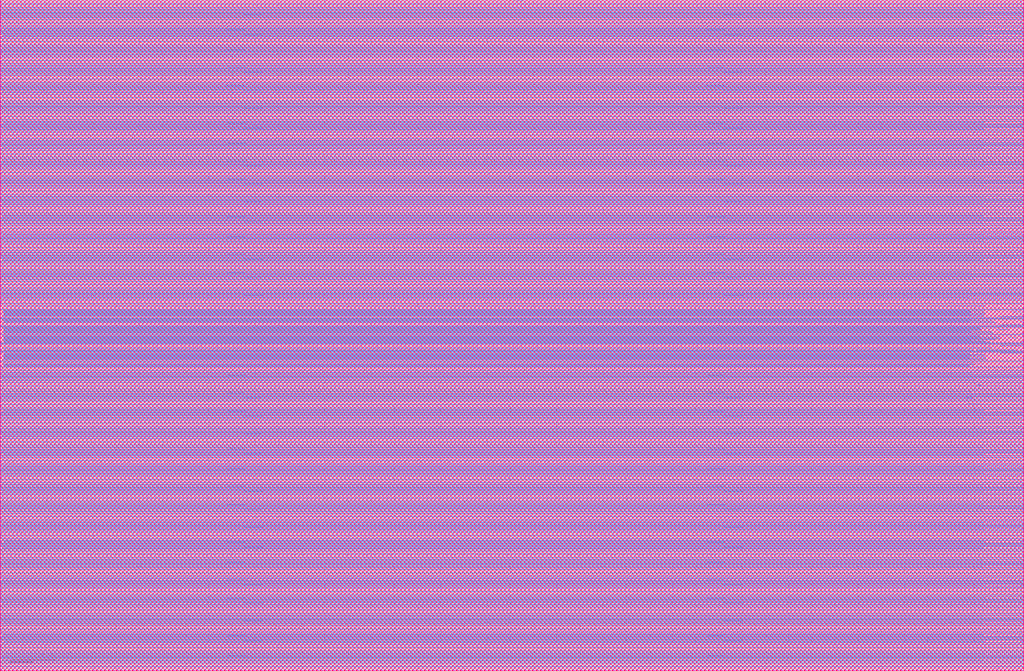
<source format=lef>
# Created by MC2 : Version 2013.12.00.f on 2025/06/23, 08:27:50

#*********************************************************************************************************************/
# Technology     : TSMC 16nm CMOS Logic FinFet Compact (FFC) Low Leakage HKMG                          */
# Memory Type    : TSMC 16nm FFC Single Port SRAM with d0907 bit cell                     */
# Library Name   : ts1n16ffcllsvta8192x32m8sw (user specify : ts1n16ffcllsvta8192x32m8sw)            */
# Library Version: 120a                                                */
# Generated Time : 2025/06/23, 08:27:44                                        */
#*********************************************************************************************************************/
#                                                            */
# STATEMENT OF USE                                                    */
#                                                            */
# This information contains confidential and proprietary information of TSMC.                    */
# No part of this information may be reproduced, transmitted, transcribed,                        */
# stored in a retrieval system, or translated into any human or computer                        */
# language, in any form or by any means, electronic, mechanical, magnetic,                        */
# optical, chemical, manual, or otherwise, without the prior written permission                    */
# of TSMC. This information was prepared for informational purpose and is for                    */
# use by TSMC's customers only. TSMC reserves the right to make changes in the                    */
# information at any time and without notice.                                    */
#                                                            */
#*********************************************************************************************************************/
VERSION 5.7 ;
BUSBITCHARS "[]" ;
DIVIDERCHAR "/" ;

MACRO TS1N16FFCLLSVTA8192X32M8SW
	CLASS BLOCK ;
	FOREIGN TS1N16FFCLLSVTA8192X32M8SW 0.0 0.0 ;
	ORIGIN 0.0 0.0 ;
	SIZE 220.677 BY 144.672 ;
	SYMMETRY X Y ;
	PIN A[0]
		DIRECTION INPUT ;
		USE SIGNAL ;
		PORT
			LAYER M1 ;
			RECT 220.477 63.794 220.677 63.892 ;
			LAYER M2 ;
			RECT 220.477 63.794 220.677 63.892 ;
			LAYER M3 ;
			RECT 220.477 63.794 220.677 63.892 ;
		END
		ANTENNAGATEAREA 0.006200 LAYER M1 ;
		ANTENNADIFFAREA 0.008100 LAYER M1 ;
		ANTENNAPARTIALMETALAREA 0.163800 LAYER M1 ;
		ANTENNAMAXAREACAR 15.340900 LAYER M1 ;
		ANTENNAPARTIALCUTAREA 0.006120 LAYER VIA1 ;
		ANTENNAMAXAREACAR 0.199440 LAYER VIA1 ;
		ANTENNAGATEAREA 0.006200 LAYER M2 ;
		ANTENNADIFFAREA 0.008100 LAYER M2 ;
		ANTENNAPARTIALMETALAREA 0.088320 LAYER M2 ;
		ANTENNAMAXAREACAR 24.311600 LAYER M2 ;
		ANTENNAPARTIALCUTAREA 0.004920 LAYER VIA2 ;
		ANTENNAMAXAREACAR 0.598440 LAYER VIA2 ;
		ANTENNAGATEAREA 0.006200 LAYER M3 ;
		ANTENNADIFFAREA 0.008100 LAYER M3 ;
		ANTENNAPARTIALMETALAREA 0.151200 LAYER M3 ;
		ANTENNAMAXAREACAR 36.752800 LAYER M3 ;
	END A[0]

	PIN A[1]
		DIRECTION INPUT ;
		USE SIGNAL ;
		PORT
			LAYER M1 ;
			RECT 220.477 64.766 220.677 64.864 ;
			LAYER M2 ;
			RECT 220.477 64.766 220.677 64.864 ;
			LAYER M3 ;
			RECT 220.477 64.766 220.677 64.864 ;
		END
		ANTENNAGATEAREA 0.006200 LAYER M1 ;
		ANTENNADIFFAREA 0.008100 LAYER M1 ;
		ANTENNAPARTIALMETALAREA 0.163800 LAYER M1 ;
		ANTENNAMAXAREACAR 15.340900 LAYER M1 ;
		ANTENNAPARTIALCUTAREA 0.006120 LAYER VIA1 ;
		ANTENNAMAXAREACAR 0.199440 LAYER VIA1 ;
		ANTENNAGATEAREA 0.006200 LAYER M2 ;
		ANTENNADIFFAREA 0.008100 LAYER M2 ;
		ANTENNAPARTIALMETALAREA 0.088320 LAYER M2 ;
		ANTENNAMAXAREACAR 24.311600 LAYER M2 ;
		ANTENNAPARTIALCUTAREA 0.004920 LAYER VIA2 ;
		ANTENNAMAXAREACAR 0.598440 LAYER VIA2 ;
		ANTENNAGATEAREA 0.006200 LAYER M3 ;
		ANTENNADIFFAREA 0.008100 LAYER M3 ;
		ANTENNAPARTIALMETALAREA 0.151200 LAYER M3 ;
		ANTENNAMAXAREACAR 36.752800 LAYER M3 ;
	END A[1]

	PIN A[2]
		DIRECTION INPUT ;
		USE SIGNAL ;
		PORT
			LAYER M1 ;
			RECT 220.477 66.891 220.677 66.989 ;
			LAYER M2 ;
			RECT 220.477 66.891 220.677 66.989 ;
			LAYER M3 ;
			RECT 220.477 66.891 220.677 66.989 ;
		END
		ANTENNAGATEAREA 0.006200 LAYER M1 ;
		ANTENNADIFFAREA 0.008100 LAYER M1 ;
		ANTENNAPARTIALMETALAREA 0.163800 LAYER M1 ;
		ANTENNAMAXAREACAR 15.340900 LAYER M1 ;
		ANTENNAPARTIALCUTAREA 0.006120 LAYER VIA1 ;
		ANTENNAMAXAREACAR 0.199440 LAYER VIA1 ;
		ANTENNAGATEAREA 0.006200 LAYER M2 ;
		ANTENNADIFFAREA 0.008100 LAYER M2 ;
		ANTENNAPARTIALMETALAREA 0.088320 LAYER M2 ;
		ANTENNAMAXAREACAR 24.311600 LAYER M2 ;
		ANTENNAPARTIALCUTAREA 0.004920 LAYER VIA2 ;
		ANTENNAMAXAREACAR 0.598440 LAYER VIA2 ;
		ANTENNAGATEAREA 0.006200 LAYER M3 ;
		ANTENNADIFFAREA 0.008100 LAYER M3 ;
		ANTENNAPARTIALMETALAREA 0.151200 LAYER M3 ;
		ANTENNAMAXAREACAR 36.752800 LAYER M3 ;
	END A[2]

	PIN A[3]
		DIRECTION INPUT ;
		USE SIGNAL ;
		PORT
			LAYER M1 ;
			RECT 220.477 69.513 220.677 69.611 ;
			LAYER M2 ;
			RECT 220.477 69.513 220.677 69.611 ;
			LAYER M3 ;
			RECT 220.477 69.513 220.677 69.611 ;
		END
		ANTENNAGATEAREA 0.006200 LAYER M1 ;
		ANTENNADIFFAREA 0.008100 LAYER M1 ;
		ANTENNAPARTIALMETALAREA 0.163800 LAYER M1 ;
		ANTENNAMAXAREACAR 15.340900 LAYER M1 ;
		ANTENNAPARTIALCUTAREA 0.006120 LAYER VIA1 ;
		ANTENNAMAXAREACAR 0.199440 LAYER VIA1 ;
		ANTENNAGATEAREA 0.006200 LAYER M2 ;
		ANTENNADIFFAREA 0.008100 LAYER M2 ;
		ANTENNAPARTIALMETALAREA 0.088320 LAYER M2 ;
		ANTENNAMAXAREACAR 24.311600 LAYER M2 ;
		ANTENNAPARTIALCUTAREA 0.004920 LAYER VIA2 ;
		ANTENNAMAXAREACAR 0.598440 LAYER VIA2 ;
		ANTENNAGATEAREA 0.006200 LAYER M3 ;
		ANTENNADIFFAREA 0.008100 LAYER M3 ;
		ANTENNAPARTIALMETALAREA 0.151200 LAYER M3 ;
		ANTENNAMAXAREACAR 36.752800 LAYER M3 ;
	END A[3]

	PIN A[4]
		DIRECTION INPUT ;
		USE SIGNAL ;
		PORT
			LAYER M1 ;
			RECT 220.477 69.979 220.677 70.077 ;
			LAYER M2 ;
			RECT 220.477 69.979 220.677 70.077 ;
			LAYER M3 ;
			RECT 220.477 69.979 220.677 70.077 ;
		END
		ANTENNAGATEAREA 0.006200 LAYER M1 ;
		ANTENNADIFFAREA 0.008100 LAYER M1 ;
		ANTENNAPARTIALMETALAREA 0.163800 LAYER M1 ;
		ANTENNAMAXAREACAR 15.340900 LAYER M1 ;
		ANTENNAPARTIALCUTAREA 0.006120 LAYER VIA1 ;
		ANTENNAMAXAREACAR 0.199440 LAYER VIA1 ;
		ANTENNAGATEAREA 0.006200 LAYER M2 ;
		ANTENNADIFFAREA 0.008100 LAYER M2 ;
		ANTENNAPARTIALMETALAREA 0.088320 LAYER M2 ;
		ANTENNAMAXAREACAR 24.311600 LAYER M2 ;
		ANTENNAPARTIALCUTAREA 0.004920 LAYER VIA2 ;
		ANTENNAMAXAREACAR 0.598440 LAYER VIA2 ;
		ANTENNAGATEAREA 0.006200 LAYER M3 ;
		ANTENNADIFFAREA 0.008100 LAYER M3 ;
		ANTENNAPARTIALMETALAREA 0.151200 LAYER M3 ;
		ANTENNAMAXAREACAR 36.752800 LAYER M3 ;
	END A[4]

	PIN A[5]
		DIRECTION INPUT ;
		USE SIGNAL ;
		PORT
			LAYER M1 ;
			RECT 220.477 76.743 220.677 76.841 ;
			LAYER M2 ;
			RECT 220.477 76.743 220.677 76.841 ;
			LAYER M3 ;
			RECT 220.477 76.743 220.677 76.841 ;
		END
		ANTENNAGATEAREA 0.006200 LAYER M1 ;
		ANTENNADIFFAREA 0.008100 LAYER M1 ;
		ANTENNAPARTIALMETALAREA 0.163800 LAYER M1 ;
		ANTENNAMAXAREACAR 15.340900 LAYER M1 ;
		ANTENNAPARTIALCUTAREA 0.006120 LAYER VIA1 ;
		ANTENNAMAXAREACAR 0.199440 LAYER VIA1 ;
		ANTENNAGATEAREA 0.006200 LAYER M2 ;
		ANTENNADIFFAREA 0.008100 LAYER M2 ;
		ANTENNAPARTIALMETALAREA 0.088320 LAYER M2 ;
		ANTENNAMAXAREACAR 24.311600 LAYER M2 ;
		ANTENNAPARTIALCUTAREA 0.004920 LAYER VIA2 ;
		ANTENNAMAXAREACAR 0.598440 LAYER VIA2 ;
		ANTENNAGATEAREA 0.006200 LAYER M3 ;
		ANTENNADIFFAREA 0.008100 LAYER M3 ;
		ANTENNAPARTIALMETALAREA 0.151200 LAYER M3 ;
		ANTENNAMAXAREACAR 36.752800 LAYER M3 ;
	END A[5]

	PIN A[6]
		DIRECTION INPUT ;
		USE SIGNAL ;
		PORT
			LAYER M1 ;
			RECT 220.477 70.973 220.677 71.071 ;
			LAYER M2 ;
			RECT 220.477 70.973 220.677 71.071 ;
			LAYER M3 ;
			RECT 220.477 70.973 220.677 71.071 ;
		END
		ANTENNAGATEAREA 0.006200 LAYER M1 ;
		ANTENNADIFFAREA 0.008100 LAYER M1 ;
		ANTENNAPARTIALMETALAREA 0.163800 LAYER M1 ;
		ANTENNAMAXAREACAR 15.340900 LAYER M1 ;
		ANTENNAPARTIALCUTAREA 0.006120 LAYER VIA1 ;
		ANTENNAMAXAREACAR 0.199440 LAYER VIA1 ;
		ANTENNAGATEAREA 0.006200 LAYER M2 ;
		ANTENNADIFFAREA 0.008100 LAYER M2 ;
		ANTENNAPARTIALMETALAREA 0.088320 LAYER M2 ;
		ANTENNAMAXAREACAR 24.311600 LAYER M2 ;
		ANTENNAPARTIALCUTAREA 0.004920 LAYER VIA2 ;
		ANTENNAMAXAREACAR 0.598440 LAYER VIA2 ;
		ANTENNAGATEAREA 0.006200 LAYER M3 ;
		ANTENNADIFFAREA 0.008100 LAYER M3 ;
		ANTENNAPARTIALMETALAREA 0.151200 LAYER M3 ;
		ANTENNAMAXAREACAR 36.752800 LAYER M3 ;
	END A[6]

	PIN A[7]
		DIRECTION INPUT ;
		USE SIGNAL ;
		PORT
			LAYER M1 ;
			RECT 220.477 71.955 220.677 72.053 ;
			LAYER M2 ;
			RECT 220.477 71.955 220.677 72.053 ;
			LAYER M3 ;
			RECT 220.477 71.955 220.677 72.053 ;
		END
		ANTENNAGATEAREA 0.006200 LAYER M1 ;
		ANTENNADIFFAREA 0.008100 LAYER M1 ;
		ANTENNAPARTIALMETALAREA 0.163800 LAYER M1 ;
		ANTENNAMAXAREACAR 15.340900 LAYER M1 ;
		ANTENNAPARTIALCUTAREA 0.006120 LAYER VIA1 ;
		ANTENNAMAXAREACAR 0.199440 LAYER VIA1 ;
		ANTENNAGATEAREA 0.006200 LAYER M2 ;
		ANTENNADIFFAREA 0.008100 LAYER M2 ;
		ANTENNAPARTIALMETALAREA 0.088320 LAYER M2 ;
		ANTENNAMAXAREACAR 24.311600 LAYER M2 ;
		ANTENNAPARTIALCUTAREA 0.004920 LAYER VIA2 ;
		ANTENNAMAXAREACAR 0.598440 LAYER VIA2 ;
		ANTENNAGATEAREA 0.006200 LAYER M3 ;
		ANTENNADIFFAREA 0.008100 LAYER M3 ;
		ANTENNAPARTIALMETALAREA 0.151200 LAYER M3 ;
		ANTENNAMAXAREACAR 36.752800 LAYER M3 ;
	END A[7]

	PIN A[8]
		DIRECTION INPUT ;
		USE SIGNAL ;
		PORT
			LAYER M1 ;
			RECT 220.477 72.661 220.677 72.759 ;
			LAYER M2 ;
			RECT 220.477 72.661 220.677 72.759 ;
			LAYER M3 ;
			RECT 220.477 72.661 220.677 72.759 ;
		END
		ANTENNAGATEAREA 0.006200 LAYER M1 ;
		ANTENNADIFFAREA 0.008100 LAYER M1 ;
		ANTENNAPARTIALMETALAREA 0.163800 LAYER M1 ;
		ANTENNAMAXAREACAR 15.340900 LAYER M1 ;
		ANTENNAPARTIALCUTAREA 0.006120 LAYER VIA1 ;
		ANTENNAMAXAREACAR 0.199440 LAYER VIA1 ;
		ANTENNAGATEAREA 0.006200 LAYER M2 ;
		ANTENNADIFFAREA 0.008100 LAYER M2 ;
		ANTENNAPARTIALMETALAREA 0.088320 LAYER M2 ;
		ANTENNAMAXAREACAR 24.311600 LAYER M2 ;
		ANTENNAPARTIALCUTAREA 0.004920 LAYER VIA2 ;
		ANTENNAMAXAREACAR 0.598440 LAYER VIA2 ;
		ANTENNAGATEAREA 0.006200 LAYER M3 ;
		ANTENNADIFFAREA 0.008100 LAYER M3 ;
		ANTENNAPARTIALMETALAREA 0.151200 LAYER M3 ;
		ANTENNAMAXAREACAR 36.752800 LAYER M3 ;
	END A[8]

	PIN A[9]
		DIRECTION INPUT ;
		USE SIGNAL ;
		PORT
			LAYER M1 ;
			RECT 220.477 74.369 220.677 74.467 ;
			LAYER M2 ;
			RECT 220.477 74.369 220.677 74.467 ;
			LAYER M3 ;
			RECT 220.477 74.369 220.677 74.467 ;
		END
		ANTENNAGATEAREA 0.006200 LAYER M1 ;
		ANTENNADIFFAREA 0.008100 LAYER M1 ;
		ANTENNAPARTIALMETALAREA 0.163800 LAYER M1 ;
		ANTENNAMAXAREACAR 15.340900 LAYER M1 ;
		ANTENNAPARTIALCUTAREA 0.006120 LAYER VIA1 ;
		ANTENNAMAXAREACAR 0.199440 LAYER VIA1 ;
		ANTENNAGATEAREA 0.006200 LAYER M2 ;
		ANTENNADIFFAREA 0.008100 LAYER M2 ;
		ANTENNAPARTIALMETALAREA 0.088320 LAYER M2 ;
		ANTENNAMAXAREACAR 24.311600 LAYER M2 ;
		ANTENNAPARTIALCUTAREA 0.004920 LAYER VIA2 ;
		ANTENNAMAXAREACAR 0.598440 LAYER VIA2 ;
		ANTENNAGATEAREA 0.006200 LAYER M3 ;
		ANTENNADIFFAREA 0.008100 LAYER M3 ;
		ANTENNAPARTIALMETALAREA 0.151200 LAYER M3 ;
		ANTENNAMAXAREACAR 36.752800 LAYER M3 ;
	END A[9]

	PIN A[10]
		DIRECTION INPUT ;
		USE SIGNAL ;
		PORT
			LAYER M1 ;
			RECT 220.477 75.147 220.677 75.245 ;
			LAYER M2 ;
			RECT 220.477 75.147 220.677 75.245 ;
			LAYER M3 ;
			RECT 220.477 75.147 220.677 75.245 ;
		END
		ANTENNAGATEAREA 0.006200 LAYER M1 ;
		ANTENNADIFFAREA 0.008100 LAYER M1 ;
		ANTENNAPARTIALMETALAREA 0.163800 LAYER M1 ;
		ANTENNAMAXAREACAR 15.340900 LAYER M1 ;
		ANTENNAPARTIALCUTAREA 0.006120 LAYER VIA1 ;
		ANTENNAMAXAREACAR 0.199440 LAYER VIA1 ;
		ANTENNAGATEAREA 0.006200 LAYER M2 ;
		ANTENNADIFFAREA 0.008100 LAYER M2 ;
		ANTENNAPARTIALMETALAREA 0.088320 LAYER M2 ;
		ANTENNAMAXAREACAR 24.311600 LAYER M2 ;
		ANTENNAPARTIALCUTAREA 0.004920 LAYER VIA2 ;
		ANTENNAMAXAREACAR 0.598440 LAYER VIA2 ;
		ANTENNAGATEAREA 0.006200 LAYER M3 ;
		ANTENNADIFFAREA 0.008100 LAYER M3 ;
		ANTENNAPARTIALMETALAREA 0.151200 LAYER M3 ;
		ANTENNAMAXAREACAR 36.752800 LAYER M3 ;
	END A[10]

	PIN A[11]
		DIRECTION INPUT ;
		USE SIGNAL ;
		PORT
			LAYER M1 ;
			RECT 220.477 76.267 220.677 76.365 ;
			LAYER M2 ;
			RECT 220.477 76.267 220.677 76.365 ;
			LAYER M3 ;
			RECT 220.477 76.267 220.677 76.365 ;
		END
		ANTENNAGATEAREA 0.006200 LAYER M1 ;
		ANTENNADIFFAREA 0.008100 LAYER M1 ;
		ANTENNAPARTIALMETALAREA 0.163800 LAYER M1 ;
		ANTENNAMAXAREACAR 15.340900 LAYER M1 ;
		ANTENNAPARTIALCUTAREA 0.006120 LAYER VIA1 ;
		ANTENNAMAXAREACAR 0.199440 LAYER VIA1 ;
		ANTENNAGATEAREA 0.006200 LAYER M2 ;
		ANTENNADIFFAREA 0.008100 LAYER M2 ;
		ANTENNAPARTIALMETALAREA 0.088320 LAYER M2 ;
		ANTENNAMAXAREACAR 24.311600 LAYER M2 ;
		ANTENNAPARTIALCUTAREA 0.004920 LAYER VIA2 ;
		ANTENNAMAXAREACAR 0.598440 LAYER VIA2 ;
		ANTENNAGATEAREA 0.006200 LAYER M3 ;
		ANTENNADIFFAREA 0.008100 LAYER M3 ;
		ANTENNAPARTIALMETALAREA 0.151200 LAYER M3 ;
		ANTENNAMAXAREACAR 36.752800 LAYER M3 ;
	END A[11]

	PIN A[12]
		DIRECTION INPUT ;
		USE SIGNAL ;
		PORT
			LAYER M1 ;
			RECT 220.477 78.053 220.677 78.151 ;
			LAYER M2 ;
			RECT 220.477 78.053 220.677 78.151 ;
			LAYER M3 ;
			RECT 220.477 78.053 220.677 78.151 ;
		END
		ANTENNAGATEAREA 0.006200 LAYER M1 ;
		ANTENNADIFFAREA 0.008100 LAYER M1 ;
		ANTENNAPARTIALMETALAREA 0.163800 LAYER M1 ;
		ANTENNAMAXAREACAR 15.340900 LAYER M1 ;
		ANTENNAPARTIALCUTAREA 0.006120 LAYER VIA1 ;
		ANTENNAMAXAREACAR 0.199440 LAYER VIA1 ;
		ANTENNAGATEAREA 0.006200 LAYER M2 ;
		ANTENNADIFFAREA 0.008100 LAYER M2 ;
		ANTENNAPARTIALMETALAREA 0.088320 LAYER M2 ;
		ANTENNAMAXAREACAR 24.311600 LAYER M2 ;
		ANTENNAPARTIALCUTAREA 0.004920 LAYER VIA2 ;
		ANTENNAMAXAREACAR 0.598440 LAYER VIA2 ;
		ANTENNAGATEAREA 0.006200 LAYER M3 ;
		ANTENNADIFFAREA 0.008100 LAYER M3 ;
		ANTENNAPARTIALMETALAREA 0.151200 LAYER M3 ;
		ANTENNAMAXAREACAR 36.752800 LAYER M3 ;
	END A[12]

	PIN BWEB[0]
		DIRECTION INPUT ;
		USE SIGNAL ;
		PORT
			LAYER M1 ;
			RECT 220.477 3.647 220.677 3.745 ;
			LAYER M2 ;
			RECT 220.477 3.647 220.677 3.745 ;
			LAYER M3 ;
			RECT 220.477 3.647 220.677 3.745 ;
		END
		ANTENNAGATEAREA 0.002300 LAYER M1 ;
		ANTENNADIFFAREA 0.008100 LAYER M1 ;
		ANTENNAPARTIALMETALAREA 0.119280 LAYER M1 ;
		ANTENNAMAXAREACAR 36.498600 LAYER M1 ;
		ANTENNAPARTIALCUTAREA 0.006120 LAYER VIA1 ;
		ANTENNAMAXAREACAR 0.529680 LAYER VIA1 ;
		ANTENNAGATEAREA 0.002300 LAYER M2 ;
		ANTENNADIFFAREA 0.008100 LAYER M2 ;
		ANTENNAPARTIALMETALAREA 0.106440 LAYER M2 ;
		ANTENNAMAXAREACAR 43.429700 LAYER M2 ;
		ANTENNAPARTIALCUTAREA 0.004920 LAYER VIA2 ;
		ANTENNAMAXAREACAR 1.059360 LAYER VIA2 ;
		ANTENNAGATEAREA 0.002300 LAYER M3 ;
		ANTENNADIFFAREA 0.008100 LAYER M3 ;
		ANTENNAPARTIALMETALAREA 0.118920 LAYER M3 ;
		ANTENNAMAXAREACAR 74.700000 LAYER M3 ;
	END BWEB[0]

	PIN BWEB[1]
		DIRECTION INPUT ;
		USE SIGNAL ;
		PORT
			LAYER M1 ;
			RECT 220.477 7.679 220.677 7.777 ;
			LAYER M2 ;
			RECT 220.477 7.679 220.677 7.777 ;
			LAYER M3 ;
			RECT 220.477 7.679 220.677 7.777 ;
		END
		ANTENNAGATEAREA 0.002300 LAYER M1 ;
		ANTENNADIFFAREA 0.008100 LAYER M1 ;
		ANTENNAPARTIALMETALAREA 0.119280 LAYER M1 ;
		ANTENNAMAXAREACAR 36.498600 LAYER M1 ;
		ANTENNAPARTIALCUTAREA 0.006120 LAYER VIA1 ;
		ANTENNAMAXAREACAR 0.529680 LAYER VIA1 ;
		ANTENNAGATEAREA 0.002300 LAYER M2 ;
		ANTENNADIFFAREA 0.008100 LAYER M2 ;
		ANTENNAPARTIALMETALAREA 0.106440 LAYER M2 ;
		ANTENNAMAXAREACAR 43.429700 LAYER M2 ;
		ANTENNAPARTIALCUTAREA 0.004920 LAYER VIA2 ;
		ANTENNAMAXAREACAR 1.059360 LAYER VIA2 ;
		ANTENNAGATEAREA 0.002300 LAYER M3 ;
		ANTENNADIFFAREA 0.008100 LAYER M3 ;
		ANTENNAPARTIALMETALAREA 0.118920 LAYER M3 ;
		ANTENNAMAXAREACAR 74.700000 LAYER M3 ;
	END BWEB[1]

	PIN BWEB[2]
		DIRECTION INPUT ;
		USE SIGNAL ;
		PORT
			LAYER M1 ;
			RECT 220.477 11.711 220.677 11.809 ;
			LAYER M2 ;
			RECT 220.477 11.711 220.677 11.809 ;
			LAYER M3 ;
			RECT 220.477 11.711 220.677 11.809 ;
		END
		ANTENNAGATEAREA 0.002300 LAYER M1 ;
		ANTENNADIFFAREA 0.008100 LAYER M1 ;
		ANTENNAPARTIALMETALAREA 0.119280 LAYER M1 ;
		ANTENNAMAXAREACAR 36.498600 LAYER M1 ;
		ANTENNAPARTIALCUTAREA 0.006120 LAYER VIA1 ;
		ANTENNAMAXAREACAR 0.529680 LAYER VIA1 ;
		ANTENNAGATEAREA 0.002300 LAYER M2 ;
		ANTENNADIFFAREA 0.008100 LAYER M2 ;
		ANTENNAPARTIALMETALAREA 0.106440 LAYER M2 ;
		ANTENNAMAXAREACAR 43.429700 LAYER M2 ;
		ANTENNAPARTIALCUTAREA 0.004920 LAYER VIA2 ;
		ANTENNAMAXAREACAR 1.059360 LAYER VIA2 ;
		ANTENNAGATEAREA 0.002300 LAYER M3 ;
		ANTENNADIFFAREA 0.008100 LAYER M3 ;
		ANTENNAPARTIALMETALAREA 0.118920 LAYER M3 ;
		ANTENNAMAXAREACAR 74.700000 LAYER M3 ;
	END BWEB[2]

	PIN BWEB[3]
		DIRECTION INPUT ;
		USE SIGNAL ;
		PORT
			LAYER M1 ;
			RECT 220.477 15.743 220.677 15.841 ;
			LAYER M2 ;
			RECT 220.477 15.743 220.677 15.841 ;
			LAYER M3 ;
			RECT 220.477 15.743 220.677 15.841 ;
		END
		ANTENNAGATEAREA 0.002300 LAYER M1 ;
		ANTENNADIFFAREA 0.008100 LAYER M1 ;
		ANTENNAPARTIALMETALAREA 0.119280 LAYER M1 ;
		ANTENNAMAXAREACAR 36.498600 LAYER M1 ;
		ANTENNAPARTIALCUTAREA 0.006120 LAYER VIA1 ;
		ANTENNAMAXAREACAR 0.529680 LAYER VIA1 ;
		ANTENNAGATEAREA 0.002300 LAYER M2 ;
		ANTENNADIFFAREA 0.008100 LAYER M2 ;
		ANTENNAPARTIALMETALAREA 0.106440 LAYER M2 ;
		ANTENNAMAXAREACAR 43.429700 LAYER M2 ;
		ANTENNAPARTIALCUTAREA 0.004920 LAYER VIA2 ;
		ANTENNAMAXAREACAR 1.059360 LAYER VIA2 ;
		ANTENNAGATEAREA 0.002300 LAYER M3 ;
		ANTENNADIFFAREA 0.008100 LAYER M3 ;
		ANTENNAPARTIALMETALAREA 0.118920 LAYER M3 ;
		ANTENNAMAXAREACAR 74.700000 LAYER M3 ;
	END BWEB[3]

	PIN BWEB[4]
		DIRECTION INPUT ;
		USE SIGNAL ;
		PORT
			LAYER M1 ;
			RECT 220.477 19.775 220.677 19.873 ;
			LAYER M2 ;
			RECT 220.477 19.775 220.677 19.873 ;
			LAYER M3 ;
			RECT 220.477 19.775 220.677 19.873 ;
		END
		ANTENNAGATEAREA 0.002300 LAYER M1 ;
		ANTENNADIFFAREA 0.008100 LAYER M1 ;
		ANTENNAPARTIALMETALAREA 0.119280 LAYER M1 ;
		ANTENNAMAXAREACAR 36.498600 LAYER M1 ;
		ANTENNAPARTIALCUTAREA 0.006120 LAYER VIA1 ;
		ANTENNAMAXAREACAR 0.529680 LAYER VIA1 ;
		ANTENNAGATEAREA 0.002300 LAYER M2 ;
		ANTENNADIFFAREA 0.008100 LAYER M2 ;
		ANTENNAPARTIALMETALAREA 0.106440 LAYER M2 ;
		ANTENNAMAXAREACAR 43.429700 LAYER M2 ;
		ANTENNAPARTIALCUTAREA 0.004920 LAYER VIA2 ;
		ANTENNAMAXAREACAR 1.059360 LAYER VIA2 ;
		ANTENNAGATEAREA 0.002300 LAYER M3 ;
		ANTENNADIFFAREA 0.008100 LAYER M3 ;
		ANTENNAPARTIALMETALAREA 0.118920 LAYER M3 ;
		ANTENNAMAXAREACAR 74.700000 LAYER M3 ;
	END BWEB[4]

	PIN BWEB[5]
		DIRECTION INPUT ;
		USE SIGNAL ;
		PORT
			LAYER M1 ;
			RECT 220.477 23.807 220.677 23.905 ;
			LAYER M2 ;
			RECT 220.477 23.807 220.677 23.905 ;
			LAYER M3 ;
			RECT 220.477 23.807 220.677 23.905 ;
		END
		ANTENNAGATEAREA 0.002300 LAYER M1 ;
		ANTENNADIFFAREA 0.008100 LAYER M1 ;
		ANTENNAPARTIALMETALAREA 0.119280 LAYER M1 ;
		ANTENNAMAXAREACAR 36.498600 LAYER M1 ;
		ANTENNAPARTIALCUTAREA 0.006120 LAYER VIA1 ;
		ANTENNAMAXAREACAR 0.529680 LAYER VIA1 ;
		ANTENNAGATEAREA 0.002300 LAYER M2 ;
		ANTENNADIFFAREA 0.008100 LAYER M2 ;
		ANTENNAPARTIALMETALAREA 0.106440 LAYER M2 ;
		ANTENNAMAXAREACAR 43.429700 LAYER M2 ;
		ANTENNAPARTIALCUTAREA 0.004920 LAYER VIA2 ;
		ANTENNAMAXAREACAR 1.059360 LAYER VIA2 ;
		ANTENNAGATEAREA 0.002300 LAYER M3 ;
		ANTENNADIFFAREA 0.008100 LAYER M3 ;
		ANTENNAPARTIALMETALAREA 0.118920 LAYER M3 ;
		ANTENNAMAXAREACAR 74.700000 LAYER M3 ;
	END BWEB[5]

	PIN BWEB[6]
		DIRECTION INPUT ;
		USE SIGNAL ;
		PORT
			LAYER M1 ;
			RECT 220.477 27.839 220.677 27.937 ;
			LAYER M2 ;
			RECT 220.477 27.839 220.677 27.937 ;
			LAYER M3 ;
			RECT 220.477 27.839 220.677 27.937 ;
		END
		ANTENNAGATEAREA 0.002300 LAYER M1 ;
		ANTENNADIFFAREA 0.008100 LAYER M1 ;
		ANTENNAPARTIALMETALAREA 0.119280 LAYER M1 ;
		ANTENNAMAXAREACAR 36.498600 LAYER M1 ;
		ANTENNAPARTIALCUTAREA 0.006120 LAYER VIA1 ;
		ANTENNAMAXAREACAR 0.529680 LAYER VIA1 ;
		ANTENNAGATEAREA 0.002300 LAYER M2 ;
		ANTENNADIFFAREA 0.008100 LAYER M2 ;
		ANTENNAPARTIALMETALAREA 0.106440 LAYER M2 ;
		ANTENNAMAXAREACAR 43.429700 LAYER M2 ;
		ANTENNAPARTIALCUTAREA 0.004920 LAYER VIA2 ;
		ANTENNAMAXAREACAR 1.059360 LAYER VIA2 ;
		ANTENNAGATEAREA 0.002300 LAYER M3 ;
		ANTENNADIFFAREA 0.008100 LAYER M3 ;
		ANTENNAPARTIALMETALAREA 0.118920 LAYER M3 ;
		ANTENNAMAXAREACAR 74.700000 LAYER M3 ;
	END BWEB[6]

	PIN BWEB[7]
		DIRECTION INPUT ;
		USE SIGNAL ;
		PORT
			LAYER M1 ;
			RECT 220.477 31.871 220.677 31.969 ;
			LAYER M2 ;
			RECT 220.477 31.871 220.677 31.969 ;
			LAYER M3 ;
			RECT 220.477 31.871 220.677 31.969 ;
		END
		ANTENNAGATEAREA 0.002300 LAYER M1 ;
		ANTENNADIFFAREA 0.008100 LAYER M1 ;
		ANTENNAPARTIALMETALAREA 0.119280 LAYER M1 ;
		ANTENNAMAXAREACAR 36.498600 LAYER M1 ;
		ANTENNAPARTIALCUTAREA 0.006120 LAYER VIA1 ;
		ANTENNAMAXAREACAR 0.529680 LAYER VIA1 ;
		ANTENNAGATEAREA 0.002300 LAYER M2 ;
		ANTENNADIFFAREA 0.008100 LAYER M2 ;
		ANTENNAPARTIALMETALAREA 0.106440 LAYER M2 ;
		ANTENNAMAXAREACAR 43.429700 LAYER M2 ;
		ANTENNAPARTIALCUTAREA 0.004920 LAYER VIA2 ;
		ANTENNAMAXAREACAR 1.059360 LAYER VIA2 ;
		ANTENNAGATEAREA 0.002300 LAYER M3 ;
		ANTENNADIFFAREA 0.008100 LAYER M3 ;
		ANTENNAPARTIALMETALAREA 0.118920 LAYER M3 ;
		ANTENNAMAXAREACAR 74.700000 LAYER M3 ;
	END BWEB[7]

	PIN BWEB[8]
		DIRECTION INPUT ;
		USE SIGNAL ;
		PORT
			LAYER M1 ;
			RECT 220.477 35.903 220.677 36.001 ;
			LAYER M2 ;
			RECT 220.477 35.903 220.677 36.001 ;
			LAYER M3 ;
			RECT 220.477 35.903 220.677 36.001 ;
		END
		ANTENNAGATEAREA 0.002300 LAYER M1 ;
		ANTENNADIFFAREA 0.008100 LAYER M1 ;
		ANTENNAPARTIALMETALAREA 0.119280 LAYER M1 ;
		ANTENNAMAXAREACAR 36.498600 LAYER M1 ;
		ANTENNAPARTIALCUTAREA 0.006120 LAYER VIA1 ;
		ANTENNAMAXAREACAR 0.529680 LAYER VIA1 ;
		ANTENNAGATEAREA 0.002300 LAYER M2 ;
		ANTENNADIFFAREA 0.008100 LAYER M2 ;
		ANTENNAPARTIALMETALAREA 0.106440 LAYER M2 ;
		ANTENNAMAXAREACAR 43.429700 LAYER M2 ;
		ANTENNAPARTIALCUTAREA 0.004920 LAYER VIA2 ;
		ANTENNAMAXAREACAR 1.059360 LAYER VIA2 ;
		ANTENNAGATEAREA 0.002300 LAYER M3 ;
		ANTENNADIFFAREA 0.008100 LAYER M3 ;
		ANTENNAPARTIALMETALAREA 0.118920 LAYER M3 ;
		ANTENNAMAXAREACAR 74.700000 LAYER M3 ;
	END BWEB[8]

	PIN BWEB[9]
		DIRECTION INPUT ;
		USE SIGNAL ;
		PORT
			LAYER M1 ;
			RECT 220.477 39.935 220.677 40.033 ;
			LAYER M2 ;
			RECT 220.477 39.935 220.677 40.033 ;
			LAYER M3 ;
			RECT 220.477 39.935 220.677 40.033 ;
		END
		ANTENNAGATEAREA 0.002300 LAYER M1 ;
		ANTENNADIFFAREA 0.008100 LAYER M1 ;
		ANTENNAPARTIALMETALAREA 0.119280 LAYER M1 ;
		ANTENNAMAXAREACAR 36.498600 LAYER M1 ;
		ANTENNAPARTIALCUTAREA 0.006120 LAYER VIA1 ;
		ANTENNAMAXAREACAR 0.529680 LAYER VIA1 ;
		ANTENNAGATEAREA 0.002300 LAYER M2 ;
		ANTENNADIFFAREA 0.008100 LAYER M2 ;
		ANTENNAPARTIALMETALAREA 0.106440 LAYER M2 ;
		ANTENNAMAXAREACAR 43.429700 LAYER M2 ;
		ANTENNAPARTIALCUTAREA 0.004920 LAYER VIA2 ;
		ANTENNAMAXAREACAR 1.059360 LAYER VIA2 ;
		ANTENNAGATEAREA 0.002300 LAYER M3 ;
		ANTENNADIFFAREA 0.008100 LAYER M3 ;
		ANTENNAPARTIALMETALAREA 0.118920 LAYER M3 ;
		ANTENNAMAXAREACAR 74.700000 LAYER M3 ;
	END BWEB[9]

	PIN BWEB[10]
		DIRECTION INPUT ;
		USE SIGNAL ;
		PORT
			LAYER M1 ;
			RECT 220.477 43.967 220.677 44.065 ;
			LAYER M2 ;
			RECT 220.477 43.967 220.677 44.065 ;
			LAYER M3 ;
			RECT 220.477 43.967 220.677 44.065 ;
		END
		ANTENNAGATEAREA 0.002300 LAYER M1 ;
		ANTENNADIFFAREA 0.008100 LAYER M1 ;
		ANTENNAPARTIALMETALAREA 0.119280 LAYER M1 ;
		ANTENNAMAXAREACAR 36.498600 LAYER M1 ;
		ANTENNAPARTIALCUTAREA 0.006120 LAYER VIA1 ;
		ANTENNAMAXAREACAR 0.529680 LAYER VIA1 ;
		ANTENNAGATEAREA 0.002300 LAYER M2 ;
		ANTENNADIFFAREA 0.008100 LAYER M2 ;
		ANTENNAPARTIALMETALAREA 0.106440 LAYER M2 ;
		ANTENNAMAXAREACAR 43.429700 LAYER M2 ;
		ANTENNAPARTIALCUTAREA 0.004920 LAYER VIA2 ;
		ANTENNAMAXAREACAR 1.059360 LAYER VIA2 ;
		ANTENNAGATEAREA 0.002300 LAYER M3 ;
		ANTENNADIFFAREA 0.008100 LAYER M3 ;
		ANTENNAPARTIALMETALAREA 0.118920 LAYER M3 ;
		ANTENNAMAXAREACAR 74.700000 LAYER M3 ;
	END BWEB[10]

	PIN BWEB[11]
		DIRECTION INPUT ;
		USE SIGNAL ;
		PORT
			LAYER M1 ;
			RECT 220.477 47.999 220.677 48.097 ;
			LAYER M2 ;
			RECT 220.477 47.999 220.677 48.097 ;
			LAYER M3 ;
			RECT 220.477 47.999 220.677 48.097 ;
		END
		ANTENNAGATEAREA 0.002300 LAYER M1 ;
		ANTENNADIFFAREA 0.008100 LAYER M1 ;
		ANTENNAPARTIALMETALAREA 0.119280 LAYER M1 ;
		ANTENNAMAXAREACAR 36.498600 LAYER M1 ;
		ANTENNAPARTIALCUTAREA 0.006120 LAYER VIA1 ;
		ANTENNAMAXAREACAR 0.529680 LAYER VIA1 ;
		ANTENNAGATEAREA 0.002300 LAYER M2 ;
		ANTENNADIFFAREA 0.008100 LAYER M2 ;
		ANTENNAPARTIALMETALAREA 0.106440 LAYER M2 ;
		ANTENNAMAXAREACAR 43.429700 LAYER M2 ;
		ANTENNAPARTIALCUTAREA 0.004920 LAYER VIA2 ;
		ANTENNAMAXAREACAR 1.059360 LAYER VIA2 ;
		ANTENNAGATEAREA 0.002300 LAYER M3 ;
		ANTENNADIFFAREA 0.008100 LAYER M3 ;
		ANTENNAPARTIALMETALAREA 0.118920 LAYER M3 ;
		ANTENNAMAXAREACAR 74.700000 LAYER M3 ;
	END BWEB[11]

	PIN BWEB[12]
		DIRECTION INPUT ;
		USE SIGNAL ;
		PORT
			LAYER M1 ;
			RECT 220.477 52.031 220.677 52.129 ;
			LAYER M2 ;
			RECT 220.477 52.031 220.677 52.129 ;
			LAYER M3 ;
			RECT 220.477 52.031 220.677 52.129 ;
		END
		ANTENNAGATEAREA 0.002300 LAYER M1 ;
		ANTENNADIFFAREA 0.008100 LAYER M1 ;
		ANTENNAPARTIALMETALAREA 0.119280 LAYER M1 ;
		ANTENNAMAXAREACAR 36.498600 LAYER M1 ;
		ANTENNAPARTIALCUTAREA 0.006120 LAYER VIA1 ;
		ANTENNAMAXAREACAR 0.529680 LAYER VIA1 ;
		ANTENNAGATEAREA 0.002300 LAYER M2 ;
		ANTENNADIFFAREA 0.008100 LAYER M2 ;
		ANTENNAPARTIALMETALAREA 0.106440 LAYER M2 ;
		ANTENNAMAXAREACAR 43.429700 LAYER M2 ;
		ANTENNAPARTIALCUTAREA 0.004920 LAYER VIA2 ;
		ANTENNAMAXAREACAR 1.059360 LAYER VIA2 ;
		ANTENNAGATEAREA 0.002300 LAYER M3 ;
		ANTENNADIFFAREA 0.008100 LAYER M3 ;
		ANTENNAPARTIALMETALAREA 0.118920 LAYER M3 ;
		ANTENNAMAXAREACAR 74.700000 LAYER M3 ;
	END BWEB[12]

	PIN BWEB[13]
		DIRECTION INPUT ;
		USE SIGNAL ;
		PORT
			LAYER M1 ;
			RECT 220.477 56.063 220.677 56.161 ;
			LAYER M2 ;
			RECT 220.477 56.063 220.677 56.161 ;
			LAYER M3 ;
			RECT 220.477 56.063 220.677 56.161 ;
		END
		ANTENNAGATEAREA 0.002300 LAYER M1 ;
		ANTENNADIFFAREA 0.008100 LAYER M1 ;
		ANTENNAPARTIALMETALAREA 0.119280 LAYER M1 ;
		ANTENNAMAXAREACAR 36.498600 LAYER M1 ;
		ANTENNAPARTIALCUTAREA 0.006120 LAYER VIA1 ;
		ANTENNAMAXAREACAR 0.529680 LAYER VIA1 ;
		ANTENNAGATEAREA 0.002300 LAYER M2 ;
		ANTENNADIFFAREA 0.008100 LAYER M2 ;
		ANTENNAPARTIALMETALAREA 0.106440 LAYER M2 ;
		ANTENNAMAXAREACAR 43.429700 LAYER M2 ;
		ANTENNAPARTIALCUTAREA 0.004920 LAYER VIA2 ;
		ANTENNAMAXAREACAR 1.059360 LAYER VIA2 ;
		ANTENNAGATEAREA 0.002300 LAYER M3 ;
		ANTENNADIFFAREA 0.008100 LAYER M3 ;
		ANTENNAPARTIALMETALAREA 0.118920 LAYER M3 ;
		ANTENNAMAXAREACAR 74.700000 LAYER M3 ;
	END BWEB[13]

	PIN BWEB[14]
		DIRECTION INPUT ;
		USE SIGNAL ;
		PORT
			LAYER M1 ;
			RECT 220.477 59.087 220.677 59.185 ;
			LAYER M2 ;
			RECT 220.477 59.087 220.677 59.185 ;
			LAYER M3 ;
			RECT 220.477 59.087 220.677 59.185 ;
		END
		ANTENNAGATEAREA 0.002300 LAYER M1 ;
		ANTENNADIFFAREA 0.008100 LAYER M1 ;
		ANTENNAPARTIALMETALAREA 0.119280 LAYER M1 ;
		ANTENNAMAXAREACAR 36.498600 LAYER M1 ;
		ANTENNAPARTIALCUTAREA 0.006120 LAYER VIA1 ;
		ANTENNAMAXAREACAR 0.529680 LAYER VIA1 ;
		ANTENNAGATEAREA 0.002300 LAYER M2 ;
		ANTENNADIFFAREA 0.008100 LAYER M2 ;
		ANTENNAPARTIALMETALAREA 0.106440 LAYER M2 ;
		ANTENNAMAXAREACAR 43.429700 LAYER M2 ;
		ANTENNAPARTIALCUTAREA 0.004920 LAYER VIA2 ;
		ANTENNAMAXAREACAR 1.059360 LAYER VIA2 ;
		ANTENNAGATEAREA 0.002300 LAYER M3 ;
		ANTENNADIFFAREA 0.008100 LAYER M3 ;
		ANTENNAPARTIALMETALAREA 0.118920 LAYER M3 ;
		ANTENNAMAXAREACAR 74.700000 LAYER M3 ;
	END BWEB[14]

	PIN BWEB[15]
		DIRECTION INPUT ;
		USE SIGNAL ;
		PORT
			LAYER M1 ;
			RECT 220.477 61.103 220.677 61.201 ;
			LAYER M2 ;
			RECT 220.477 61.103 220.677 61.201 ;
			LAYER M3 ;
			RECT 220.477 61.103 220.677 61.201 ;
		END
		ANTENNAGATEAREA 0.002300 LAYER M1 ;
		ANTENNADIFFAREA 0.008100 LAYER M1 ;
		ANTENNAPARTIALMETALAREA 0.119280 LAYER M1 ;
		ANTENNAMAXAREACAR 36.498600 LAYER M1 ;
		ANTENNAPARTIALCUTAREA 0.006120 LAYER VIA1 ;
		ANTENNAMAXAREACAR 0.529680 LAYER VIA1 ;
		ANTENNAGATEAREA 0.002300 LAYER M2 ;
		ANTENNADIFFAREA 0.008100 LAYER M2 ;
		ANTENNAPARTIALMETALAREA 0.106440 LAYER M2 ;
		ANTENNAMAXAREACAR 43.429700 LAYER M2 ;
		ANTENNAPARTIALCUTAREA 0.004920 LAYER VIA2 ;
		ANTENNAMAXAREACAR 1.059360 LAYER VIA2 ;
		ANTENNAGATEAREA 0.002300 LAYER M3 ;
		ANTENNADIFFAREA 0.008100 LAYER M3 ;
		ANTENNAPARTIALMETALAREA 0.118920 LAYER M3 ;
		ANTENNAMAXAREACAR 74.700000 LAYER M3 ;
	END BWEB[15]

	PIN BWEB[16]
		DIRECTION INPUT ;
		USE SIGNAL ;
		PORT
			LAYER M1 ;
			RECT 220.477 84.807 220.677 84.905 ;
			LAYER M2 ;
			RECT 220.477 84.807 220.677 84.905 ;
			LAYER M3 ;
			RECT 220.477 84.807 220.677 84.905 ;
		END
		ANTENNAGATEAREA 0.002300 LAYER M1 ;
		ANTENNADIFFAREA 0.008100 LAYER M1 ;
		ANTENNAPARTIALMETALAREA 0.119280 LAYER M1 ;
		ANTENNAMAXAREACAR 36.498600 LAYER M1 ;
		ANTENNAPARTIALCUTAREA 0.006120 LAYER VIA1 ;
		ANTENNAMAXAREACAR 0.529680 LAYER VIA1 ;
		ANTENNAGATEAREA 0.002300 LAYER M2 ;
		ANTENNADIFFAREA 0.008100 LAYER M2 ;
		ANTENNAPARTIALMETALAREA 0.106440 LAYER M2 ;
		ANTENNAMAXAREACAR 43.429700 LAYER M2 ;
		ANTENNAPARTIALCUTAREA 0.004920 LAYER VIA2 ;
		ANTENNAMAXAREACAR 1.059360 LAYER VIA2 ;
		ANTENNAGATEAREA 0.002300 LAYER M3 ;
		ANTENNADIFFAREA 0.008100 LAYER M3 ;
		ANTENNAPARTIALMETALAREA 0.118920 LAYER M3 ;
		ANTENNAMAXAREACAR 74.700000 LAYER M3 ;
	END BWEB[16]

	PIN BWEB[17]
		DIRECTION INPUT ;
		USE SIGNAL ;
		PORT
			LAYER M1 ;
			RECT 220.477 86.927 220.677 87.025 ;
			LAYER M2 ;
			RECT 220.477 86.927 220.677 87.025 ;
			LAYER M3 ;
			RECT 220.477 86.927 220.677 87.025 ;
		END
		ANTENNAGATEAREA 0.002300 LAYER M1 ;
		ANTENNADIFFAREA 0.008100 LAYER M1 ;
		ANTENNAPARTIALMETALAREA 0.119280 LAYER M1 ;
		ANTENNAMAXAREACAR 36.498600 LAYER M1 ;
		ANTENNAPARTIALCUTAREA 0.006120 LAYER VIA1 ;
		ANTENNAMAXAREACAR 0.529680 LAYER VIA1 ;
		ANTENNAGATEAREA 0.002300 LAYER M2 ;
		ANTENNADIFFAREA 0.008100 LAYER M2 ;
		ANTENNAPARTIALMETALAREA 0.106440 LAYER M2 ;
		ANTENNAMAXAREACAR 43.429700 LAYER M2 ;
		ANTENNAPARTIALCUTAREA 0.004920 LAYER VIA2 ;
		ANTENNAMAXAREACAR 1.059360 LAYER VIA2 ;
		ANTENNAGATEAREA 0.002300 LAYER M3 ;
		ANTENNADIFFAREA 0.008100 LAYER M3 ;
		ANTENNAPARTIALMETALAREA 0.118920 LAYER M3 ;
		ANTENNAMAXAREACAR 74.700000 LAYER M3 ;
	END BWEB[17]

	PIN BWEB[18]
		DIRECTION INPUT ;
		USE SIGNAL ;
		PORT
			LAYER M1 ;
			RECT 220.477 89.951 220.677 90.049 ;
			LAYER M2 ;
			RECT 220.477 89.951 220.677 90.049 ;
			LAYER M3 ;
			RECT 220.477 89.951 220.677 90.049 ;
		END
		ANTENNAGATEAREA 0.002300 LAYER M1 ;
		ANTENNADIFFAREA 0.008100 LAYER M1 ;
		ANTENNAPARTIALMETALAREA 0.119280 LAYER M1 ;
		ANTENNAMAXAREACAR 36.498600 LAYER M1 ;
		ANTENNAPARTIALCUTAREA 0.006120 LAYER VIA1 ;
		ANTENNAMAXAREACAR 0.529680 LAYER VIA1 ;
		ANTENNAGATEAREA 0.002300 LAYER M2 ;
		ANTENNADIFFAREA 0.008100 LAYER M2 ;
		ANTENNAPARTIALMETALAREA 0.106440 LAYER M2 ;
		ANTENNAMAXAREACAR 43.429700 LAYER M2 ;
		ANTENNAPARTIALCUTAREA 0.004920 LAYER VIA2 ;
		ANTENNAMAXAREACAR 1.059360 LAYER VIA2 ;
		ANTENNAGATEAREA 0.002300 LAYER M3 ;
		ANTENNADIFFAREA 0.008100 LAYER M3 ;
		ANTENNAPARTIALMETALAREA 0.118920 LAYER M3 ;
		ANTENNAMAXAREACAR 74.700000 LAYER M3 ;
	END BWEB[18]

	PIN BWEB[19]
		DIRECTION INPUT ;
		USE SIGNAL ;
		PORT
			LAYER M1 ;
			RECT 220.477 93.983 220.677 94.081 ;
			LAYER M2 ;
			RECT 220.477 93.983 220.677 94.081 ;
			LAYER M3 ;
			RECT 220.477 93.983 220.677 94.081 ;
		END
		ANTENNAGATEAREA 0.002300 LAYER M1 ;
		ANTENNADIFFAREA 0.008100 LAYER M1 ;
		ANTENNAPARTIALMETALAREA 0.119280 LAYER M1 ;
		ANTENNAMAXAREACAR 36.498600 LAYER M1 ;
		ANTENNAPARTIALCUTAREA 0.006120 LAYER VIA1 ;
		ANTENNAMAXAREACAR 0.529680 LAYER VIA1 ;
		ANTENNAGATEAREA 0.002300 LAYER M2 ;
		ANTENNADIFFAREA 0.008100 LAYER M2 ;
		ANTENNAPARTIALMETALAREA 0.106440 LAYER M2 ;
		ANTENNAMAXAREACAR 43.429700 LAYER M2 ;
		ANTENNAPARTIALCUTAREA 0.004920 LAYER VIA2 ;
		ANTENNAMAXAREACAR 1.059360 LAYER VIA2 ;
		ANTENNAGATEAREA 0.002300 LAYER M3 ;
		ANTENNADIFFAREA 0.008100 LAYER M3 ;
		ANTENNAPARTIALMETALAREA 0.118920 LAYER M3 ;
		ANTENNAMAXAREACAR 74.700000 LAYER M3 ;
	END BWEB[19]

	PIN BWEB[20]
		DIRECTION INPUT ;
		USE SIGNAL ;
		PORT
			LAYER M1 ;
			RECT 220.477 98.015 220.677 98.113 ;
			LAYER M2 ;
			RECT 220.477 98.015 220.677 98.113 ;
			LAYER M3 ;
			RECT 220.477 98.015 220.677 98.113 ;
		END
		ANTENNAGATEAREA 0.002300 LAYER M1 ;
		ANTENNADIFFAREA 0.008100 LAYER M1 ;
		ANTENNAPARTIALMETALAREA 0.119280 LAYER M1 ;
		ANTENNAMAXAREACAR 36.498600 LAYER M1 ;
		ANTENNAPARTIALCUTAREA 0.006120 LAYER VIA1 ;
		ANTENNAMAXAREACAR 0.529680 LAYER VIA1 ;
		ANTENNAGATEAREA 0.002300 LAYER M2 ;
		ANTENNADIFFAREA 0.008100 LAYER M2 ;
		ANTENNAPARTIALMETALAREA 0.106440 LAYER M2 ;
		ANTENNAMAXAREACAR 43.429700 LAYER M2 ;
		ANTENNAPARTIALCUTAREA 0.004920 LAYER VIA2 ;
		ANTENNAMAXAREACAR 1.059360 LAYER VIA2 ;
		ANTENNAGATEAREA 0.002300 LAYER M3 ;
		ANTENNADIFFAREA 0.008100 LAYER M3 ;
		ANTENNAPARTIALMETALAREA 0.118920 LAYER M3 ;
		ANTENNAMAXAREACAR 74.700000 LAYER M3 ;
	END BWEB[20]

	PIN BWEB[21]
		DIRECTION INPUT ;
		USE SIGNAL ;
		PORT
			LAYER M1 ;
			RECT 220.477 102.047 220.677 102.145 ;
			LAYER M2 ;
			RECT 220.477 102.047 220.677 102.145 ;
			LAYER M3 ;
			RECT 220.477 102.047 220.677 102.145 ;
		END
		ANTENNAGATEAREA 0.002300 LAYER M1 ;
		ANTENNADIFFAREA 0.008100 LAYER M1 ;
		ANTENNAPARTIALMETALAREA 0.119280 LAYER M1 ;
		ANTENNAMAXAREACAR 36.498600 LAYER M1 ;
		ANTENNAPARTIALCUTAREA 0.006120 LAYER VIA1 ;
		ANTENNAMAXAREACAR 0.529680 LAYER VIA1 ;
		ANTENNAGATEAREA 0.002300 LAYER M2 ;
		ANTENNADIFFAREA 0.008100 LAYER M2 ;
		ANTENNAPARTIALMETALAREA 0.106440 LAYER M2 ;
		ANTENNAMAXAREACAR 43.429700 LAYER M2 ;
		ANTENNAPARTIALCUTAREA 0.004920 LAYER VIA2 ;
		ANTENNAMAXAREACAR 1.059360 LAYER VIA2 ;
		ANTENNAGATEAREA 0.002300 LAYER M3 ;
		ANTENNADIFFAREA 0.008100 LAYER M3 ;
		ANTENNAPARTIALMETALAREA 0.118920 LAYER M3 ;
		ANTENNAMAXAREACAR 74.700000 LAYER M3 ;
	END BWEB[21]

	PIN BWEB[22]
		DIRECTION INPUT ;
		USE SIGNAL ;
		PORT
			LAYER M1 ;
			RECT 220.477 106.079 220.677 106.177 ;
			LAYER M2 ;
			RECT 220.477 106.079 220.677 106.177 ;
			LAYER M3 ;
			RECT 220.477 106.079 220.677 106.177 ;
		END
		ANTENNAGATEAREA 0.002300 LAYER M1 ;
		ANTENNADIFFAREA 0.008100 LAYER M1 ;
		ANTENNAPARTIALMETALAREA 0.119280 LAYER M1 ;
		ANTENNAMAXAREACAR 36.498600 LAYER M1 ;
		ANTENNAPARTIALCUTAREA 0.006120 LAYER VIA1 ;
		ANTENNAMAXAREACAR 0.529680 LAYER VIA1 ;
		ANTENNAGATEAREA 0.002300 LAYER M2 ;
		ANTENNADIFFAREA 0.008100 LAYER M2 ;
		ANTENNAPARTIALMETALAREA 0.106440 LAYER M2 ;
		ANTENNAMAXAREACAR 43.429700 LAYER M2 ;
		ANTENNAPARTIALCUTAREA 0.004920 LAYER VIA2 ;
		ANTENNAMAXAREACAR 1.059360 LAYER VIA2 ;
		ANTENNAGATEAREA 0.002300 LAYER M3 ;
		ANTENNADIFFAREA 0.008100 LAYER M3 ;
		ANTENNAPARTIALMETALAREA 0.118920 LAYER M3 ;
		ANTENNAMAXAREACAR 74.700000 LAYER M3 ;
	END BWEB[22]

	PIN BWEB[23]
		DIRECTION INPUT ;
		USE SIGNAL ;
		PORT
			LAYER M1 ;
			RECT 220.477 110.111 220.677 110.209 ;
			LAYER M2 ;
			RECT 220.477 110.111 220.677 110.209 ;
			LAYER M3 ;
			RECT 220.477 110.111 220.677 110.209 ;
		END
		ANTENNAGATEAREA 0.002300 LAYER M1 ;
		ANTENNADIFFAREA 0.008100 LAYER M1 ;
		ANTENNAPARTIALMETALAREA 0.119280 LAYER M1 ;
		ANTENNAMAXAREACAR 36.498600 LAYER M1 ;
		ANTENNAPARTIALCUTAREA 0.006120 LAYER VIA1 ;
		ANTENNAMAXAREACAR 0.529680 LAYER VIA1 ;
		ANTENNAGATEAREA 0.002300 LAYER M2 ;
		ANTENNADIFFAREA 0.008100 LAYER M2 ;
		ANTENNAPARTIALMETALAREA 0.106440 LAYER M2 ;
		ANTENNAMAXAREACAR 43.429700 LAYER M2 ;
		ANTENNAPARTIALCUTAREA 0.004920 LAYER VIA2 ;
		ANTENNAMAXAREACAR 1.059360 LAYER VIA2 ;
		ANTENNAGATEAREA 0.002300 LAYER M3 ;
		ANTENNADIFFAREA 0.008100 LAYER M3 ;
		ANTENNAPARTIALMETALAREA 0.118920 LAYER M3 ;
		ANTENNAMAXAREACAR 74.700000 LAYER M3 ;
	END BWEB[23]

	PIN BWEB[24]
		DIRECTION INPUT ;
		USE SIGNAL ;
		PORT
			LAYER M1 ;
			RECT 220.477 114.143 220.677 114.241 ;
			LAYER M2 ;
			RECT 220.477 114.143 220.677 114.241 ;
			LAYER M3 ;
			RECT 220.477 114.143 220.677 114.241 ;
		END
		ANTENNAGATEAREA 0.002300 LAYER M1 ;
		ANTENNADIFFAREA 0.008100 LAYER M1 ;
		ANTENNAPARTIALMETALAREA 0.119280 LAYER M1 ;
		ANTENNAMAXAREACAR 36.498600 LAYER M1 ;
		ANTENNAPARTIALCUTAREA 0.006120 LAYER VIA1 ;
		ANTENNAMAXAREACAR 0.529680 LAYER VIA1 ;
		ANTENNAGATEAREA 0.002300 LAYER M2 ;
		ANTENNADIFFAREA 0.008100 LAYER M2 ;
		ANTENNAPARTIALMETALAREA 0.106440 LAYER M2 ;
		ANTENNAMAXAREACAR 43.429700 LAYER M2 ;
		ANTENNAPARTIALCUTAREA 0.004920 LAYER VIA2 ;
		ANTENNAMAXAREACAR 1.059360 LAYER VIA2 ;
		ANTENNAGATEAREA 0.002300 LAYER M3 ;
		ANTENNADIFFAREA 0.008100 LAYER M3 ;
		ANTENNAPARTIALMETALAREA 0.118920 LAYER M3 ;
		ANTENNAMAXAREACAR 74.700000 LAYER M3 ;
	END BWEB[24]

	PIN BWEB[25]
		DIRECTION INPUT ;
		USE SIGNAL ;
		PORT
			LAYER M1 ;
			RECT 220.477 118.175 220.677 118.273 ;
			LAYER M2 ;
			RECT 220.477 118.175 220.677 118.273 ;
			LAYER M3 ;
			RECT 220.477 118.175 220.677 118.273 ;
		END
		ANTENNAGATEAREA 0.002300 LAYER M1 ;
		ANTENNADIFFAREA 0.008100 LAYER M1 ;
		ANTENNAPARTIALMETALAREA 0.119280 LAYER M1 ;
		ANTENNAMAXAREACAR 36.498600 LAYER M1 ;
		ANTENNAPARTIALCUTAREA 0.006120 LAYER VIA1 ;
		ANTENNAMAXAREACAR 0.529680 LAYER VIA1 ;
		ANTENNAGATEAREA 0.002300 LAYER M2 ;
		ANTENNADIFFAREA 0.008100 LAYER M2 ;
		ANTENNAPARTIALMETALAREA 0.106440 LAYER M2 ;
		ANTENNAMAXAREACAR 43.429700 LAYER M2 ;
		ANTENNAPARTIALCUTAREA 0.004920 LAYER VIA2 ;
		ANTENNAMAXAREACAR 1.059360 LAYER VIA2 ;
		ANTENNAGATEAREA 0.002300 LAYER M3 ;
		ANTENNADIFFAREA 0.008100 LAYER M3 ;
		ANTENNAPARTIALMETALAREA 0.118920 LAYER M3 ;
		ANTENNAMAXAREACAR 74.700000 LAYER M3 ;
	END BWEB[25]

	PIN BWEB[26]
		DIRECTION INPUT ;
		USE SIGNAL ;
		PORT
			LAYER M1 ;
			RECT 220.477 122.207 220.677 122.305 ;
			LAYER M2 ;
			RECT 220.477 122.207 220.677 122.305 ;
			LAYER M3 ;
			RECT 220.477 122.207 220.677 122.305 ;
		END
		ANTENNAGATEAREA 0.002300 LAYER M1 ;
		ANTENNADIFFAREA 0.008100 LAYER M1 ;
		ANTENNAPARTIALMETALAREA 0.119280 LAYER M1 ;
		ANTENNAMAXAREACAR 36.498600 LAYER M1 ;
		ANTENNAPARTIALCUTAREA 0.006120 LAYER VIA1 ;
		ANTENNAMAXAREACAR 0.529680 LAYER VIA1 ;
		ANTENNAGATEAREA 0.002300 LAYER M2 ;
		ANTENNADIFFAREA 0.008100 LAYER M2 ;
		ANTENNAPARTIALMETALAREA 0.106440 LAYER M2 ;
		ANTENNAMAXAREACAR 43.429700 LAYER M2 ;
		ANTENNAPARTIALCUTAREA 0.004920 LAYER VIA2 ;
		ANTENNAMAXAREACAR 1.059360 LAYER VIA2 ;
		ANTENNAGATEAREA 0.002300 LAYER M3 ;
		ANTENNADIFFAREA 0.008100 LAYER M3 ;
		ANTENNAPARTIALMETALAREA 0.118920 LAYER M3 ;
		ANTENNAMAXAREACAR 74.700000 LAYER M3 ;
	END BWEB[26]

	PIN BWEB[27]
		DIRECTION INPUT ;
		USE SIGNAL ;
		PORT
			LAYER M1 ;
			RECT 220.477 126.239 220.677 126.337 ;
			LAYER M2 ;
			RECT 220.477 126.239 220.677 126.337 ;
			LAYER M3 ;
			RECT 220.477 126.239 220.677 126.337 ;
		END
		ANTENNAGATEAREA 0.002300 LAYER M1 ;
		ANTENNADIFFAREA 0.008100 LAYER M1 ;
		ANTENNAPARTIALMETALAREA 0.119280 LAYER M1 ;
		ANTENNAMAXAREACAR 36.498600 LAYER M1 ;
		ANTENNAPARTIALCUTAREA 0.006120 LAYER VIA1 ;
		ANTENNAMAXAREACAR 0.529680 LAYER VIA1 ;
		ANTENNAGATEAREA 0.002300 LAYER M2 ;
		ANTENNADIFFAREA 0.008100 LAYER M2 ;
		ANTENNAPARTIALMETALAREA 0.106440 LAYER M2 ;
		ANTENNAMAXAREACAR 43.429700 LAYER M2 ;
		ANTENNAPARTIALCUTAREA 0.004920 LAYER VIA2 ;
		ANTENNAMAXAREACAR 1.059360 LAYER VIA2 ;
		ANTENNAGATEAREA 0.002300 LAYER M3 ;
		ANTENNADIFFAREA 0.008100 LAYER M3 ;
		ANTENNAPARTIALMETALAREA 0.118920 LAYER M3 ;
		ANTENNAMAXAREACAR 74.700000 LAYER M3 ;
	END BWEB[27]

	PIN BWEB[28]
		DIRECTION INPUT ;
		USE SIGNAL ;
		PORT
			LAYER M1 ;
			RECT 220.477 130.271 220.677 130.369 ;
			LAYER M2 ;
			RECT 220.477 130.271 220.677 130.369 ;
			LAYER M3 ;
			RECT 220.477 130.271 220.677 130.369 ;
		END
		ANTENNAGATEAREA 0.002300 LAYER M1 ;
		ANTENNADIFFAREA 0.008100 LAYER M1 ;
		ANTENNAPARTIALMETALAREA 0.119280 LAYER M1 ;
		ANTENNAMAXAREACAR 36.498600 LAYER M1 ;
		ANTENNAPARTIALCUTAREA 0.006120 LAYER VIA1 ;
		ANTENNAMAXAREACAR 0.529680 LAYER VIA1 ;
		ANTENNAGATEAREA 0.002300 LAYER M2 ;
		ANTENNADIFFAREA 0.008100 LAYER M2 ;
		ANTENNAPARTIALMETALAREA 0.106440 LAYER M2 ;
		ANTENNAMAXAREACAR 43.429700 LAYER M2 ;
		ANTENNAPARTIALCUTAREA 0.004920 LAYER VIA2 ;
		ANTENNAMAXAREACAR 1.059360 LAYER VIA2 ;
		ANTENNAGATEAREA 0.002300 LAYER M3 ;
		ANTENNADIFFAREA 0.008100 LAYER M3 ;
		ANTENNAPARTIALMETALAREA 0.118920 LAYER M3 ;
		ANTENNAMAXAREACAR 74.700000 LAYER M3 ;
	END BWEB[28]

	PIN BWEB[29]
		DIRECTION INPUT ;
		USE SIGNAL ;
		PORT
			LAYER M1 ;
			RECT 220.477 134.303 220.677 134.401 ;
			LAYER M2 ;
			RECT 220.477 134.303 220.677 134.401 ;
			LAYER M3 ;
			RECT 220.477 134.303 220.677 134.401 ;
		END
		ANTENNAGATEAREA 0.002300 LAYER M1 ;
		ANTENNADIFFAREA 0.008100 LAYER M1 ;
		ANTENNAPARTIALMETALAREA 0.119280 LAYER M1 ;
		ANTENNAMAXAREACAR 36.498600 LAYER M1 ;
		ANTENNAPARTIALCUTAREA 0.006120 LAYER VIA1 ;
		ANTENNAMAXAREACAR 0.529680 LAYER VIA1 ;
		ANTENNAGATEAREA 0.002300 LAYER M2 ;
		ANTENNADIFFAREA 0.008100 LAYER M2 ;
		ANTENNAPARTIALMETALAREA 0.106440 LAYER M2 ;
		ANTENNAMAXAREACAR 43.429700 LAYER M2 ;
		ANTENNAPARTIALCUTAREA 0.004920 LAYER VIA2 ;
		ANTENNAMAXAREACAR 1.059360 LAYER VIA2 ;
		ANTENNAGATEAREA 0.002300 LAYER M3 ;
		ANTENNADIFFAREA 0.008100 LAYER M3 ;
		ANTENNAPARTIALMETALAREA 0.118920 LAYER M3 ;
		ANTENNAMAXAREACAR 74.700000 LAYER M3 ;
	END BWEB[29]

	PIN BWEB[30]
		DIRECTION INPUT ;
		USE SIGNAL ;
		PORT
			LAYER M1 ;
			RECT 220.477 138.335 220.677 138.433 ;
			LAYER M2 ;
			RECT 220.477 138.335 220.677 138.433 ;
			LAYER M3 ;
			RECT 220.477 138.335 220.677 138.433 ;
		END
		ANTENNAGATEAREA 0.002300 LAYER M1 ;
		ANTENNADIFFAREA 0.008100 LAYER M1 ;
		ANTENNAPARTIALMETALAREA 0.119280 LAYER M1 ;
		ANTENNAMAXAREACAR 36.498600 LAYER M1 ;
		ANTENNAPARTIALCUTAREA 0.006120 LAYER VIA1 ;
		ANTENNAMAXAREACAR 0.529680 LAYER VIA1 ;
		ANTENNAGATEAREA 0.002300 LAYER M2 ;
		ANTENNADIFFAREA 0.008100 LAYER M2 ;
		ANTENNAPARTIALMETALAREA 0.106440 LAYER M2 ;
		ANTENNAMAXAREACAR 43.429700 LAYER M2 ;
		ANTENNAPARTIALCUTAREA 0.004920 LAYER VIA2 ;
		ANTENNAMAXAREACAR 1.059360 LAYER VIA2 ;
		ANTENNAGATEAREA 0.002300 LAYER M3 ;
		ANTENNADIFFAREA 0.008100 LAYER M3 ;
		ANTENNAPARTIALMETALAREA 0.118920 LAYER M3 ;
		ANTENNAMAXAREACAR 74.700000 LAYER M3 ;
	END BWEB[30]

	PIN BWEB[31]
		DIRECTION INPUT ;
		USE SIGNAL ;
		PORT
			LAYER M1 ;
			RECT 220.477 142.367 220.677 142.465 ;
			LAYER M2 ;
			RECT 220.477 142.367 220.677 142.465 ;
			LAYER M3 ;
			RECT 220.477 142.367 220.677 142.465 ;
		END
		ANTENNAGATEAREA 0.002300 LAYER M1 ;
		ANTENNADIFFAREA 0.008100 LAYER M1 ;
		ANTENNAPARTIALMETALAREA 0.119280 LAYER M1 ;
		ANTENNAMAXAREACAR 36.498600 LAYER M1 ;
		ANTENNAPARTIALCUTAREA 0.006120 LAYER VIA1 ;
		ANTENNAMAXAREACAR 0.529680 LAYER VIA1 ;
		ANTENNAGATEAREA 0.002300 LAYER M2 ;
		ANTENNADIFFAREA 0.008100 LAYER M2 ;
		ANTENNAPARTIALMETALAREA 0.106440 LAYER M2 ;
		ANTENNAMAXAREACAR 43.429700 LAYER M2 ;
		ANTENNAPARTIALCUTAREA 0.004920 LAYER VIA2 ;
		ANTENNAMAXAREACAR 1.059360 LAYER VIA2 ;
		ANTENNAGATEAREA 0.002300 LAYER M3 ;
		ANTENNADIFFAREA 0.008100 LAYER M3 ;
		ANTENNAPARTIALMETALAREA 0.118920 LAYER M3 ;
		ANTENNAMAXAREACAR 74.700000 LAYER M3 ;
	END BWEB[31]

	PIN CEB
		DIRECTION INPUT ;
		USE SIGNAL ;
		PORT
			LAYER M1 ;
			RECT 220.477 65.787 220.677 65.885 ;
			LAYER M2 ;
			RECT 220.477 65.787 220.677 65.885 ;
			LAYER M3 ;
			RECT 220.477 65.787 220.677 65.885 ;
		END
		ANTENNAGATEAREA 0.006200 LAYER M1 ;
		ANTENNADIFFAREA 0.008100 LAYER M1 ;
		ANTENNAPARTIALMETALAREA 0.130320 LAYER M1 ;
		ANTENNAMAXAREACAR 9.525960 LAYER M1 ;
		ANTENNAPARTIALCUTAREA 0.003720 LAYER VIA1 ;
		ANTENNAMAXAREACAR 0.199440 LAYER VIA1 ;
		ANTENNAGATEAREA 0.006200 LAYER M2 ;
		ANTENNADIFFAREA 0.008100 LAYER M2 ;
		ANTENNAPARTIALMETALAREA 0.049080 LAYER M2 ;
		ANTENNAMAXAREACAR 11.142800 LAYER M2 ;
		ANTENNAPARTIALCUTAREA 0.003720 LAYER VIA2 ;
		ANTENNAMAXAREACAR 0.399000 LAYER VIA2 ;
		ANTENNAGATEAREA 0.006200 LAYER M3 ;
		ANTENNADIFFAREA 0.008100 LAYER M3 ;
		ANTENNAPARTIALMETALAREA 0.119760 LAYER M3 ;
		ANTENNAMAXAREACAR 30.577400 LAYER M3 ;
	END CEB

	PIN CLK
		DIRECTION INPUT ;
		USE SIGNAL ;
		PORT
			LAYER M1 ;
			RECT 220.477 77.219 220.677 77.317 ;
			LAYER M2 ;
			RECT 220.477 77.219 220.677 77.317 ;
			LAYER M3 ;
			RECT 220.477 77.219 220.677 77.317 ;
		END
		ANTENNAGATEAREA 0.187200 LAYER M1 ;
		ANTENNADIFFAREA 0.008100 LAYER M1 ;
		ANTENNAPARTIALMETALAREA 1.224720 LAYER M1 ;
		ANTENNAMAXAREACAR 15.343400 LAYER M1 ;
		ANTENNAPARTIALCUTAREA 0.040560 LAYER VIA1 ;
		ANTENNAMAXAREACAR 0.529680 LAYER VIA1 ;
		ANTENNAGATEAREA 0.187200 LAYER M2 ;
		ANTENNADIFFAREA 0.008100 LAYER M2 ;
		ANTENNAPARTIALMETALAREA 2.779200 LAYER M2 ;
		ANTENNAMAXAREACAR 431.180000 LAYER M2 ;
		ANTENNAPARTIALCUTAREA 0.014760 LAYER VIA2 ;
		ANTENNAMAXAREACAR 1.588920 LAYER VIA2 ;
		ANTENNAGATEAREA 0.187200 LAYER M3 ;
		ANTENNADIFFAREA 0.008100 LAYER M3 ;
		ANTENNAPARTIALMETALAREA 2.196960 LAYER M3 ;
		ANTENNAMAXAREACAR 440.815000 LAYER M3 ;
	END CLK

	PIN D[0]
		DIRECTION INPUT ;
		USE SIGNAL ;
		PORT
			LAYER M1 ;
			RECT 220.477 2.313 220.677 2.411 ;
			LAYER M2 ;
			RECT 220.477 2.313 220.677 2.411 ;
			LAYER M3 ;
			RECT 220.477 2.313 220.677 2.411 ;
		END
		ANTENNAGATEAREA 0.002300 LAYER M1 ;
		ANTENNADIFFAREA 0.008100 LAYER M1 ;
		ANTENNAPARTIALMETALAREA 0.124080 LAYER M1 ;
		ANTENNAMAXAREACAR 34.024100 LAYER M1 ;
		ANTENNAPARTIALCUTAREA 0.004920 LAYER VIA1 ;
		ANTENNAMAXAREACAR 0.529680 LAYER VIA1 ;
		ANTENNAGATEAREA 0.002300 LAYER M2 ;
		ANTENNADIFFAREA 0.008100 LAYER M2 ;
		ANTENNAPARTIALMETALAREA 0.057720 LAYER M2 ;
		ANTENNAMAXAREACAR 38.239700 LAYER M2 ;
		ANTENNAPARTIALCUTAREA 0.003720 LAYER VIA2 ;
		ANTENNAMAXAREACAR 1.059360 LAYER VIA2 ;
		ANTENNAGATEAREA 0.002300 LAYER M3 ;
		ANTENNADIFFAREA 0.008100 LAYER M3 ;
		ANTENNAPARTIALMETALAREA 0.094200 LAYER M3 ;
		ANTENNAMAXAREACAR 65.998900 LAYER M3 ;
	END D[0]

	PIN D[1]
		DIRECTION INPUT ;
		USE SIGNAL ;
		PORT
			LAYER M1 ;
			RECT 220.477 6.345 220.677 6.443 ;
			LAYER M2 ;
			RECT 220.477 6.345 220.677 6.443 ;
			LAYER M3 ;
			RECT 220.477 6.345 220.677 6.443 ;
		END
		ANTENNAGATEAREA 0.002300 LAYER M1 ;
		ANTENNADIFFAREA 0.008100 LAYER M1 ;
		ANTENNAPARTIALMETALAREA 0.124080 LAYER M1 ;
		ANTENNAMAXAREACAR 34.024100 LAYER M1 ;
		ANTENNAPARTIALCUTAREA 0.004920 LAYER VIA1 ;
		ANTENNAMAXAREACAR 0.529680 LAYER VIA1 ;
		ANTENNAGATEAREA 0.002300 LAYER M2 ;
		ANTENNADIFFAREA 0.008100 LAYER M2 ;
		ANTENNAPARTIALMETALAREA 0.057720 LAYER M2 ;
		ANTENNAMAXAREACAR 38.239700 LAYER M2 ;
		ANTENNAPARTIALCUTAREA 0.003720 LAYER VIA2 ;
		ANTENNAMAXAREACAR 1.059360 LAYER VIA2 ;
		ANTENNAGATEAREA 0.002300 LAYER M3 ;
		ANTENNADIFFAREA 0.008100 LAYER M3 ;
		ANTENNAPARTIALMETALAREA 0.094200 LAYER M3 ;
		ANTENNAMAXAREACAR 65.998900 LAYER M3 ;
	END D[1]

	PIN D[2]
		DIRECTION INPUT ;
		USE SIGNAL ;
		PORT
			LAYER M1 ;
			RECT 220.477 10.377 220.677 10.475 ;
			LAYER M2 ;
			RECT 220.477 10.377 220.677 10.475 ;
			LAYER M3 ;
			RECT 220.477 10.377 220.677 10.475 ;
		END
		ANTENNAGATEAREA 0.002300 LAYER M1 ;
		ANTENNADIFFAREA 0.008100 LAYER M1 ;
		ANTENNAPARTIALMETALAREA 0.124080 LAYER M1 ;
		ANTENNAMAXAREACAR 34.024100 LAYER M1 ;
		ANTENNAPARTIALCUTAREA 0.004920 LAYER VIA1 ;
		ANTENNAMAXAREACAR 0.529680 LAYER VIA1 ;
		ANTENNAGATEAREA 0.002300 LAYER M2 ;
		ANTENNADIFFAREA 0.008100 LAYER M2 ;
		ANTENNAPARTIALMETALAREA 0.057720 LAYER M2 ;
		ANTENNAMAXAREACAR 38.239700 LAYER M2 ;
		ANTENNAPARTIALCUTAREA 0.003720 LAYER VIA2 ;
		ANTENNAMAXAREACAR 1.059360 LAYER VIA2 ;
		ANTENNAGATEAREA 0.002300 LAYER M3 ;
		ANTENNADIFFAREA 0.008100 LAYER M3 ;
		ANTENNAPARTIALMETALAREA 0.094200 LAYER M3 ;
		ANTENNAMAXAREACAR 65.998900 LAYER M3 ;
	END D[2]

	PIN D[3]
		DIRECTION INPUT ;
		USE SIGNAL ;
		PORT
			LAYER M1 ;
			RECT 220.477 14.409 220.677 14.507 ;
			LAYER M2 ;
			RECT 220.477 14.409 220.677 14.507 ;
			LAYER M3 ;
			RECT 220.477 14.409 220.677 14.507 ;
		END
		ANTENNAGATEAREA 0.002300 LAYER M1 ;
		ANTENNADIFFAREA 0.008100 LAYER M1 ;
		ANTENNAPARTIALMETALAREA 0.124080 LAYER M1 ;
		ANTENNAMAXAREACAR 34.024100 LAYER M1 ;
		ANTENNAPARTIALCUTAREA 0.004920 LAYER VIA1 ;
		ANTENNAMAXAREACAR 0.529680 LAYER VIA1 ;
		ANTENNAGATEAREA 0.002300 LAYER M2 ;
		ANTENNADIFFAREA 0.008100 LAYER M2 ;
		ANTENNAPARTIALMETALAREA 0.057720 LAYER M2 ;
		ANTENNAMAXAREACAR 38.239700 LAYER M2 ;
		ANTENNAPARTIALCUTAREA 0.003720 LAYER VIA2 ;
		ANTENNAMAXAREACAR 1.059360 LAYER VIA2 ;
		ANTENNAGATEAREA 0.002300 LAYER M3 ;
		ANTENNADIFFAREA 0.008100 LAYER M3 ;
		ANTENNAPARTIALMETALAREA 0.094200 LAYER M3 ;
		ANTENNAMAXAREACAR 65.998900 LAYER M3 ;
	END D[3]

	PIN D[4]
		DIRECTION INPUT ;
		USE SIGNAL ;
		PORT
			LAYER M1 ;
			RECT 220.477 18.441 220.677 18.539 ;
			LAYER M2 ;
			RECT 220.477 18.441 220.677 18.539 ;
			LAYER M3 ;
			RECT 220.477 18.441 220.677 18.539 ;
		END
		ANTENNAGATEAREA 0.002300 LAYER M1 ;
		ANTENNADIFFAREA 0.008100 LAYER M1 ;
		ANTENNAPARTIALMETALAREA 0.124080 LAYER M1 ;
		ANTENNAMAXAREACAR 34.024100 LAYER M1 ;
		ANTENNAPARTIALCUTAREA 0.004920 LAYER VIA1 ;
		ANTENNAMAXAREACAR 0.529680 LAYER VIA1 ;
		ANTENNAGATEAREA 0.002300 LAYER M2 ;
		ANTENNADIFFAREA 0.008100 LAYER M2 ;
		ANTENNAPARTIALMETALAREA 0.057720 LAYER M2 ;
		ANTENNAMAXAREACAR 38.239700 LAYER M2 ;
		ANTENNAPARTIALCUTAREA 0.003720 LAYER VIA2 ;
		ANTENNAMAXAREACAR 1.059360 LAYER VIA2 ;
		ANTENNAGATEAREA 0.002300 LAYER M3 ;
		ANTENNADIFFAREA 0.008100 LAYER M3 ;
		ANTENNAPARTIALMETALAREA 0.094200 LAYER M3 ;
		ANTENNAMAXAREACAR 65.998900 LAYER M3 ;
	END D[4]

	PIN D[5]
		DIRECTION INPUT ;
		USE SIGNAL ;
		PORT
			LAYER M1 ;
			RECT 220.477 22.473 220.677 22.571 ;
			LAYER M2 ;
			RECT 220.477 22.473 220.677 22.571 ;
			LAYER M3 ;
			RECT 220.477 22.473 220.677 22.571 ;
		END
		ANTENNAGATEAREA 0.002300 LAYER M1 ;
		ANTENNADIFFAREA 0.008100 LAYER M1 ;
		ANTENNAPARTIALMETALAREA 0.124080 LAYER M1 ;
		ANTENNAMAXAREACAR 34.024100 LAYER M1 ;
		ANTENNAPARTIALCUTAREA 0.004920 LAYER VIA1 ;
		ANTENNAMAXAREACAR 0.529680 LAYER VIA1 ;
		ANTENNAGATEAREA 0.002300 LAYER M2 ;
		ANTENNADIFFAREA 0.008100 LAYER M2 ;
		ANTENNAPARTIALMETALAREA 0.057720 LAYER M2 ;
		ANTENNAMAXAREACAR 38.239700 LAYER M2 ;
		ANTENNAPARTIALCUTAREA 0.003720 LAYER VIA2 ;
		ANTENNAMAXAREACAR 1.059360 LAYER VIA2 ;
		ANTENNAGATEAREA 0.002300 LAYER M3 ;
		ANTENNADIFFAREA 0.008100 LAYER M3 ;
		ANTENNAPARTIALMETALAREA 0.094200 LAYER M3 ;
		ANTENNAMAXAREACAR 65.998900 LAYER M3 ;
	END D[5]

	PIN D[6]
		DIRECTION INPUT ;
		USE SIGNAL ;
		PORT
			LAYER M1 ;
			RECT 220.477 26.505 220.677 26.603 ;
			LAYER M2 ;
			RECT 220.477 26.505 220.677 26.603 ;
			LAYER M3 ;
			RECT 220.477 26.505 220.677 26.603 ;
		END
		ANTENNAGATEAREA 0.002300 LAYER M1 ;
		ANTENNADIFFAREA 0.008100 LAYER M1 ;
		ANTENNAPARTIALMETALAREA 0.124080 LAYER M1 ;
		ANTENNAMAXAREACAR 34.024100 LAYER M1 ;
		ANTENNAPARTIALCUTAREA 0.004920 LAYER VIA1 ;
		ANTENNAMAXAREACAR 0.529680 LAYER VIA1 ;
		ANTENNAGATEAREA 0.002300 LAYER M2 ;
		ANTENNADIFFAREA 0.008100 LAYER M2 ;
		ANTENNAPARTIALMETALAREA 0.057720 LAYER M2 ;
		ANTENNAMAXAREACAR 38.239700 LAYER M2 ;
		ANTENNAPARTIALCUTAREA 0.003720 LAYER VIA2 ;
		ANTENNAMAXAREACAR 1.059360 LAYER VIA2 ;
		ANTENNAGATEAREA 0.002300 LAYER M3 ;
		ANTENNADIFFAREA 0.008100 LAYER M3 ;
		ANTENNAPARTIALMETALAREA 0.094200 LAYER M3 ;
		ANTENNAMAXAREACAR 65.998900 LAYER M3 ;
	END D[6]

	PIN D[7]
		DIRECTION INPUT ;
		USE SIGNAL ;
		PORT
			LAYER M1 ;
			RECT 220.477 30.537 220.677 30.635 ;
			LAYER M2 ;
			RECT 220.477 30.537 220.677 30.635 ;
			LAYER M3 ;
			RECT 220.477 30.537 220.677 30.635 ;
		END
		ANTENNAGATEAREA 0.002300 LAYER M1 ;
		ANTENNADIFFAREA 0.008100 LAYER M1 ;
		ANTENNAPARTIALMETALAREA 0.124080 LAYER M1 ;
		ANTENNAMAXAREACAR 34.024100 LAYER M1 ;
		ANTENNAPARTIALCUTAREA 0.004920 LAYER VIA1 ;
		ANTENNAMAXAREACAR 0.529680 LAYER VIA1 ;
		ANTENNAGATEAREA 0.002300 LAYER M2 ;
		ANTENNADIFFAREA 0.008100 LAYER M2 ;
		ANTENNAPARTIALMETALAREA 0.057720 LAYER M2 ;
		ANTENNAMAXAREACAR 38.239700 LAYER M2 ;
		ANTENNAPARTIALCUTAREA 0.003720 LAYER VIA2 ;
		ANTENNAMAXAREACAR 1.059360 LAYER VIA2 ;
		ANTENNAGATEAREA 0.002300 LAYER M3 ;
		ANTENNADIFFAREA 0.008100 LAYER M3 ;
		ANTENNAPARTIALMETALAREA 0.094200 LAYER M3 ;
		ANTENNAMAXAREACAR 65.998900 LAYER M3 ;
	END D[7]

	PIN D[8]
		DIRECTION INPUT ;
		USE SIGNAL ;
		PORT
			LAYER M1 ;
			RECT 220.477 34.569 220.677 34.667 ;
			LAYER M2 ;
			RECT 220.477 34.569 220.677 34.667 ;
			LAYER M3 ;
			RECT 220.477 34.569 220.677 34.667 ;
		END
		ANTENNAGATEAREA 0.002300 LAYER M1 ;
		ANTENNADIFFAREA 0.008100 LAYER M1 ;
		ANTENNAPARTIALMETALAREA 0.124080 LAYER M1 ;
		ANTENNAMAXAREACAR 34.024100 LAYER M1 ;
		ANTENNAPARTIALCUTAREA 0.004920 LAYER VIA1 ;
		ANTENNAMAXAREACAR 0.529680 LAYER VIA1 ;
		ANTENNAGATEAREA 0.002300 LAYER M2 ;
		ANTENNADIFFAREA 0.008100 LAYER M2 ;
		ANTENNAPARTIALMETALAREA 0.057720 LAYER M2 ;
		ANTENNAMAXAREACAR 38.239700 LAYER M2 ;
		ANTENNAPARTIALCUTAREA 0.003720 LAYER VIA2 ;
		ANTENNAMAXAREACAR 1.059360 LAYER VIA2 ;
		ANTENNAGATEAREA 0.002300 LAYER M3 ;
		ANTENNADIFFAREA 0.008100 LAYER M3 ;
		ANTENNAPARTIALMETALAREA 0.094200 LAYER M3 ;
		ANTENNAMAXAREACAR 65.998900 LAYER M3 ;
	END D[8]

	PIN D[9]
		DIRECTION INPUT ;
		USE SIGNAL ;
		PORT
			LAYER M1 ;
			RECT 220.477 38.601 220.677 38.699 ;
			LAYER M2 ;
			RECT 220.477 38.601 220.677 38.699 ;
			LAYER M3 ;
			RECT 220.477 38.601 220.677 38.699 ;
		END
		ANTENNAGATEAREA 0.002300 LAYER M1 ;
		ANTENNADIFFAREA 0.008100 LAYER M1 ;
		ANTENNAPARTIALMETALAREA 0.124080 LAYER M1 ;
		ANTENNAMAXAREACAR 34.024100 LAYER M1 ;
		ANTENNAPARTIALCUTAREA 0.004920 LAYER VIA1 ;
		ANTENNAMAXAREACAR 0.529680 LAYER VIA1 ;
		ANTENNAGATEAREA 0.002300 LAYER M2 ;
		ANTENNADIFFAREA 0.008100 LAYER M2 ;
		ANTENNAPARTIALMETALAREA 0.057720 LAYER M2 ;
		ANTENNAMAXAREACAR 38.239700 LAYER M2 ;
		ANTENNAPARTIALCUTAREA 0.003720 LAYER VIA2 ;
		ANTENNAMAXAREACAR 1.059360 LAYER VIA2 ;
		ANTENNAGATEAREA 0.002300 LAYER M3 ;
		ANTENNADIFFAREA 0.008100 LAYER M3 ;
		ANTENNAPARTIALMETALAREA 0.094200 LAYER M3 ;
		ANTENNAMAXAREACAR 65.998900 LAYER M3 ;
	END D[9]

	PIN D[10]
		DIRECTION INPUT ;
		USE SIGNAL ;
		PORT
			LAYER M1 ;
			RECT 220.477 42.633 220.677 42.731 ;
			LAYER M2 ;
			RECT 220.477 42.633 220.677 42.731 ;
			LAYER M3 ;
			RECT 220.477 42.633 220.677 42.731 ;
		END
		ANTENNAGATEAREA 0.002300 LAYER M1 ;
		ANTENNADIFFAREA 0.008100 LAYER M1 ;
		ANTENNAPARTIALMETALAREA 0.124080 LAYER M1 ;
		ANTENNAMAXAREACAR 34.024100 LAYER M1 ;
		ANTENNAPARTIALCUTAREA 0.004920 LAYER VIA1 ;
		ANTENNAMAXAREACAR 0.529680 LAYER VIA1 ;
		ANTENNAGATEAREA 0.002300 LAYER M2 ;
		ANTENNADIFFAREA 0.008100 LAYER M2 ;
		ANTENNAPARTIALMETALAREA 0.057720 LAYER M2 ;
		ANTENNAMAXAREACAR 38.239700 LAYER M2 ;
		ANTENNAPARTIALCUTAREA 0.003720 LAYER VIA2 ;
		ANTENNAMAXAREACAR 1.059360 LAYER VIA2 ;
		ANTENNAGATEAREA 0.002300 LAYER M3 ;
		ANTENNADIFFAREA 0.008100 LAYER M3 ;
		ANTENNAPARTIALMETALAREA 0.094200 LAYER M3 ;
		ANTENNAMAXAREACAR 65.998900 LAYER M3 ;
	END D[10]

	PIN D[11]
		DIRECTION INPUT ;
		USE SIGNAL ;
		PORT
			LAYER M1 ;
			RECT 220.477 46.665 220.677 46.763 ;
			LAYER M2 ;
			RECT 220.477 46.665 220.677 46.763 ;
			LAYER M3 ;
			RECT 220.477 46.665 220.677 46.763 ;
		END
		ANTENNAGATEAREA 0.002300 LAYER M1 ;
		ANTENNADIFFAREA 0.008100 LAYER M1 ;
		ANTENNAPARTIALMETALAREA 0.124080 LAYER M1 ;
		ANTENNAMAXAREACAR 34.024100 LAYER M1 ;
		ANTENNAPARTIALCUTAREA 0.004920 LAYER VIA1 ;
		ANTENNAMAXAREACAR 0.529680 LAYER VIA1 ;
		ANTENNAGATEAREA 0.002300 LAYER M2 ;
		ANTENNADIFFAREA 0.008100 LAYER M2 ;
		ANTENNAPARTIALMETALAREA 0.057720 LAYER M2 ;
		ANTENNAMAXAREACAR 38.239700 LAYER M2 ;
		ANTENNAPARTIALCUTAREA 0.003720 LAYER VIA2 ;
		ANTENNAMAXAREACAR 1.059360 LAYER VIA2 ;
		ANTENNAGATEAREA 0.002300 LAYER M3 ;
		ANTENNADIFFAREA 0.008100 LAYER M3 ;
		ANTENNAPARTIALMETALAREA 0.094200 LAYER M3 ;
		ANTENNAMAXAREACAR 65.998900 LAYER M3 ;
	END D[11]

	PIN D[12]
		DIRECTION INPUT ;
		USE SIGNAL ;
		PORT
			LAYER M1 ;
			RECT 220.477 50.697 220.677 50.795 ;
			LAYER M2 ;
			RECT 220.477 50.697 220.677 50.795 ;
			LAYER M3 ;
			RECT 220.477 50.697 220.677 50.795 ;
		END
		ANTENNAGATEAREA 0.002300 LAYER M1 ;
		ANTENNADIFFAREA 0.008100 LAYER M1 ;
		ANTENNAPARTIALMETALAREA 0.124080 LAYER M1 ;
		ANTENNAMAXAREACAR 34.024100 LAYER M1 ;
		ANTENNAPARTIALCUTAREA 0.004920 LAYER VIA1 ;
		ANTENNAMAXAREACAR 0.529680 LAYER VIA1 ;
		ANTENNAGATEAREA 0.002300 LAYER M2 ;
		ANTENNADIFFAREA 0.008100 LAYER M2 ;
		ANTENNAPARTIALMETALAREA 0.057720 LAYER M2 ;
		ANTENNAMAXAREACAR 38.239700 LAYER M2 ;
		ANTENNAPARTIALCUTAREA 0.003720 LAYER VIA2 ;
		ANTENNAMAXAREACAR 1.059360 LAYER VIA2 ;
		ANTENNAGATEAREA 0.002300 LAYER M3 ;
		ANTENNADIFFAREA 0.008100 LAYER M3 ;
		ANTENNAPARTIALMETALAREA 0.094200 LAYER M3 ;
		ANTENNAMAXAREACAR 65.998900 LAYER M3 ;
	END D[12]

	PIN D[13]
		DIRECTION INPUT ;
		USE SIGNAL ;
		PORT
			LAYER M1 ;
			RECT 220.477 54.729 220.677 54.827 ;
			LAYER M2 ;
			RECT 220.477 54.729 220.677 54.827 ;
			LAYER M3 ;
			RECT 220.477 54.729 220.677 54.827 ;
		END
		ANTENNAGATEAREA 0.002300 LAYER M1 ;
		ANTENNADIFFAREA 0.008100 LAYER M1 ;
		ANTENNAPARTIALMETALAREA 0.124080 LAYER M1 ;
		ANTENNAMAXAREACAR 34.024100 LAYER M1 ;
		ANTENNAPARTIALCUTAREA 0.004920 LAYER VIA1 ;
		ANTENNAMAXAREACAR 0.529680 LAYER VIA1 ;
		ANTENNAGATEAREA 0.002300 LAYER M2 ;
		ANTENNADIFFAREA 0.008100 LAYER M2 ;
		ANTENNAPARTIALMETALAREA 0.057720 LAYER M2 ;
		ANTENNAMAXAREACAR 38.239700 LAYER M2 ;
		ANTENNAPARTIALCUTAREA 0.003720 LAYER VIA2 ;
		ANTENNAMAXAREACAR 1.059360 LAYER VIA2 ;
		ANTENNAGATEAREA 0.002300 LAYER M3 ;
		ANTENNADIFFAREA 0.008100 LAYER M3 ;
		ANTENNAPARTIALMETALAREA 0.094200 LAYER M3 ;
		ANTENNAMAXAREACAR 65.998900 LAYER M3 ;
	END D[13]

	PIN D[14]
		DIRECTION INPUT ;
		USE SIGNAL ;
		PORT
			LAYER M1 ;
			RECT 220.477 57.753 220.677 57.851 ;
			LAYER M2 ;
			RECT 220.477 57.753 220.677 57.851 ;
			LAYER M3 ;
			RECT 220.477 57.753 220.677 57.851 ;
		END
		ANTENNAGATEAREA 0.002300 LAYER M1 ;
		ANTENNADIFFAREA 0.008100 LAYER M1 ;
		ANTENNAPARTIALMETALAREA 0.124080 LAYER M1 ;
		ANTENNAMAXAREACAR 34.024100 LAYER M1 ;
		ANTENNAPARTIALCUTAREA 0.004920 LAYER VIA1 ;
		ANTENNAMAXAREACAR 0.529680 LAYER VIA1 ;
		ANTENNAGATEAREA 0.002300 LAYER M2 ;
		ANTENNADIFFAREA 0.008100 LAYER M2 ;
		ANTENNAPARTIALMETALAREA 0.057720 LAYER M2 ;
		ANTENNAMAXAREACAR 38.239700 LAYER M2 ;
		ANTENNAPARTIALCUTAREA 0.003720 LAYER VIA2 ;
		ANTENNAMAXAREACAR 1.059360 LAYER VIA2 ;
		ANTENNAGATEAREA 0.002300 LAYER M3 ;
		ANTENNADIFFAREA 0.008100 LAYER M3 ;
		ANTENNAPARTIALMETALAREA 0.094200 LAYER M3 ;
		ANTENNAMAXAREACAR 65.998900 LAYER M3 ;
	END D[14]

	PIN D[15]
		DIRECTION INPUT ;
		USE SIGNAL ;
		PORT
			LAYER M1 ;
			RECT 220.477 59.769 220.677 59.867 ;
			LAYER M2 ;
			RECT 220.477 59.769 220.677 59.867 ;
			LAYER M3 ;
			RECT 220.477 59.769 220.677 59.867 ;
		END
		ANTENNAGATEAREA 0.002300 LAYER M1 ;
		ANTENNADIFFAREA 0.008100 LAYER M1 ;
		ANTENNAPARTIALMETALAREA 0.124080 LAYER M1 ;
		ANTENNAMAXAREACAR 34.024100 LAYER M1 ;
		ANTENNAPARTIALCUTAREA 0.004920 LAYER VIA1 ;
		ANTENNAMAXAREACAR 0.529680 LAYER VIA1 ;
		ANTENNAGATEAREA 0.002300 LAYER M2 ;
		ANTENNADIFFAREA 0.008100 LAYER M2 ;
		ANTENNAPARTIALMETALAREA 0.057720 LAYER M2 ;
		ANTENNAMAXAREACAR 38.239700 LAYER M2 ;
		ANTENNAPARTIALCUTAREA 0.003720 LAYER VIA2 ;
		ANTENNAMAXAREACAR 1.059360 LAYER VIA2 ;
		ANTENNAGATEAREA 0.002300 LAYER M3 ;
		ANTENNADIFFAREA 0.008100 LAYER M3 ;
		ANTENNAPARTIALMETALAREA 0.094200 LAYER M3 ;
		ANTENNAMAXAREACAR 65.998900 LAYER M3 ;
	END D[15]

	PIN D[16]
		DIRECTION INPUT ;
		USE SIGNAL ;
		PORT
			LAYER M1 ;
			RECT 220.477 83.537 220.677 83.635 ;
			LAYER M2 ;
			RECT 220.477 83.537 220.677 83.635 ;
			LAYER M3 ;
			RECT 220.477 83.537 220.677 83.635 ;
		END
		ANTENNAGATEAREA 0.002300 LAYER M1 ;
		ANTENNADIFFAREA 0.008100 LAYER M1 ;
		ANTENNAPARTIALMETALAREA 0.124080 LAYER M1 ;
		ANTENNAMAXAREACAR 34.024100 LAYER M1 ;
		ANTENNAPARTIALCUTAREA 0.004920 LAYER VIA1 ;
		ANTENNAMAXAREACAR 0.529680 LAYER VIA1 ;
		ANTENNAGATEAREA 0.002300 LAYER M2 ;
		ANTENNADIFFAREA 0.008100 LAYER M2 ;
		ANTENNAPARTIALMETALAREA 0.057720 LAYER M2 ;
		ANTENNAMAXAREACAR 38.239700 LAYER M2 ;
		ANTENNAPARTIALCUTAREA 0.003720 LAYER VIA2 ;
		ANTENNAMAXAREACAR 1.059360 LAYER VIA2 ;
		ANTENNAGATEAREA 0.002300 LAYER M3 ;
		ANTENNADIFFAREA 0.008100 LAYER M3 ;
		ANTENNAPARTIALMETALAREA 0.094200 LAYER M3 ;
		ANTENNAMAXAREACAR 65.998900 LAYER M3 ;
	END D[16]

	PIN D[17]
		DIRECTION INPUT ;
		USE SIGNAL ;
		PORT
			LAYER M1 ;
			RECT 220.477 85.593 220.677 85.691 ;
			LAYER M2 ;
			RECT 220.477 85.593 220.677 85.691 ;
			LAYER M3 ;
			RECT 220.477 85.593 220.677 85.691 ;
		END
		ANTENNAGATEAREA 0.002300 LAYER M1 ;
		ANTENNADIFFAREA 0.008100 LAYER M1 ;
		ANTENNAPARTIALMETALAREA 0.124080 LAYER M1 ;
		ANTENNAMAXAREACAR 34.024100 LAYER M1 ;
		ANTENNAPARTIALCUTAREA 0.004920 LAYER VIA1 ;
		ANTENNAMAXAREACAR 0.529680 LAYER VIA1 ;
		ANTENNAGATEAREA 0.002300 LAYER M2 ;
		ANTENNADIFFAREA 0.008100 LAYER M2 ;
		ANTENNAPARTIALMETALAREA 0.057720 LAYER M2 ;
		ANTENNAMAXAREACAR 38.239700 LAYER M2 ;
		ANTENNAPARTIALCUTAREA 0.003720 LAYER VIA2 ;
		ANTENNAMAXAREACAR 1.059360 LAYER VIA2 ;
		ANTENNAGATEAREA 0.002300 LAYER M3 ;
		ANTENNADIFFAREA 0.008100 LAYER M3 ;
		ANTENNAPARTIALMETALAREA 0.094200 LAYER M3 ;
		ANTENNAMAXAREACAR 65.998900 LAYER M3 ;
	END D[17]

	PIN D[18]
		DIRECTION INPUT ;
		USE SIGNAL ;
		PORT
			LAYER M1 ;
			RECT 220.477 88.617 220.677 88.715 ;
			LAYER M2 ;
			RECT 220.477 88.617 220.677 88.715 ;
			LAYER M3 ;
			RECT 220.477 88.617 220.677 88.715 ;
		END
		ANTENNAGATEAREA 0.002300 LAYER M1 ;
		ANTENNADIFFAREA 0.008100 LAYER M1 ;
		ANTENNAPARTIALMETALAREA 0.124080 LAYER M1 ;
		ANTENNAMAXAREACAR 34.024100 LAYER M1 ;
		ANTENNAPARTIALCUTAREA 0.004920 LAYER VIA1 ;
		ANTENNAMAXAREACAR 0.529680 LAYER VIA1 ;
		ANTENNAGATEAREA 0.002300 LAYER M2 ;
		ANTENNADIFFAREA 0.008100 LAYER M2 ;
		ANTENNAPARTIALMETALAREA 0.057720 LAYER M2 ;
		ANTENNAMAXAREACAR 38.239700 LAYER M2 ;
		ANTENNAPARTIALCUTAREA 0.003720 LAYER VIA2 ;
		ANTENNAMAXAREACAR 1.059360 LAYER VIA2 ;
		ANTENNAGATEAREA 0.002300 LAYER M3 ;
		ANTENNADIFFAREA 0.008100 LAYER M3 ;
		ANTENNAPARTIALMETALAREA 0.094200 LAYER M3 ;
		ANTENNAMAXAREACAR 65.998900 LAYER M3 ;
	END D[18]

	PIN D[19]
		DIRECTION INPUT ;
		USE SIGNAL ;
		PORT
			LAYER M1 ;
			RECT 220.477 92.649 220.677 92.747 ;
			LAYER M2 ;
			RECT 220.477 92.649 220.677 92.747 ;
			LAYER M3 ;
			RECT 220.477 92.649 220.677 92.747 ;
		END
		ANTENNAGATEAREA 0.002300 LAYER M1 ;
		ANTENNADIFFAREA 0.008100 LAYER M1 ;
		ANTENNAPARTIALMETALAREA 0.124080 LAYER M1 ;
		ANTENNAMAXAREACAR 34.024100 LAYER M1 ;
		ANTENNAPARTIALCUTAREA 0.004920 LAYER VIA1 ;
		ANTENNAMAXAREACAR 0.529680 LAYER VIA1 ;
		ANTENNAGATEAREA 0.002300 LAYER M2 ;
		ANTENNADIFFAREA 0.008100 LAYER M2 ;
		ANTENNAPARTIALMETALAREA 0.057720 LAYER M2 ;
		ANTENNAMAXAREACAR 38.239700 LAYER M2 ;
		ANTENNAPARTIALCUTAREA 0.003720 LAYER VIA2 ;
		ANTENNAMAXAREACAR 1.059360 LAYER VIA2 ;
		ANTENNAGATEAREA 0.002300 LAYER M3 ;
		ANTENNADIFFAREA 0.008100 LAYER M3 ;
		ANTENNAPARTIALMETALAREA 0.094200 LAYER M3 ;
		ANTENNAMAXAREACAR 65.998900 LAYER M3 ;
	END D[19]

	PIN D[20]
		DIRECTION INPUT ;
		USE SIGNAL ;
		PORT
			LAYER M1 ;
			RECT 220.477 96.681 220.677 96.779 ;
			LAYER M2 ;
			RECT 220.477 96.681 220.677 96.779 ;
			LAYER M3 ;
			RECT 220.477 96.681 220.677 96.779 ;
		END
		ANTENNAGATEAREA 0.002300 LAYER M1 ;
		ANTENNADIFFAREA 0.008100 LAYER M1 ;
		ANTENNAPARTIALMETALAREA 0.124080 LAYER M1 ;
		ANTENNAMAXAREACAR 34.024100 LAYER M1 ;
		ANTENNAPARTIALCUTAREA 0.004920 LAYER VIA1 ;
		ANTENNAMAXAREACAR 0.529680 LAYER VIA1 ;
		ANTENNAGATEAREA 0.002300 LAYER M2 ;
		ANTENNADIFFAREA 0.008100 LAYER M2 ;
		ANTENNAPARTIALMETALAREA 0.057720 LAYER M2 ;
		ANTENNAMAXAREACAR 38.239700 LAYER M2 ;
		ANTENNAPARTIALCUTAREA 0.003720 LAYER VIA2 ;
		ANTENNAMAXAREACAR 1.059360 LAYER VIA2 ;
		ANTENNAGATEAREA 0.002300 LAYER M3 ;
		ANTENNADIFFAREA 0.008100 LAYER M3 ;
		ANTENNAPARTIALMETALAREA 0.094200 LAYER M3 ;
		ANTENNAMAXAREACAR 65.998900 LAYER M3 ;
	END D[20]

	PIN D[21]
		DIRECTION INPUT ;
		USE SIGNAL ;
		PORT
			LAYER M1 ;
			RECT 220.477 100.713 220.677 100.811 ;
			LAYER M2 ;
			RECT 220.477 100.713 220.677 100.811 ;
			LAYER M3 ;
			RECT 220.477 100.713 220.677 100.811 ;
		END
		ANTENNAGATEAREA 0.002300 LAYER M1 ;
		ANTENNADIFFAREA 0.008100 LAYER M1 ;
		ANTENNAPARTIALMETALAREA 0.124080 LAYER M1 ;
		ANTENNAMAXAREACAR 34.024100 LAYER M1 ;
		ANTENNAPARTIALCUTAREA 0.004920 LAYER VIA1 ;
		ANTENNAMAXAREACAR 0.529680 LAYER VIA1 ;
		ANTENNAGATEAREA 0.002300 LAYER M2 ;
		ANTENNADIFFAREA 0.008100 LAYER M2 ;
		ANTENNAPARTIALMETALAREA 0.057720 LAYER M2 ;
		ANTENNAMAXAREACAR 38.239700 LAYER M2 ;
		ANTENNAPARTIALCUTAREA 0.003720 LAYER VIA2 ;
		ANTENNAMAXAREACAR 1.059360 LAYER VIA2 ;
		ANTENNAGATEAREA 0.002300 LAYER M3 ;
		ANTENNADIFFAREA 0.008100 LAYER M3 ;
		ANTENNAPARTIALMETALAREA 0.094200 LAYER M3 ;
		ANTENNAMAXAREACAR 65.998900 LAYER M3 ;
	END D[21]

	PIN D[22]
		DIRECTION INPUT ;
		USE SIGNAL ;
		PORT
			LAYER M1 ;
			RECT 220.477 104.745 220.677 104.843 ;
			LAYER M2 ;
			RECT 220.477 104.745 220.677 104.843 ;
			LAYER M3 ;
			RECT 220.477 104.745 220.677 104.843 ;
		END
		ANTENNAGATEAREA 0.002300 LAYER M1 ;
		ANTENNADIFFAREA 0.008100 LAYER M1 ;
		ANTENNAPARTIALMETALAREA 0.124080 LAYER M1 ;
		ANTENNAMAXAREACAR 34.024100 LAYER M1 ;
		ANTENNAPARTIALCUTAREA 0.004920 LAYER VIA1 ;
		ANTENNAMAXAREACAR 0.529680 LAYER VIA1 ;
		ANTENNAGATEAREA 0.002300 LAYER M2 ;
		ANTENNADIFFAREA 0.008100 LAYER M2 ;
		ANTENNAPARTIALMETALAREA 0.057720 LAYER M2 ;
		ANTENNAMAXAREACAR 38.239700 LAYER M2 ;
		ANTENNAPARTIALCUTAREA 0.003720 LAYER VIA2 ;
		ANTENNAMAXAREACAR 1.059360 LAYER VIA2 ;
		ANTENNAGATEAREA 0.002300 LAYER M3 ;
		ANTENNADIFFAREA 0.008100 LAYER M3 ;
		ANTENNAPARTIALMETALAREA 0.094200 LAYER M3 ;
		ANTENNAMAXAREACAR 65.998900 LAYER M3 ;
	END D[22]

	PIN D[23]
		DIRECTION INPUT ;
		USE SIGNAL ;
		PORT
			LAYER M1 ;
			RECT 220.477 108.777 220.677 108.875 ;
			LAYER M2 ;
			RECT 220.477 108.777 220.677 108.875 ;
			LAYER M3 ;
			RECT 220.477 108.777 220.677 108.875 ;
		END
		ANTENNAGATEAREA 0.002300 LAYER M1 ;
		ANTENNADIFFAREA 0.008100 LAYER M1 ;
		ANTENNAPARTIALMETALAREA 0.124080 LAYER M1 ;
		ANTENNAMAXAREACAR 34.024100 LAYER M1 ;
		ANTENNAPARTIALCUTAREA 0.004920 LAYER VIA1 ;
		ANTENNAMAXAREACAR 0.529680 LAYER VIA1 ;
		ANTENNAGATEAREA 0.002300 LAYER M2 ;
		ANTENNADIFFAREA 0.008100 LAYER M2 ;
		ANTENNAPARTIALMETALAREA 0.057720 LAYER M2 ;
		ANTENNAMAXAREACAR 38.239700 LAYER M2 ;
		ANTENNAPARTIALCUTAREA 0.003720 LAYER VIA2 ;
		ANTENNAMAXAREACAR 1.059360 LAYER VIA2 ;
		ANTENNAGATEAREA 0.002300 LAYER M3 ;
		ANTENNADIFFAREA 0.008100 LAYER M3 ;
		ANTENNAPARTIALMETALAREA 0.094200 LAYER M3 ;
		ANTENNAMAXAREACAR 65.998900 LAYER M3 ;
	END D[23]

	PIN D[24]
		DIRECTION INPUT ;
		USE SIGNAL ;
		PORT
			LAYER M1 ;
			RECT 220.477 112.809 220.677 112.907 ;
			LAYER M2 ;
			RECT 220.477 112.809 220.677 112.907 ;
			LAYER M3 ;
			RECT 220.477 112.809 220.677 112.907 ;
		END
		ANTENNAGATEAREA 0.002300 LAYER M1 ;
		ANTENNADIFFAREA 0.008100 LAYER M1 ;
		ANTENNAPARTIALMETALAREA 0.124080 LAYER M1 ;
		ANTENNAMAXAREACAR 34.024100 LAYER M1 ;
		ANTENNAPARTIALCUTAREA 0.004920 LAYER VIA1 ;
		ANTENNAMAXAREACAR 0.529680 LAYER VIA1 ;
		ANTENNAGATEAREA 0.002300 LAYER M2 ;
		ANTENNADIFFAREA 0.008100 LAYER M2 ;
		ANTENNAPARTIALMETALAREA 0.057720 LAYER M2 ;
		ANTENNAMAXAREACAR 38.239700 LAYER M2 ;
		ANTENNAPARTIALCUTAREA 0.003720 LAYER VIA2 ;
		ANTENNAMAXAREACAR 1.059360 LAYER VIA2 ;
		ANTENNAGATEAREA 0.002300 LAYER M3 ;
		ANTENNADIFFAREA 0.008100 LAYER M3 ;
		ANTENNAPARTIALMETALAREA 0.094200 LAYER M3 ;
		ANTENNAMAXAREACAR 65.998900 LAYER M3 ;
	END D[24]

	PIN D[25]
		DIRECTION INPUT ;
		USE SIGNAL ;
		PORT
			LAYER M1 ;
			RECT 220.477 116.841 220.677 116.939 ;
			LAYER M2 ;
			RECT 220.477 116.841 220.677 116.939 ;
			LAYER M3 ;
			RECT 220.477 116.841 220.677 116.939 ;
		END
		ANTENNAGATEAREA 0.002300 LAYER M1 ;
		ANTENNADIFFAREA 0.008100 LAYER M1 ;
		ANTENNAPARTIALMETALAREA 0.124080 LAYER M1 ;
		ANTENNAMAXAREACAR 34.024100 LAYER M1 ;
		ANTENNAPARTIALCUTAREA 0.004920 LAYER VIA1 ;
		ANTENNAMAXAREACAR 0.529680 LAYER VIA1 ;
		ANTENNAGATEAREA 0.002300 LAYER M2 ;
		ANTENNADIFFAREA 0.008100 LAYER M2 ;
		ANTENNAPARTIALMETALAREA 0.057720 LAYER M2 ;
		ANTENNAMAXAREACAR 38.239700 LAYER M2 ;
		ANTENNAPARTIALCUTAREA 0.003720 LAYER VIA2 ;
		ANTENNAMAXAREACAR 1.059360 LAYER VIA2 ;
		ANTENNAGATEAREA 0.002300 LAYER M3 ;
		ANTENNADIFFAREA 0.008100 LAYER M3 ;
		ANTENNAPARTIALMETALAREA 0.094200 LAYER M3 ;
		ANTENNAMAXAREACAR 65.998900 LAYER M3 ;
	END D[25]

	PIN D[26]
		DIRECTION INPUT ;
		USE SIGNAL ;
		PORT
			LAYER M1 ;
			RECT 220.477 120.873 220.677 120.971 ;
			LAYER M2 ;
			RECT 220.477 120.873 220.677 120.971 ;
			LAYER M3 ;
			RECT 220.477 120.873 220.677 120.971 ;
		END
		ANTENNAGATEAREA 0.002300 LAYER M1 ;
		ANTENNADIFFAREA 0.008100 LAYER M1 ;
		ANTENNAPARTIALMETALAREA 0.124080 LAYER M1 ;
		ANTENNAMAXAREACAR 34.024100 LAYER M1 ;
		ANTENNAPARTIALCUTAREA 0.004920 LAYER VIA1 ;
		ANTENNAMAXAREACAR 0.529680 LAYER VIA1 ;
		ANTENNAGATEAREA 0.002300 LAYER M2 ;
		ANTENNADIFFAREA 0.008100 LAYER M2 ;
		ANTENNAPARTIALMETALAREA 0.057720 LAYER M2 ;
		ANTENNAMAXAREACAR 38.239700 LAYER M2 ;
		ANTENNAPARTIALCUTAREA 0.003720 LAYER VIA2 ;
		ANTENNAMAXAREACAR 1.059360 LAYER VIA2 ;
		ANTENNAGATEAREA 0.002300 LAYER M3 ;
		ANTENNADIFFAREA 0.008100 LAYER M3 ;
		ANTENNAPARTIALMETALAREA 0.094200 LAYER M3 ;
		ANTENNAMAXAREACAR 65.998900 LAYER M3 ;
	END D[26]

	PIN D[27]
		DIRECTION INPUT ;
		USE SIGNAL ;
		PORT
			LAYER M1 ;
			RECT 220.477 124.905 220.677 125.003 ;
			LAYER M2 ;
			RECT 220.477 124.905 220.677 125.003 ;
			LAYER M3 ;
			RECT 220.477 124.905 220.677 125.003 ;
		END
		ANTENNAGATEAREA 0.002300 LAYER M1 ;
		ANTENNADIFFAREA 0.008100 LAYER M1 ;
		ANTENNAPARTIALMETALAREA 0.124080 LAYER M1 ;
		ANTENNAMAXAREACAR 34.024100 LAYER M1 ;
		ANTENNAPARTIALCUTAREA 0.004920 LAYER VIA1 ;
		ANTENNAMAXAREACAR 0.529680 LAYER VIA1 ;
		ANTENNAGATEAREA 0.002300 LAYER M2 ;
		ANTENNADIFFAREA 0.008100 LAYER M2 ;
		ANTENNAPARTIALMETALAREA 0.057720 LAYER M2 ;
		ANTENNAMAXAREACAR 38.239700 LAYER M2 ;
		ANTENNAPARTIALCUTAREA 0.003720 LAYER VIA2 ;
		ANTENNAMAXAREACAR 1.059360 LAYER VIA2 ;
		ANTENNAGATEAREA 0.002300 LAYER M3 ;
		ANTENNADIFFAREA 0.008100 LAYER M3 ;
		ANTENNAPARTIALMETALAREA 0.094200 LAYER M3 ;
		ANTENNAMAXAREACAR 65.998900 LAYER M3 ;
	END D[27]

	PIN D[28]
		DIRECTION INPUT ;
		USE SIGNAL ;
		PORT
			LAYER M1 ;
			RECT 220.477 128.937 220.677 129.035 ;
			LAYER M2 ;
			RECT 220.477 128.937 220.677 129.035 ;
			LAYER M3 ;
			RECT 220.477 128.937 220.677 129.035 ;
		END
		ANTENNAGATEAREA 0.002300 LAYER M1 ;
		ANTENNADIFFAREA 0.008100 LAYER M1 ;
		ANTENNAPARTIALMETALAREA 0.124080 LAYER M1 ;
		ANTENNAMAXAREACAR 34.024100 LAYER M1 ;
		ANTENNAPARTIALCUTAREA 0.004920 LAYER VIA1 ;
		ANTENNAMAXAREACAR 0.529680 LAYER VIA1 ;
		ANTENNAGATEAREA 0.002300 LAYER M2 ;
		ANTENNADIFFAREA 0.008100 LAYER M2 ;
		ANTENNAPARTIALMETALAREA 0.057720 LAYER M2 ;
		ANTENNAMAXAREACAR 38.239700 LAYER M2 ;
		ANTENNAPARTIALCUTAREA 0.003720 LAYER VIA2 ;
		ANTENNAMAXAREACAR 1.059360 LAYER VIA2 ;
		ANTENNAGATEAREA 0.002300 LAYER M3 ;
		ANTENNADIFFAREA 0.008100 LAYER M3 ;
		ANTENNAPARTIALMETALAREA 0.094200 LAYER M3 ;
		ANTENNAMAXAREACAR 65.998900 LAYER M3 ;
	END D[28]

	PIN D[29]
		DIRECTION INPUT ;
		USE SIGNAL ;
		PORT
			LAYER M1 ;
			RECT 220.477 132.969 220.677 133.067 ;
			LAYER M2 ;
			RECT 220.477 132.969 220.677 133.067 ;
			LAYER M3 ;
			RECT 220.477 132.969 220.677 133.067 ;
		END
		ANTENNAGATEAREA 0.002300 LAYER M1 ;
		ANTENNADIFFAREA 0.008100 LAYER M1 ;
		ANTENNAPARTIALMETALAREA 0.124080 LAYER M1 ;
		ANTENNAMAXAREACAR 34.024100 LAYER M1 ;
		ANTENNAPARTIALCUTAREA 0.004920 LAYER VIA1 ;
		ANTENNAMAXAREACAR 0.529680 LAYER VIA1 ;
		ANTENNAGATEAREA 0.002300 LAYER M2 ;
		ANTENNADIFFAREA 0.008100 LAYER M2 ;
		ANTENNAPARTIALMETALAREA 0.057720 LAYER M2 ;
		ANTENNAMAXAREACAR 38.239700 LAYER M2 ;
		ANTENNAPARTIALCUTAREA 0.003720 LAYER VIA2 ;
		ANTENNAMAXAREACAR 1.059360 LAYER VIA2 ;
		ANTENNAGATEAREA 0.002300 LAYER M3 ;
		ANTENNADIFFAREA 0.008100 LAYER M3 ;
		ANTENNAPARTIALMETALAREA 0.094200 LAYER M3 ;
		ANTENNAMAXAREACAR 65.998900 LAYER M3 ;
	END D[29]

	PIN D[30]
		DIRECTION INPUT ;
		USE SIGNAL ;
		PORT
			LAYER M1 ;
			RECT 220.477 137.001 220.677 137.099 ;
			LAYER M2 ;
			RECT 220.477 137.001 220.677 137.099 ;
			LAYER M3 ;
			RECT 220.477 137.001 220.677 137.099 ;
		END
		ANTENNAGATEAREA 0.002300 LAYER M1 ;
		ANTENNADIFFAREA 0.008100 LAYER M1 ;
		ANTENNAPARTIALMETALAREA 0.124080 LAYER M1 ;
		ANTENNAMAXAREACAR 34.024100 LAYER M1 ;
		ANTENNAPARTIALCUTAREA 0.004920 LAYER VIA1 ;
		ANTENNAMAXAREACAR 0.529680 LAYER VIA1 ;
		ANTENNAGATEAREA 0.002300 LAYER M2 ;
		ANTENNADIFFAREA 0.008100 LAYER M2 ;
		ANTENNAPARTIALMETALAREA 0.057720 LAYER M2 ;
		ANTENNAMAXAREACAR 38.239700 LAYER M2 ;
		ANTENNAPARTIALCUTAREA 0.003720 LAYER VIA2 ;
		ANTENNAMAXAREACAR 1.059360 LAYER VIA2 ;
		ANTENNAGATEAREA 0.002300 LAYER M3 ;
		ANTENNADIFFAREA 0.008100 LAYER M3 ;
		ANTENNAPARTIALMETALAREA 0.094200 LAYER M3 ;
		ANTENNAMAXAREACAR 65.998900 LAYER M3 ;
	END D[30]

	PIN D[31]
		DIRECTION INPUT ;
		USE SIGNAL ;
		PORT
			LAYER M1 ;
			RECT 220.477 141.033 220.677 141.131 ;
			LAYER M2 ;
			RECT 220.477 141.033 220.677 141.131 ;
			LAYER M3 ;
			RECT 220.477 141.033 220.677 141.131 ;
		END
		ANTENNAGATEAREA 0.002300 LAYER M1 ;
		ANTENNADIFFAREA 0.008100 LAYER M1 ;
		ANTENNAPARTIALMETALAREA 0.124080 LAYER M1 ;
		ANTENNAMAXAREACAR 34.024100 LAYER M1 ;
		ANTENNAPARTIALCUTAREA 0.004920 LAYER VIA1 ;
		ANTENNAMAXAREACAR 0.529680 LAYER VIA1 ;
		ANTENNAGATEAREA 0.002300 LAYER M2 ;
		ANTENNADIFFAREA 0.008100 LAYER M2 ;
		ANTENNAPARTIALMETALAREA 0.057720 LAYER M2 ;
		ANTENNAMAXAREACAR 38.239700 LAYER M2 ;
		ANTENNAPARTIALCUTAREA 0.003720 LAYER VIA2 ;
		ANTENNAMAXAREACAR 1.059360 LAYER VIA2 ;
		ANTENNAGATEAREA 0.002300 LAYER M3 ;
		ANTENNADIFFAREA 0.008100 LAYER M3 ;
		ANTENNAPARTIALMETALAREA 0.094200 LAYER M3 ;
		ANTENNAMAXAREACAR 65.998900 LAYER M3 ;
	END D[31]

	PIN Q[0]
		DIRECTION OUTPUT ;
		USE SIGNAL ;
		PORT
			LAYER M1 ;
			RECT 220.477 2.075 220.677 2.173 ;
			LAYER M2 ;
			RECT 220.477 2.075 220.677 2.173 ;
			LAYER M3 ;
			RECT 220.477 2.075 220.677 2.173 ;
		END
		ANTENNADIFFAREA 0.048400 LAYER M1 ;
		ANTENNAPARTIALMETALAREA 0.153840 LAYER M1 ;
		ANTENNAPARTIALCUTAREA 0.007320 LAYER VIA1 ;
		ANTENNADIFFAREA 0.048400 LAYER M2 ;
		ANTENNAPARTIALMETALAREA 0.332160 LAYER M2 ;
		ANTENNAPARTIALCUTAREA 0.011040 LAYER VIA2 ;
		ANTENNADIFFAREA 0.048400 LAYER M3 ;
		ANTENNAPARTIALMETALAREA 0.682440 LAYER M3 ;
	END Q[0]

	PIN Q[1]
		DIRECTION OUTPUT ;
		USE SIGNAL ;
		PORT
			LAYER M1 ;
			RECT 220.477 6.107 220.677 6.205 ;
			LAYER M2 ;
			RECT 220.477 6.107 220.677 6.205 ;
			LAYER M3 ;
			RECT 220.477 6.107 220.677 6.205 ;
		END
		ANTENNADIFFAREA 0.048400 LAYER M1 ;
		ANTENNAPARTIALMETALAREA 0.153840 LAYER M1 ;
		ANTENNAPARTIALCUTAREA 0.007320 LAYER VIA1 ;
		ANTENNADIFFAREA 0.048400 LAYER M2 ;
		ANTENNAPARTIALMETALAREA 0.332160 LAYER M2 ;
		ANTENNAPARTIALCUTAREA 0.011040 LAYER VIA2 ;
		ANTENNADIFFAREA 0.048400 LAYER M3 ;
		ANTENNAPARTIALMETALAREA 0.682440 LAYER M3 ;
	END Q[1]

	PIN Q[2]
		DIRECTION OUTPUT ;
		USE SIGNAL ;
		PORT
			LAYER M1 ;
			RECT 220.477 10.139 220.677 10.237 ;
			LAYER M2 ;
			RECT 220.477 10.139 220.677 10.237 ;
			LAYER M3 ;
			RECT 220.477 10.139 220.677 10.237 ;
		END
		ANTENNADIFFAREA 0.048400 LAYER M1 ;
		ANTENNAPARTIALMETALAREA 0.153840 LAYER M1 ;
		ANTENNAPARTIALCUTAREA 0.007320 LAYER VIA1 ;
		ANTENNADIFFAREA 0.048400 LAYER M2 ;
		ANTENNAPARTIALMETALAREA 0.332160 LAYER M2 ;
		ANTENNAPARTIALCUTAREA 0.011040 LAYER VIA2 ;
		ANTENNADIFFAREA 0.048400 LAYER M3 ;
		ANTENNAPARTIALMETALAREA 0.682440 LAYER M3 ;
	END Q[2]

	PIN Q[3]
		DIRECTION OUTPUT ;
		USE SIGNAL ;
		PORT
			LAYER M1 ;
			RECT 220.477 14.171 220.677 14.269 ;
			LAYER M2 ;
			RECT 220.477 14.171 220.677 14.269 ;
			LAYER M3 ;
			RECT 220.477 14.171 220.677 14.269 ;
		END
		ANTENNADIFFAREA 0.048400 LAYER M1 ;
		ANTENNAPARTIALMETALAREA 0.153840 LAYER M1 ;
		ANTENNAPARTIALCUTAREA 0.007320 LAYER VIA1 ;
		ANTENNADIFFAREA 0.048400 LAYER M2 ;
		ANTENNAPARTIALMETALAREA 0.332160 LAYER M2 ;
		ANTENNAPARTIALCUTAREA 0.011040 LAYER VIA2 ;
		ANTENNADIFFAREA 0.048400 LAYER M3 ;
		ANTENNAPARTIALMETALAREA 0.682440 LAYER M3 ;
	END Q[3]

	PIN Q[4]
		DIRECTION OUTPUT ;
		USE SIGNAL ;
		PORT
			LAYER M1 ;
			RECT 220.477 18.203 220.677 18.301 ;
			LAYER M2 ;
			RECT 220.477 18.203 220.677 18.301 ;
			LAYER M3 ;
			RECT 220.477 18.203 220.677 18.301 ;
		END
		ANTENNADIFFAREA 0.048400 LAYER M1 ;
		ANTENNAPARTIALMETALAREA 0.153840 LAYER M1 ;
		ANTENNAPARTIALCUTAREA 0.007320 LAYER VIA1 ;
		ANTENNADIFFAREA 0.048400 LAYER M2 ;
		ANTENNAPARTIALMETALAREA 0.332160 LAYER M2 ;
		ANTENNAPARTIALCUTAREA 0.011040 LAYER VIA2 ;
		ANTENNADIFFAREA 0.048400 LAYER M3 ;
		ANTENNAPARTIALMETALAREA 0.682440 LAYER M3 ;
	END Q[4]

	PIN Q[5]
		DIRECTION OUTPUT ;
		USE SIGNAL ;
		PORT
			LAYER M1 ;
			RECT 220.477 22.235 220.677 22.333 ;
			LAYER M2 ;
			RECT 220.477 22.235 220.677 22.333 ;
			LAYER M3 ;
			RECT 220.477 22.235 220.677 22.333 ;
		END
		ANTENNADIFFAREA 0.048400 LAYER M1 ;
		ANTENNAPARTIALMETALAREA 0.153840 LAYER M1 ;
		ANTENNAPARTIALCUTAREA 0.007320 LAYER VIA1 ;
		ANTENNADIFFAREA 0.048400 LAYER M2 ;
		ANTENNAPARTIALMETALAREA 0.332160 LAYER M2 ;
		ANTENNAPARTIALCUTAREA 0.011040 LAYER VIA2 ;
		ANTENNADIFFAREA 0.048400 LAYER M3 ;
		ANTENNAPARTIALMETALAREA 0.682440 LAYER M3 ;
	END Q[5]

	PIN Q[6]
		DIRECTION OUTPUT ;
		USE SIGNAL ;
		PORT
			LAYER M1 ;
			RECT 220.477 26.267 220.677 26.365 ;
			LAYER M2 ;
			RECT 220.477 26.267 220.677 26.365 ;
			LAYER M3 ;
			RECT 220.477 26.267 220.677 26.365 ;
		END
		ANTENNADIFFAREA 0.048400 LAYER M1 ;
		ANTENNAPARTIALMETALAREA 0.153840 LAYER M1 ;
		ANTENNAPARTIALCUTAREA 0.007320 LAYER VIA1 ;
		ANTENNADIFFAREA 0.048400 LAYER M2 ;
		ANTENNAPARTIALMETALAREA 0.332160 LAYER M2 ;
		ANTENNAPARTIALCUTAREA 0.011040 LAYER VIA2 ;
		ANTENNADIFFAREA 0.048400 LAYER M3 ;
		ANTENNAPARTIALMETALAREA 0.682440 LAYER M3 ;
	END Q[6]

	PIN Q[7]
		DIRECTION OUTPUT ;
		USE SIGNAL ;
		PORT
			LAYER M1 ;
			RECT 220.477 30.299 220.677 30.397 ;
			LAYER M2 ;
			RECT 220.477 30.299 220.677 30.397 ;
			LAYER M3 ;
			RECT 220.477 30.299 220.677 30.397 ;
		END
		ANTENNADIFFAREA 0.048400 LAYER M1 ;
		ANTENNAPARTIALMETALAREA 0.153840 LAYER M1 ;
		ANTENNAPARTIALCUTAREA 0.007320 LAYER VIA1 ;
		ANTENNADIFFAREA 0.048400 LAYER M2 ;
		ANTENNAPARTIALMETALAREA 0.332160 LAYER M2 ;
		ANTENNAPARTIALCUTAREA 0.011040 LAYER VIA2 ;
		ANTENNADIFFAREA 0.048400 LAYER M3 ;
		ANTENNAPARTIALMETALAREA 0.682440 LAYER M3 ;
	END Q[7]

	PIN Q[8]
		DIRECTION OUTPUT ;
		USE SIGNAL ;
		PORT
			LAYER M1 ;
			RECT 220.477 34.331 220.677 34.429 ;
			LAYER M2 ;
			RECT 220.477 34.331 220.677 34.429 ;
			LAYER M3 ;
			RECT 220.477 34.331 220.677 34.429 ;
		END
		ANTENNADIFFAREA 0.048400 LAYER M1 ;
		ANTENNAPARTIALMETALAREA 0.153840 LAYER M1 ;
		ANTENNAPARTIALCUTAREA 0.007320 LAYER VIA1 ;
		ANTENNADIFFAREA 0.048400 LAYER M2 ;
		ANTENNAPARTIALMETALAREA 0.332160 LAYER M2 ;
		ANTENNAPARTIALCUTAREA 0.011040 LAYER VIA2 ;
		ANTENNADIFFAREA 0.048400 LAYER M3 ;
		ANTENNAPARTIALMETALAREA 0.682440 LAYER M3 ;
	END Q[8]

	PIN Q[9]
		DIRECTION OUTPUT ;
		USE SIGNAL ;
		PORT
			LAYER M1 ;
			RECT 220.477 38.363 220.677 38.461 ;
			LAYER M2 ;
			RECT 220.477 38.363 220.677 38.461 ;
			LAYER M3 ;
			RECT 220.477 38.363 220.677 38.461 ;
		END
		ANTENNADIFFAREA 0.048400 LAYER M1 ;
		ANTENNAPARTIALMETALAREA 0.153840 LAYER M1 ;
		ANTENNAPARTIALCUTAREA 0.007320 LAYER VIA1 ;
		ANTENNADIFFAREA 0.048400 LAYER M2 ;
		ANTENNAPARTIALMETALAREA 0.332160 LAYER M2 ;
		ANTENNAPARTIALCUTAREA 0.011040 LAYER VIA2 ;
		ANTENNADIFFAREA 0.048400 LAYER M3 ;
		ANTENNAPARTIALMETALAREA 0.682440 LAYER M3 ;
	END Q[9]

	PIN Q[10]
		DIRECTION OUTPUT ;
		USE SIGNAL ;
		PORT
			LAYER M1 ;
			RECT 220.477 42.395 220.677 42.493 ;
			LAYER M2 ;
			RECT 220.477 42.395 220.677 42.493 ;
			LAYER M3 ;
			RECT 220.477 42.395 220.677 42.493 ;
		END
		ANTENNADIFFAREA 0.048400 LAYER M1 ;
		ANTENNAPARTIALMETALAREA 0.153840 LAYER M1 ;
		ANTENNAPARTIALCUTAREA 0.007320 LAYER VIA1 ;
		ANTENNADIFFAREA 0.048400 LAYER M2 ;
		ANTENNAPARTIALMETALAREA 0.332160 LAYER M2 ;
		ANTENNAPARTIALCUTAREA 0.011040 LAYER VIA2 ;
		ANTENNADIFFAREA 0.048400 LAYER M3 ;
		ANTENNAPARTIALMETALAREA 0.682440 LAYER M3 ;
	END Q[10]

	PIN Q[11]
		DIRECTION OUTPUT ;
		USE SIGNAL ;
		PORT
			LAYER M1 ;
			RECT 220.477 46.427 220.677 46.525 ;
			LAYER M2 ;
			RECT 220.477 46.427 220.677 46.525 ;
			LAYER M3 ;
			RECT 220.477 46.427 220.677 46.525 ;
		END
		ANTENNADIFFAREA 0.048400 LAYER M1 ;
		ANTENNAPARTIALMETALAREA 0.153840 LAYER M1 ;
		ANTENNAPARTIALCUTAREA 0.007320 LAYER VIA1 ;
		ANTENNADIFFAREA 0.048400 LAYER M2 ;
		ANTENNAPARTIALMETALAREA 0.332160 LAYER M2 ;
		ANTENNAPARTIALCUTAREA 0.011040 LAYER VIA2 ;
		ANTENNADIFFAREA 0.048400 LAYER M3 ;
		ANTENNAPARTIALMETALAREA 0.682440 LAYER M3 ;
	END Q[11]

	PIN Q[12]
		DIRECTION OUTPUT ;
		USE SIGNAL ;
		PORT
			LAYER M1 ;
			RECT 220.477 50.459 220.677 50.557 ;
			LAYER M2 ;
			RECT 220.477 50.459 220.677 50.557 ;
			LAYER M3 ;
			RECT 220.477 50.459 220.677 50.557 ;
		END
		ANTENNADIFFAREA 0.048400 LAYER M1 ;
		ANTENNAPARTIALMETALAREA 0.153840 LAYER M1 ;
		ANTENNAPARTIALCUTAREA 0.007320 LAYER VIA1 ;
		ANTENNADIFFAREA 0.048400 LAYER M2 ;
		ANTENNAPARTIALMETALAREA 0.332160 LAYER M2 ;
		ANTENNAPARTIALCUTAREA 0.011040 LAYER VIA2 ;
		ANTENNADIFFAREA 0.048400 LAYER M3 ;
		ANTENNAPARTIALMETALAREA 0.682440 LAYER M3 ;
	END Q[12]

	PIN Q[13]
		DIRECTION OUTPUT ;
		USE SIGNAL ;
		PORT
			LAYER M1 ;
			RECT 220.477 54.491 220.677 54.589 ;
			LAYER M2 ;
			RECT 220.477 54.491 220.677 54.589 ;
			LAYER M3 ;
			RECT 220.477 54.491 220.677 54.589 ;
		END
		ANTENNADIFFAREA 0.048400 LAYER M1 ;
		ANTENNAPARTIALMETALAREA 0.153840 LAYER M1 ;
		ANTENNAPARTIALCUTAREA 0.007320 LAYER VIA1 ;
		ANTENNADIFFAREA 0.048400 LAYER M2 ;
		ANTENNAPARTIALMETALAREA 0.332160 LAYER M2 ;
		ANTENNAPARTIALCUTAREA 0.011040 LAYER VIA2 ;
		ANTENNADIFFAREA 0.048400 LAYER M3 ;
		ANTENNAPARTIALMETALAREA 0.682440 LAYER M3 ;
	END Q[13]

	PIN Q[14]
		DIRECTION OUTPUT ;
		USE SIGNAL ;
		PORT
			LAYER M1 ;
			RECT 220.477 57.515 220.677 57.613 ;
			LAYER M2 ;
			RECT 220.477 57.515 220.677 57.613 ;
			LAYER M3 ;
			RECT 220.477 57.515 220.677 57.613 ;
		END
		ANTENNADIFFAREA 0.048400 LAYER M1 ;
		ANTENNAPARTIALMETALAREA 0.153840 LAYER M1 ;
		ANTENNAPARTIALCUTAREA 0.007320 LAYER VIA1 ;
		ANTENNADIFFAREA 0.048400 LAYER M2 ;
		ANTENNAPARTIALMETALAREA 0.332160 LAYER M2 ;
		ANTENNAPARTIALCUTAREA 0.011040 LAYER VIA2 ;
		ANTENNADIFFAREA 0.048400 LAYER M3 ;
		ANTENNAPARTIALMETALAREA 0.682440 LAYER M3 ;
	END Q[14]

	PIN Q[15]
		DIRECTION OUTPUT ;
		USE SIGNAL ;
		PORT
			LAYER M1 ;
			RECT 220.477 59.531 220.677 59.629 ;
			LAYER M2 ;
			RECT 220.477 59.531 220.677 59.629 ;
			LAYER M3 ;
			RECT 220.477 59.531 220.677 59.629 ;
		END
		ANTENNADIFFAREA 0.048400 LAYER M1 ;
		ANTENNAPARTIALMETALAREA 0.153840 LAYER M1 ;
		ANTENNAPARTIALCUTAREA 0.007320 LAYER VIA1 ;
		ANTENNADIFFAREA 0.048400 LAYER M2 ;
		ANTENNAPARTIALMETALAREA 0.332160 LAYER M2 ;
		ANTENNAPARTIALCUTAREA 0.011040 LAYER VIA2 ;
		ANTENNADIFFAREA 0.048400 LAYER M3 ;
		ANTENNAPARTIALMETALAREA 0.682440 LAYER M3 ;
	END Q[15]

	PIN Q[16]
		DIRECTION OUTPUT ;
		USE SIGNAL ;
		PORT
			LAYER M1 ;
			RECT 220.477 83.299 220.677 83.397 ;
			LAYER M2 ;
			RECT 220.477 83.299 220.677 83.397 ;
			LAYER M3 ;
			RECT 220.477 83.299 220.677 83.397 ;
		END
		ANTENNADIFFAREA 0.048400 LAYER M1 ;
		ANTENNAPARTIALMETALAREA 0.153840 LAYER M1 ;
		ANTENNAPARTIALCUTAREA 0.007320 LAYER VIA1 ;
		ANTENNADIFFAREA 0.048400 LAYER M2 ;
		ANTENNAPARTIALMETALAREA 0.332160 LAYER M2 ;
		ANTENNAPARTIALCUTAREA 0.011040 LAYER VIA2 ;
		ANTENNADIFFAREA 0.048400 LAYER M3 ;
		ANTENNAPARTIALMETALAREA 0.682440 LAYER M3 ;
	END Q[16]

	PIN Q[17]
		DIRECTION OUTPUT ;
		USE SIGNAL ;
		PORT
			LAYER M1 ;
			RECT 220.477 85.355 220.677 85.453 ;
			LAYER M2 ;
			RECT 220.477 85.355 220.677 85.453 ;
			LAYER M3 ;
			RECT 220.477 85.355 220.677 85.453 ;
		END
		ANTENNADIFFAREA 0.048400 LAYER M1 ;
		ANTENNAPARTIALMETALAREA 0.153840 LAYER M1 ;
		ANTENNAPARTIALCUTAREA 0.007320 LAYER VIA1 ;
		ANTENNADIFFAREA 0.048400 LAYER M2 ;
		ANTENNAPARTIALMETALAREA 0.332160 LAYER M2 ;
		ANTENNAPARTIALCUTAREA 0.011040 LAYER VIA2 ;
		ANTENNADIFFAREA 0.048400 LAYER M3 ;
		ANTENNAPARTIALMETALAREA 0.682440 LAYER M3 ;
	END Q[17]

	PIN Q[18]
		DIRECTION OUTPUT ;
		USE SIGNAL ;
		PORT
			LAYER M1 ;
			RECT 220.477 88.379 220.677 88.477 ;
			LAYER M2 ;
			RECT 220.477 88.379 220.677 88.477 ;
			LAYER M3 ;
			RECT 220.477 88.379 220.677 88.477 ;
		END
		ANTENNADIFFAREA 0.048400 LAYER M1 ;
		ANTENNAPARTIALMETALAREA 0.153840 LAYER M1 ;
		ANTENNAPARTIALCUTAREA 0.007320 LAYER VIA1 ;
		ANTENNADIFFAREA 0.048400 LAYER M2 ;
		ANTENNAPARTIALMETALAREA 0.332160 LAYER M2 ;
		ANTENNAPARTIALCUTAREA 0.011040 LAYER VIA2 ;
		ANTENNADIFFAREA 0.048400 LAYER M3 ;
		ANTENNAPARTIALMETALAREA 0.682440 LAYER M3 ;
	END Q[18]

	PIN Q[19]
		DIRECTION OUTPUT ;
		USE SIGNAL ;
		PORT
			LAYER M1 ;
			RECT 220.477 92.411 220.677 92.509 ;
			LAYER M2 ;
			RECT 220.477 92.411 220.677 92.509 ;
			LAYER M3 ;
			RECT 220.477 92.411 220.677 92.509 ;
		END
		ANTENNADIFFAREA 0.048400 LAYER M1 ;
		ANTENNAPARTIALMETALAREA 0.153840 LAYER M1 ;
		ANTENNAPARTIALCUTAREA 0.007320 LAYER VIA1 ;
		ANTENNADIFFAREA 0.048400 LAYER M2 ;
		ANTENNAPARTIALMETALAREA 0.332160 LAYER M2 ;
		ANTENNAPARTIALCUTAREA 0.011040 LAYER VIA2 ;
		ANTENNADIFFAREA 0.048400 LAYER M3 ;
		ANTENNAPARTIALMETALAREA 0.682440 LAYER M3 ;
	END Q[19]

	PIN Q[20]
		DIRECTION OUTPUT ;
		USE SIGNAL ;
		PORT
			LAYER M1 ;
			RECT 220.477 96.443 220.677 96.541 ;
			LAYER M2 ;
			RECT 220.477 96.443 220.677 96.541 ;
			LAYER M3 ;
			RECT 220.477 96.443 220.677 96.541 ;
		END
		ANTENNADIFFAREA 0.048400 LAYER M1 ;
		ANTENNAPARTIALMETALAREA 0.153840 LAYER M1 ;
		ANTENNAPARTIALCUTAREA 0.007320 LAYER VIA1 ;
		ANTENNADIFFAREA 0.048400 LAYER M2 ;
		ANTENNAPARTIALMETALAREA 0.332160 LAYER M2 ;
		ANTENNAPARTIALCUTAREA 0.011040 LAYER VIA2 ;
		ANTENNADIFFAREA 0.048400 LAYER M3 ;
		ANTENNAPARTIALMETALAREA 0.682440 LAYER M3 ;
	END Q[20]

	PIN Q[21]
		DIRECTION OUTPUT ;
		USE SIGNAL ;
		PORT
			LAYER M1 ;
			RECT 220.477 100.475 220.677 100.573 ;
			LAYER M2 ;
			RECT 220.477 100.475 220.677 100.573 ;
			LAYER M3 ;
			RECT 220.477 100.475 220.677 100.573 ;
		END
		ANTENNADIFFAREA 0.048400 LAYER M1 ;
		ANTENNAPARTIALMETALAREA 0.153840 LAYER M1 ;
		ANTENNAPARTIALCUTAREA 0.007320 LAYER VIA1 ;
		ANTENNADIFFAREA 0.048400 LAYER M2 ;
		ANTENNAPARTIALMETALAREA 0.332160 LAYER M2 ;
		ANTENNAPARTIALCUTAREA 0.011040 LAYER VIA2 ;
		ANTENNADIFFAREA 0.048400 LAYER M3 ;
		ANTENNAPARTIALMETALAREA 0.682440 LAYER M3 ;
	END Q[21]

	PIN Q[22]
		DIRECTION OUTPUT ;
		USE SIGNAL ;
		PORT
			LAYER M1 ;
			RECT 220.477 104.507 220.677 104.605 ;
			LAYER M2 ;
			RECT 220.477 104.507 220.677 104.605 ;
			LAYER M3 ;
			RECT 220.477 104.507 220.677 104.605 ;
		END
		ANTENNADIFFAREA 0.048400 LAYER M1 ;
		ANTENNAPARTIALMETALAREA 0.153840 LAYER M1 ;
		ANTENNAPARTIALCUTAREA 0.007320 LAYER VIA1 ;
		ANTENNADIFFAREA 0.048400 LAYER M2 ;
		ANTENNAPARTIALMETALAREA 0.332160 LAYER M2 ;
		ANTENNAPARTIALCUTAREA 0.011040 LAYER VIA2 ;
		ANTENNADIFFAREA 0.048400 LAYER M3 ;
		ANTENNAPARTIALMETALAREA 0.682440 LAYER M3 ;
	END Q[22]

	PIN Q[23]
		DIRECTION OUTPUT ;
		USE SIGNAL ;
		PORT
			LAYER M1 ;
			RECT 220.477 108.539 220.677 108.637 ;
			LAYER M2 ;
			RECT 220.477 108.539 220.677 108.637 ;
			LAYER M3 ;
			RECT 220.477 108.539 220.677 108.637 ;
		END
		ANTENNADIFFAREA 0.048400 LAYER M1 ;
		ANTENNAPARTIALMETALAREA 0.153840 LAYER M1 ;
		ANTENNAPARTIALCUTAREA 0.007320 LAYER VIA1 ;
		ANTENNADIFFAREA 0.048400 LAYER M2 ;
		ANTENNAPARTIALMETALAREA 0.332160 LAYER M2 ;
		ANTENNAPARTIALCUTAREA 0.011040 LAYER VIA2 ;
		ANTENNADIFFAREA 0.048400 LAYER M3 ;
		ANTENNAPARTIALMETALAREA 0.682440 LAYER M3 ;
	END Q[23]

	PIN Q[24]
		DIRECTION OUTPUT ;
		USE SIGNAL ;
		PORT
			LAYER M1 ;
			RECT 220.477 112.571 220.677 112.669 ;
			LAYER M2 ;
			RECT 220.477 112.571 220.677 112.669 ;
			LAYER M3 ;
			RECT 220.477 112.571 220.677 112.669 ;
		END
		ANTENNADIFFAREA 0.048400 LAYER M1 ;
		ANTENNAPARTIALMETALAREA 0.153840 LAYER M1 ;
		ANTENNAPARTIALCUTAREA 0.007320 LAYER VIA1 ;
		ANTENNADIFFAREA 0.048400 LAYER M2 ;
		ANTENNAPARTIALMETALAREA 0.332160 LAYER M2 ;
		ANTENNAPARTIALCUTAREA 0.011040 LAYER VIA2 ;
		ANTENNADIFFAREA 0.048400 LAYER M3 ;
		ANTENNAPARTIALMETALAREA 0.682440 LAYER M3 ;
	END Q[24]

	PIN Q[25]
		DIRECTION OUTPUT ;
		USE SIGNAL ;
		PORT
			LAYER M1 ;
			RECT 220.477 116.603 220.677 116.701 ;
			LAYER M2 ;
			RECT 220.477 116.603 220.677 116.701 ;
			LAYER M3 ;
			RECT 220.477 116.603 220.677 116.701 ;
		END
		ANTENNADIFFAREA 0.048400 LAYER M1 ;
		ANTENNAPARTIALMETALAREA 0.153840 LAYER M1 ;
		ANTENNAPARTIALCUTAREA 0.007320 LAYER VIA1 ;
		ANTENNADIFFAREA 0.048400 LAYER M2 ;
		ANTENNAPARTIALMETALAREA 0.332160 LAYER M2 ;
		ANTENNAPARTIALCUTAREA 0.011040 LAYER VIA2 ;
		ANTENNADIFFAREA 0.048400 LAYER M3 ;
		ANTENNAPARTIALMETALAREA 0.682440 LAYER M3 ;
	END Q[25]

	PIN Q[26]
		DIRECTION OUTPUT ;
		USE SIGNAL ;
		PORT
			LAYER M1 ;
			RECT 220.477 120.635 220.677 120.733 ;
			LAYER M2 ;
			RECT 220.477 120.635 220.677 120.733 ;
			LAYER M3 ;
			RECT 220.477 120.635 220.677 120.733 ;
		END
		ANTENNADIFFAREA 0.048400 LAYER M1 ;
		ANTENNAPARTIALMETALAREA 0.153840 LAYER M1 ;
		ANTENNAPARTIALCUTAREA 0.007320 LAYER VIA1 ;
		ANTENNADIFFAREA 0.048400 LAYER M2 ;
		ANTENNAPARTIALMETALAREA 0.332160 LAYER M2 ;
		ANTENNAPARTIALCUTAREA 0.011040 LAYER VIA2 ;
		ANTENNADIFFAREA 0.048400 LAYER M3 ;
		ANTENNAPARTIALMETALAREA 0.682440 LAYER M3 ;
	END Q[26]

	PIN Q[27]
		DIRECTION OUTPUT ;
		USE SIGNAL ;
		PORT
			LAYER M1 ;
			RECT 220.477 124.667 220.677 124.765 ;
			LAYER M2 ;
			RECT 220.477 124.667 220.677 124.765 ;
			LAYER M3 ;
			RECT 220.477 124.667 220.677 124.765 ;
		END
		ANTENNADIFFAREA 0.048400 LAYER M1 ;
		ANTENNAPARTIALMETALAREA 0.153840 LAYER M1 ;
		ANTENNAPARTIALCUTAREA 0.007320 LAYER VIA1 ;
		ANTENNADIFFAREA 0.048400 LAYER M2 ;
		ANTENNAPARTIALMETALAREA 0.332160 LAYER M2 ;
		ANTENNAPARTIALCUTAREA 0.011040 LAYER VIA2 ;
		ANTENNADIFFAREA 0.048400 LAYER M3 ;
		ANTENNAPARTIALMETALAREA 0.682440 LAYER M3 ;
	END Q[27]

	PIN Q[28]
		DIRECTION OUTPUT ;
		USE SIGNAL ;
		PORT
			LAYER M1 ;
			RECT 220.477 128.699 220.677 128.797 ;
			LAYER M2 ;
			RECT 220.477 128.699 220.677 128.797 ;
			LAYER M3 ;
			RECT 220.477 128.699 220.677 128.797 ;
		END
		ANTENNADIFFAREA 0.048400 LAYER M1 ;
		ANTENNAPARTIALMETALAREA 0.153840 LAYER M1 ;
		ANTENNAPARTIALCUTAREA 0.007320 LAYER VIA1 ;
		ANTENNADIFFAREA 0.048400 LAYER M2 ;
		ANTENNAPARTIALMETALAREA 0.332160 LAYER M2 ;
		ANTENNAPARTIALCUTAREA 0.011040 LAYER VIA2 ;
		ANTENNADIFFAREA 0.048400 LAYER M3 ;
		ANTENNAPARTIALMETALAREA 0.682440 LAYER M3 ;
	END Q[28]

	PIN Q[29]
		DIRECTION OUTPUT ;
		USE SIGNAL ;
		PORT
			LAYER M1 ;
			RECT 220.477 132.731 220.677 132.829 ;
			LAYER M2 ;
			RECT 220.477 132.731 220.677 132.829 ;
			LAYER M3 ;
			RECT 220.477 132.731 220.677 132.829 ;
		END
		ANTENNADIFFAREA 0.048400 LAYER M1 ;
		ANTENNAPARTIALMETALAREA 0.153840 LAYER M1 ;
		ANTENNAPARTIALCUTAREA 0.007320 LAYER VIA1 ;
		ANTENNADIFFAREA 0.048400 LAYER M2 ;
		ANTENNAPARTIALMETALAREA 0.332160 LAYER M2 ;
		ANTENNAPARTIALCUTAREA 0.011040 LAYER VIA2 ;
		ANTENNADIFFAREA 0.048400 LAYER M3 ;
		ANTENNAPARTIALMETALAREA 0.682440 LAYER M3 ;
	END Q[29]

	PIN Q[30]
		DIRECTION OUTPUT ;
		USE SIGNAL ;
		PORT
			LAYER M1 ;
			RECT 220.477 136.763 220.677 136.861 ;
			LAYER M2 ;
			RECT 220.477 136.763 220.677 136.861 ;
			LAYER M3 ;
			RECT 220.477 136.763 220.677 136.861 ;
		END
		ANTENNADIFFAREA 0.048400 LAYER M1 ;
		ANTENNAPARTIALMETALAREA 0.153840 LAYER M1 ;
		ANTENNAPARTIALCUTAREA 0.007320 LAYER VIA1 ;
		ANTENNADIFFAREA 0.048400 LAYER M2 ;
		ANTENNAPARTIALMETALAREA 0.332160 LAYER M2 ;
		ANTENNAPARTIALCUTAREA 0.011040 LAYER VIA2 ;
		ANTENNADIFFAREA 0.048400 LAYER M3 ;
		ANTENNAPARTIALMETALAREA 0.682440 LAYER M3 ;
	END Q[30]

	PIN Q[31]
		DIRECTION OUTPUT ;
		USE SIGNAL ;
		PORT
			LAYER M1 ;
			RECT 220.477 140.795 220.677 140.893 ;
			LAYER M2 ;
			RECT 220.477 140.795 220.677 140.893 ;
			LAYER M3 ;
			RECT 220.477 140.795 220.677 140.893 ;
		END
		ANTENNADIFFAREA 0.048400 LAYER M1 ;
		ANTENNAPARTIALMETALAREA 0.153840 LAYER M1 ;
		ANTENNAPARTIALCUTAREA 0.007320 LAYER VIA1 ;
		ANTENNADIFFAREA 0.048400 LAYER M2 ;
		ANTENNAPARTIALMETALAREA 0.332160 LAYER M2 ;
		ANTENNAPARTIALCUTAREA 0.011040 LAYER VIA2 ;
		ANTENNADIFFAREA 0.048400 LAYER M3 ;
		ANTENNAPARTIALMETALAREA 0.682440 LAYER M3 ;
	END Q[31]

	PIN RTSEL[0]
		DIRECTION INPUT ;
		USE SIGNAL ;
		PORT
			LAYER M1 ;
			RECT 220.477 67.367 220.677 67.465 ;
			LAYER M2 ;
			RECT 220.477 67.367 220.677 67.465 ;
			LAYER M3 ;
			RECT 220.477 67.367 220.677 67.465 ;
		END
		ANTENNAGATEAREA 0.009400 LAYER M1 ;
		ANTENNADIFFAREA 0.008100 LAYER M1 ;
		ANTENNAPARTIALMETALAREA 0.440160 LAYER M1 ;
		ANTENNAMAXAREACAR 19.138000 LAYER M1 ;
		ANTENNAPARTIALCUTAREA 0.012240 LAYER VIA1 ;
		ANTENNAMAXAREACAR 1.059360 LAYER VIA1 ;
		ANTENNAGATEAREA 0.009400 LAYER M2 ;
		ANTENNADIFFAREA 0.008100 LAYER M2 ;
		ANTENNAPARTIALMETALAREA 1.566120 LAYER M2 ;
		ANTENNAMAXAREACAR 731.670000 LAYER M2 ;
		ANTENNAPARTIALCUTAREA 0.011040 LAYER VIA2 ;
		ANTENNAMAXAREACAR 2.383440 LAYER VIA2 ;
		ANTENNAGATEAREA 0.009400 LAYER M3 ;
		ANTENNADIFFAREA 0.008100 LAYER M3 ;
		ANTENNAPARTIALMETALAREA 1.406520 LAYER M3 ;
		ANTENNAMAXAREACAR 792.931000 LAYER M3 ;
	END RTSEL[0]

	PIN RTSEL[1]
		DIRECTION INPUT ;
		USE SIGNAL ;
		PORT
			LAYER M1 ;
			RECT 220.477 68.787 220.677 68.885 ;
			LAYER M2 ;
			RECT 220.477 68.787 220.677 68.885 ;
			LAYER M3 ;
			RECT 220.477 68.787 220.677 68.885 ;
		END
		ANTENNAGATEAREA 0.009400 LAYER M1 ;
		ANTENNADIFFAREA 0.008100 LAYER M1 ;
		ANTENNAPARTIALMETALAREA 0.440160 LAYER M1 ;
		ANTENNAMAXAREACAR 19.138000 LAYER M1 ;
		ANTENNAPARTIALCUTAREA 0.012240 LAYER VIA1 ;
		ANTENNAMAXAREACAR 1.059360 LAYER VIA1 ;
		ANTENNAGATEAREA 0.009400 LAYER M2 ;
		ANTENNADIFFAREA 0.008100 LAYER M2 ;
		ANTENNAPARTIALMETALAREA 1.566120 LAYER M2 ;
		ANTENNAMAXAREACAR 731.670000 LAYER M2 ;
		ANTENNAPARTIALCUTAREA 0.011040 LAYER VIA2 ;
		ANTENNAMAXAREACAR 2.383440 LAYER VIA2 ;
		ANTENNAGATEAREA 0.009400 LAYER M3 ;
		ANTENNADIFFAREA 0.008100 LAYER M3 ;
		ANTENNAPARTIALMETALAREA 1.406520 LAYER M3 ;
		ANTENNAMAXAREACAR 792.931000 LAYER M3 ;
	END RTSEL[1]

	PIN VDD
		DIRECTION INOUT ;
		USE POWER ;
		PORT
			LAYER M4 ;
			RECT 0.120 2.028 220.557 2.148 ;
			LAYER M4 ;
			RECT 0.120 2.776 220.557 2.896 ;
			LAYER M4 ;
			RECT 0.120 3.056 220.557 3.176 ;
			LAYER M4 ;
			RECT 0.120 3.804 220.557 3.924 ;
			LAYER M4 ;
			RECT 0.120 4.224 220.557 4.344 ;
			LAYER M4 ;
			RECT 0.120 6.060 220.557 6.180 ;
			LAYER M4 ;
			RECT 0.120 6.808 220.557 6.928 ;
			LAYER M4 ;
			RECT 0.120 7.088 220.557 7.208 ;
			LAYER M4 ;
			RECT 0.120 7.836 220.557 7.956 ;
			LAYER M4 ;
			RECT 0.120 8.256 220.557 8.376 ;
			LAYER M4 ;
			RECT 0.120 10.092 220.557 10.212 ;
			LAYER M4 ;
			RECT 0.120 10.840 220.557 10.960 ;
			LAYER M4 ;
			RECT 0.120 11.120 220.557 11.240 ;
			LAYER M4 ;
			RECT 0.120 11.868 220.557 11.988 ;
			LAYER M4 ;
			RECT 0.120 12.288 220.557 12.408 ;
			LAYER M4 ;
			RECT 0.120 14.124 220.557 14.244 ;
			LAYER M4 ;
			RECT 0.120 14.872 220.557 14.992 ;
			LAYER M4 ;
			RECT 0.120 15.152 220.557 15.272 ;
			LAYER M4 ;
			RECT 0.120 15.900 220.557 16.020 ;
			LAYER M4 ;
			RECT 0.120 16.320 220.557 16.440 ;
			LAYER M4 ;
			RECT 0.120 18.156 220.557 18.276 ;
			LAYER M4 ;
			RECT 0.120 18.904 220.557 19.024 ;
			LAYER M4 ;
			RECT 0.120 19.184 220.557 19.304 ;
			LAYER M4 ;
			RECT 0.120 19.932 220.557 20.052 ;
			LAYER M4 ;
			RECT 0.120 20.352 220.557 20.472 ;
			LAYER M4 ;
			RECT 0.120 22.188 220.557 22.308 ;
			LAYER M4 ;
			RECT 0.120 22.936 220.557 23.056 ;
			LAYER M4 ;
			RECT 0.120 23.216 220.557 23.336 ;
			LAYER M4 ;
			RECT 0.120 23.964 220.557 24.084 ;
			LAYER M4 ;
			RECT 0.120 24.384 220.557 24.504 ;
			LAYER M4 ;
			RECT 0.120 26.220 220.557 26.340 ;
			LAYER M4 ;
			RECT 0.120 26.968 220.557 27.088 ;
			LAYER M4 ;
			RECT 0.120 27.248 220.557 27.368 ;
			LAYER M4 ;
			RECT 0.120 27.996 220.557 28.116 ;
			LAYER M4 ;
			RECT 0.120 28.416 220.557 28.536 ;
			LAYER M4 ;
			RECT 0.120 30.252 220.557 30.372 ;
			LAYER M4 ;
			RECT 0.120 31.000 220.557 31.120 ;
			LAYER M4 ;
			RECT 0.120 31.280 220.557 31.400 ;
			LAYER M4 ;
			RECT 0.120 32.028 220.557 32.148 ;
			LAYER M4 ;
			RECT 0.120 32.448 220.557 32.568 ;
			LAYER M4 ;
			RECT 0.120 34.284 220.557 34.404 ;
			LAYER M4 ;
			RECT 0.120 35.032 220.557 35.152 ;
			LAYER M4 ;
			RECT 0.120 35.312 220.557 35.432 ;
			LAYER M4 ;
			RECT 0.120 36.060 220.557 36.180 ;
			LAYER M4 ;
			RECT 0.120 36.480 220.557 36.600 ;
			LAYER M4 ;
			RECT 0.120 38.316 220.557 38.436 ;
			LAYER M4 ;
			RECT 0.120 39.064 220.557 39.184 ;
			LAYER M4 ;
			RECT 0.120 39.344 220.557 39.464 ;
			LAYER M4 ;
			RECT 0.120 40.092 220.557 40.212 ;
			LAYER M4 ;
			RECT 0.120 40.512 220.557 40.632 ;
			LAYER M4 ;
			RECT 0.120 42.348 220.557 42.468 ;
			LAYER M4 ;
			RECT 0.120 43.096 220.557 43.216 ;
			LAYER M4 ;
			RECT 0.120 43.376 220.557 43.496 ;
			LAYER M4 ;
			RECT 0.120 44.124 220.557 44.244 ;
			LAYER M4 ;
			RECT 0.120 44.544 220.557 44.664 ;
			LAYER M4 ;
			RECT 0.120 46.380 220.557 46.500 ;
			LAYER M4 ;
			RECT 0.120 47.128 220.557 47.248 ;
			LAYER M4 ;
			RECT 0.120 47.408 220.557 47.528 ;
			LAYER M4 ;
			RECT 0.120 48.156 220.557 48.276 ;
			LAYER M4 ;
			RECT 0.120 48.576 220.557 48.696 ;
			LAYER M4 ;
			RECT 0.120 50.412 220.557 50.532 ;
			LAYER M4 ;
			RECT 0.120 51.160 220.557 51.280 ;
			LAYER M4 ;
			RECT 0.120 51.440 220.557 51.560 ;
			LAYER M4 ;
			RECT 0.120 52.188 220.557 52.308 ;
			LAYER M4 ;
			RECT 0.120 52.608 220.557 52.728 ;
			LAYER M4 ;
			RECT 0.120 54.444 220.557 54.564 ;
			LAYER M4 ;
			RECT 0.120 55.192 220.557 55.312 ;
			LAYER M4 ;
			RECT 0.120 55.472 220.557 55.592 ;
			LAYER M4 ;
			RECT 0.120 56.220 220.557 56.340 ;
			LAYER M4 ;
			RECT 0.120 56.640 220.557 56.760 ;
			LAYER M4 ;
			RECT 0.120 58.476 220.557 58.596 ;
			LAYER M4 ;
			RECT 0.120 59.224 220.557 59.344 ;
			LAYER M4 ;
			RECT 0.120 59.504 220.557 59.624 ;
			LAYER M4 ;
			RECT 0.120 60.252 220.557 60.372 ;
			LAYER M4 ;
			RECT 0.120 60.672 220.557 60.792 ;
			LAYER M4 ;
			RECT 0.120 62.508 220.557 62.628 ;
			LAYER M4 ;
			RECT 0.120 63.256 220.557 63.376 ;
			LAYER M4 ;
			RECT 0.120 63.536 220.557 63.656 ;
			LAYER M4 ;
			RECT 0.120 64.284 220.557 64.404 ;
			LAYER M4 ;
			RECT 0.120 64.704 220.557 64.824 ;
			LAYER M4 ;
			RECT 0.120 66.676 220.557 66.796 ;
			LAYER M4 ;
			RECT 0.120 68.656 220.557 68.776 ;
			LAYER M4 ;
			RECT 0.120 70.348 220.557 70.468 ;
			LAYER M4 ;
			RECT 0.120 72.436 220.557 72.556 ;
			LAYER M4 ;
			RECT 0.120 74.260 220.557 74.380 ;
			LAYER M4 ;
			RECT 0.120 76.036 220.557 76.156 ;
			LAYER M4 ;
			RECT 0.120 77.836 220.557 77.956 ;
			LAYER M4 ;
			RECT 0.120 80.268 220.557 80.388 ;
			LAYER M4 ;
			RECT 0.120 81.016 220.557 81.136 ;
			LAYER M4 ;
			RECT 0.120 81.296 220.557 81.416 ;
			LAYER M4 ;
			RECT 0.120 82.044 220.557 82.164 ;
			LAYER M4 ;
			RECT 0.120 82.464 220.557 82.584 ;
			LAYER M4 ;
			RECT 0.120 84.300 220.557 84.420 ;
			LAYER M4 ;
			RECT 0.120 85.048 220.557 85.168 ;
			LAYER M4 ;
			RECT 0.120 85.328 220.557 85.448 ;
			LAYER M4 ;
			RECT 0.120 86.076 220.557 86.196 ;
			LAYER M4 ;
			RECT 0.120 86.496 220.557 86.616 ;
			LAYER M4 ;
			RECT 0.120 88.332 220.557 88.452 ;
			LAYER M4 ;
			RECT 0.120 89.080 220.557 89.200 ;
			LAYER M4 ;
			RECT 0.120 89.360 220.557 89.480 ;
			LAYER M4 ;
			RECT 0.120 90.108 220.557 90.228 ;
			LAYER M4 ;
			RECT 0.120 90.528 220.557 90.648 ;
			LAYER M4 ;
			RECT 0.120 92.364 220.557 92.484 ;
			LAYER M4 ;
			RECT 0.120 93.112 220.557 93.232 ;
			LAYER M4 ;
			RECT 0.120 93.392 220.557 93.512 ;
			LAYER M4 ;
			RECT 0.120 94.140 220.557 94.260 ;
			LAYER M4 ;
			RECT 0.120 94.560 220.557 94.680 ;
			LAYER M4 ;
			RECT 0.120 96.396 220.557 96.516 ;
			LAYER M4 ;
			RECT 0.120 97.144 220.557 97.264 ;
			LAYER M4 ;
			RECT 0.120 97.424 220.557 97.544 ;
			LAYER M4 ;
			RECT 0.120 98.172 220.557 98.292 ;
			LAYER M4 ;
			RECT 0.120 98.592 220.557 98.712 ;
			LAYER M4 ;
			RECT 0.120 100.428 220.557 100.548 ;
			LAYER M4 ;
			RECT 0.120 101.176 220.557 101.296 ;
			LAYER M4 ;
			RECT 0.120 101.456 220.557 101.576 ;
			LAYER M4 ;
			RECT 0.120 102.204 220.557 102.324 ;
			LAYER M4 ;
			RECT 0.120 102.624 220.557 102.744 ;
			LAYER M4 ;
			RECT 0.120 104.460 220.557 104.580 ;
			LAYER M4 ;
			RECT 0.120 105.208 220.557 105.328 ;
			LAYER M4 ;
			RECT 0.120 105.488 220.557 105.608 ;
			LAYER M4 ;
			RECT 0.120 106.236 220.557 106.356 ;
			LAYER M4 ;
			RECT 0.120 106.656 220.557 106.776 ;
			LAYER M4 ;
			RECT 0.120 108.492 220.557 108.612 ;
			LAYER M4 ;
			RECT 0.120 109.240 220.557 109.360 ;
			LAYER M4 ;
			RECT 0.120 109.520 220.557 109.640 ;
			LAYER M4 ;
			RECT 0.120 110.268 220.557 110.388 ;
			LAYER M4 ;
			RECT 0.120 110.688 220.557 110.808 ;
			LAYER M4 ;
			RECT 0.120 112.524 220.557 112.644 ;
			LAYER M4 ;
			RECT 0.120 113.272 220.557 113.392 ;
			LAYER M4 ;
			RECT 0.120 113.552 220.557 113.672 ;
			LAYER M4 ;
			RECT 0.120 114.300 220.557 114.420 ;
			LAYER M4 ;
			RECT 0.120 114.720 220.557 114.840 ;
			LAYER M4 ;
			RECT 0.120 116.556 220.557 116.676 ;
			LAYER M4 ;
			RECT 0.120 117.304 220.557 117.424 ;
			LAYER M4 ;
			RECT 0.120 117.584 220.557 117.704 ;
			LAYER M4 ;
			RECT 0.120 118.332 220.557 118.452 ;
			LAYER M4 ;
			RECT 0.120 118.752 220.557 118.872 ;
			LAYER M4 ;
			RECT 0.120 120.588 220.557 120.708 ;
			LAYER M4 ;
			RECT 0.120 121.336 220.557 121.456 ;
			LAYER M4 ;
			RECT 0.120 121.616 220.557 121.736 ;
			LAYER M4 ;
			RECT 0.120 122.364 220.557 122.484 ;
			LAYER M4 ;
			RECT 0.120 122.784 220.557 122.904 ;
			LAYER M4 ;
			RECT 0.120 124.620 220.557 124.740 ;
			LAYER M4 ;
			RECT 0.120 125.368 220.557 125.488 ;
			LAYER M4 ;
			RECT 0.120 125.648 220.557 125.768 ;
			LAYER M4 ;
			RECT 0.120 126.396 220.557 126.516 ;
			LAYER M4 ;
			RECT 0.120 126.816 220.557 126.936 ;
			LAYER M4 ;
			RECT 0.120 128.652 220.557 128.772 ;
			LAYER M4 ;
			RECT 0.120 129.400 220.557 129.520 ;
			LAYER M4 ;
			RECT 0.120 129.680 220.557 129.800 ;
			LAYER M4 ;
			RECT 0.120 130.428 220.557 130.548 ;
			LAYER M4 ;
			RECT 0.120 130.848 220.557 130.968 ;
			LAYER M4 ;
			RECT 0.120 132.684 220.557 132.804 ;
			LAYER M4 ;
			RECT 0.120 133.432 220.557 133.552 ;
			LAYER M4 ;
			RECT 0.120 133.712 220.557 133.832 ;
			LAYER M4 ;
			RECT 0.120 134.460 220.557 134.580 ;
			LAYER M4 ;
			RECT 0.120 134.880 220.557 135.000 ;
			LAYER M4 ;
			RECT 0.120 136.716 220.557 136.836 ;
			LAYER M4 ;
			RECT 0.120 137.464 220.557 137.584 ;
			LAYER M4 ;
			RECT 0.120 137.744 220.557 137.864 ;
			LAYER M4 ;
			RECT 0.120 138.492 220.557 138.612 ;
			LAYER M4 ;
			RECT 0.120 138.912 220.557 139.032 ;
			LAYER M4 ;
			RECT 0.120 140.748 220.557 140.868 ;
			LAYER M4 ;
			RECT 0.120 141.496 220.557 141.616 ;
			LAYER M4 ;
			RECT 0.120 141.776 220.557 141.896 ;
			LAYER M4 ;
			RECT 0.120 142.524 220.557 142.644 ;
			LAYER M4 ;
			RECT 0.120 142.944 220.557 143.064 ;
			LAYER M4 ;
			RECT 215.557 68.416 220.557 68.536 ;
			LAYER M4 ;
			RECT 215.557 70.108 220.557 70.228 ;
			LAYER M4 ;
			RECT 215.557 74.500 220.557 74.620 ;
			LAYER M4 ;
			RECT 215.557 76.276 220.557 76.396 ;
		END
	END VDD

	PIN VSS
		DIRECTION INOUT ;
		USE GROUND ;
		PORT
			LAYER M4 ;
			RECT 0.120 0.900 220.557 1.020 ;
			LAYER M4 ;
			RECT 0.120 1.608 220.557 1.728 ;
			LAYER M4 ;
			RECT 0.120 2.531 220.557 2.651 ;
			LAYER M4 ;
			RECT 0.120 3.301 220.557 3.421 ;
			LAYER M4 ;
			RECT 0.120 4.932 220.557 5.052 ;
			LAYER M4 ;
			RECT 0.120 5.640 220.557 5.760 ;
			LAYER M4 ;
			RECT 0.120 6.563 220.557 6.683 ;
			LAYER M4 ;
			RECT 0.120 7.333 220.557 7.453 ;
			LAYER M4 ;
			RECT 0.120 8.964 220.557 9.084 ;
			LAYER M4 ;
			RECT 0.120 9.672 220.557 9.792 ;
			LAYER M4 ;
			RECT 0.120 10.595 220.557 10.715 ;
			LAYER M4 ;
			RECT 0.120 11.365 220.557 11.485 ;
			LAYER M4 ;
			RECT 0.120 12.996 220.557 13.116 ;
			LAYER M4 ;
			RECT 0.120 13.704 220.557 13.824 ;
			LAYER M4 ;
			RECT 0.120 14.627 220.557 14.747 ;
			LAYER M4 ;
			RECT 0.120 15.397 220.557 15.517 ;
			LAYER M4 ;
			RECT 0.120 17.028 220.557 17.148 ;
			LAYER M4 ;
			RECT 0.120 17.736 220.557 17.856 ;
			LAYER M4 ;
			RECT 0.120 18.659 220.557 18.779 ;
			LAYER M4 ;
			RECT 0.120 19.429 220.557 19.549 ;
			LAYER M4 ;
			RECT 0.120 21.060 220.557 21.180 ;
			LAYER M4 ;
			RECT 0.120 21.768 220.557 21.888 ;
			LAYER M4 ;
			RECT 0.120 22.691 220.557 22.811 ;
			LAYER M4 ;
			RECT 0.120 23.461 220.557 23.581 ;
			LAYER M4 ;
			RECT 0.120 25.092 220.557 25.212 ;
			LAYER M4 ;
			RECT 0.120 25.800 220.557 25.920 ;
			LAYER M4 ;
			RECT 0.120 26.723 220.557 26.843 ;
			LAYER M4 ;
			RECT 0.120 27.493 220.557 27.613 ;
			LAYER M4 ;
			RECT 0.120 29.124 220.557 29.244 ;
			LAYER M4 ;
			RECT 0.120 29.832 220.557 29.952 ;
			LAYER M4 ;
			RECT 0.120 30.755 220.557 30.875 ;
			LAYER M4 ;
			RECT 0.120 31.525 220.557 31.645 ;
			LAYER M4 ;
			RECT 0.120 33.156 220.557 33.276 ;
			LAYER M4 ;
			RECT 0.120 33.864 220.557 33.984 ;
			LAYER M4 ;
			RECT 0.120 34.787 220.557 34.907 ;
			LAYER M4 ;
			RECT 0.120 35.557 220.557 35.677 ;
			LAYER M4 ;
			RECT 0.120 37.188 220.557 37.308 ;
			LAYER M4 ;
			RECT 0.120 37.896 220.557 38.016 ;
			LAYER M4 ;
			RECT 0.120 38.819 220.557 38.939 ;
			LAYER M4 ;
			RECT 0.120 39.589 220.557 39.709 ;
			LAYER M4 ;
			RECT 0.120 41.220 220.557 41.340 ;
			LAYER M4 ;
			RECT 0.120 41.928 220.557 42.048 ;
			LAYER M4 ;
			RECT 0.120 42.851 220.557 42.971 ;
			LAYER M4 ;
			RECT 0.120 43.621 220.557 43.741 ;
			LAYER M4 ;
			RECT 0.120 45.252 220.557 45.372 ;
			LAYER M4 ;
			RECT 0.120 45.960 220.557 46.080 ;
			LAYER M4 ;
			RECT 0.120 46.883 220.557 47.003 ;
			LAYER M4 ;
			RECT 0.120 47.653 220.557 47.773 ;
			LAYER M4 ;
			RECT 0.120 49.284 220.557 49.404 ;
			LAYER M4 ;
			RECT 0.120 49.992 220.557 50.112 ;
			LAYER M4 ;
			RECT 0.120 50.915 220.557 51.035 ;
			LAYER M4 ;
			RECT 0.120 51.685 220.557 51.805 ;
			LAYER M4 ;
			RECT 0.120 53.316 220.557 53.436 ;
			LAYER M4 ;
			RECT 0.120 54.024 220.557 54.144 ;
			LAYER M4 ;
			RECT 0.120 54.947 220.557 55.067 ;
			LAYER M4 ;
			RECT 0.120 55.717 220.557 55.837 ;
			LAYER M4 ;
			RECT 0.120 57.348 220.557 57.468 ;
			LAYER M4 ;
			RECT 0.120 58.056 220.557 58.176 ;
			LAYER M4 ;
			RECT 0.120 58.979 220.557 59.099 ;
			LAYER M4 ;
			RECT 0.120 59.749 220.557 59.869 ;
			LAYER M4 ;
			RECT 0.120 61.380 220.557 61.500 ;
			LAYER M4 ;
			RECT 0.120 62.088 220.557 62.208 ;
			LAYER M4 ;
			RECT 0.120 63.011 220.557 63.131 ;
			LAYER M4 ;
			RECT 0.120 63.781 220.557 63.901 ;
			LAYER M4 ;
			RECT 0.120 65.412 220.557 65.532 ;
			LAYER M4 ;
			RECT 0.120 68.896 220.557 69.016 ;
			LAYER M4 ;
			RECT 0.120 70.588 220.557 70.708 ;
			LAYER M4 ;
			RECT 0.120 74.020 220.557 74.140 ;
			LAYER M4 ;
			RECT 0.120 75.796 220.557 75.916 ;
			LAYER M4 ;
			RECT 0.120 79.140 220.557 79.260 ;
			LAYER M4 ;
			RECT 0.120 79.848 220.557 79.968 ;
			LAYER M4 ;
			RECT 0.120 80.771 220.557 80.891 ;
			LAYER M4 ;
			RECT 0.120 81.541 220.557 81.661 ;
			LAYER M4 ;
			RECT 0.120 83.172 220.557 83.292 ;
			LAYER M4 ;
			RECT 0.120 83.880 220.557 84.000 ;
			LAYER M4 ;
			RECT 0.120 84.803 220.557 84.923 ;
			LAYER M4 ;
			RECT 0.120 85.573 220.557 85.693 ;
			LAYER M4 ;
			RECT 0.120 87.204 220.557 87.324 ;
			LAYER M4 ;
			RECT 0.120 87.912 220.557 88.032 ;
			LAYER M4 ;
			RECT 0.120 88.835 220.557 88.955 ;
			LAYER M4 ;
			RECT 0.120 89.605 220.557 89.725 ;
			LAYER M4 ;
			RECT 0.120 91.236 220.557 91.356 ;
			LAYER M4 ;
			RECT 0.120 91.944 220.557 92.064 ;
			LAYER M4 ;
			RECT 0.120 92.867 220.557 92.987 ;
			LAYER M4 ;
			RECT 0.120 93.637 220.557 93.757 ;
			LAYER M4 ;
			RECT 0.120 95.268 220.557 95.388 ;
			LAYER M4 ;
			RECT 0.120 95.976 220.557 96.096 ;
			LAYER M4 ;
			RECT 0.120 96.899 220.557 97.019 ;
			LAYER M4 ;
			RECT 0.120 97.669 220.557 97.789 ;
			LAYER M4 ;
			RECT 0.120 99.300 220.557 99.420 ;
			LAYER M4 ;
			RECT 0.120 100.008 220.557 100.128 ;
			LAYER M4 ;
			RECT 0.120 100.931 220.557 101.051 ;
			LAYER M4 ;
			RECT 0.120 101.701 220.557 101.821 ;
			LAYER M4 ;
			RECT 0.120 103.332 220.557 103.452 ;
			LAYER M4 ;
			RECT 0.120 104.040 220.557 104.160 ;
			LAYER M4 ;
			RECT 0.120 104.963 220.557 105.083 ;
			LAYER M4 ;
			RECT 0.120 105.733 220.557 105.853 ;
			LAYER M4 ;
			RECT 0.120 107.364 220.557 107.484 ;
			LAYER M4 ;
			RECT 0.120 108.072 220.557 108.192 ;
			LAYER M4 ;
			RECT 0.120 108.995 220.557 109.115 ;
			LAYER M4 ;
			RECT 0.120 109.765 220.557 109.885 ;
			LAYER M4 ;
			RECT 0.120 111.396 220.557 111.516 ;
			LAYER M4 ;
			RECT 0.120 112.104 220.557 112.224 ;
			LAYER M4 ;
			RECT 0.120 113.027 220.557 113.147 ;
			LAYER M4 ;
			RECT 0.120 113.797 220.557 113.917 ;
			LAYER M4 ;
			RECT 0.120 115.428 220.557 115.548 ;
			LAYER M4 ;
			RECT 0.120 116.136 220.557 116.256 ;
			LAYER M4 ;
			RECT 0.120 117.059 220.557 117.179 ;
			LAYER M4 ;
			RECT 0.120 117.829 220.557 117.949 ;
			LAYER M4 ;
			RECT 0.120 119.460 220.557 119.580 ;
			LAYER M4 ;
			RECT 0.120 120.168 220.557 120.288 ;
			LAYER M4 ;
			RECT 0.120 121.091 220.557 121.211 ;
			LAYER M4 ;
			RECT 0.120 121.861 220.557 121.981 ;
			LAYER M4 ;
			RECT 0.120 123.492 220.557 123.612 ;
			LAYER M4 ;
			RECT 0.120 124.200 220.557 124.320 ;
			LAYER M4 ;
			RECT 0.120 125.123 220.557 125.243 ;
			LAYER M4 ;
			RECT 0.120 125.893 220.557 126.013 ;
			LAYER M4 ;
			RECT 0.120 127.524 220.557 127.644 ;
			LAYER M4 ;
			RECT 0.120 128.232 220.557 128.352 ;
			LAYER M4 ;
			RECT 0.120 129.155 220.557 129.275 ;
			LAYER M4 ;
			RECT 0.120 129.925 220.557 130.045 ;
			LAYER M4 ;
			RECT 0.120 131.556 220.557 131.676 ;
			LAYER M4 ;
			RECT 0.120 132.264 220.557 132.384 ;
			LAYER M4 ;
			RECT 0.120 133.187 220.557 133.307 ;
			LAYER M4 ;
			RECT 0.120 133.957 220.557 134.077 ;
			LAYER M4 ;
			RECT 0.120 135.588 220.557 135.708 ;
			LAYER M4 ;
			RECT 0.120 136.296 220.557 136.416 ;
			LAYER M4 ;
			RECT 0.120 137.219 220.557 137.339 ;
			LAYER M4 ;
			RECT 0.120 137.989 220.557 138.109 ;
			LAYER M4 ;
			RECT 0.120 139.620 220.557 139.740 ;
			LAYER M4 ;
			RECT 0.120 140.328 220.557 140.448 ;
			LAYER M4 ;
			RECT 0.120 141.251 220.557 141.371 ;
			LAYER M4 ;
			RECT 0.120 142.021 220.557 142.141 ;
			LAYER M4 ;
			RECT 0.120 143.652 220.557 143.772 ;
		END
	END VSS

	PIN WEB
		DIRECTION INPUT ;
		USE SIGNAL ;
		PORT
			LAYER M1 ;
			RECT 220.477 68.549 220.677 68.647 ;
			LAYER M2 ;
			RECT 220.477 68.549 220.677 68.647 ;
			LAYER M3 ;
			RECT 220.477 68.549 220.677 68.647 ;
		END
		ANTENNAGATEAREA 0.006200 LAYER M1 ;
		ANTENNADIFFAREA 0.008100 LAYER M1 ;
		ANTENNAPARTIALMETALAREA 0.142800 LAYER M1 ;
		ANTENNAMAXAREACAR 12.155900 LAYER M1 ;
		ANTENNAPARTIALCUTAREA 0.004920 LAYER VIA1 ;
		ANTENNAMAXAREACAR 0.199440 LAYER VIA1 ;
		ANTENNAGATEAREA 0.006200 LAYER M2 ;
		ANTENNADIFFAREA 0.008100 LAYER M2 ;
		ANTENNAPARTIALMETALAREA 0.088800 LAYER M2 ;
		ANTENNAMAXAREACAR 14.912300 LAYER M2 ;
		ANTENNAPARTIALCUTAREA 0.006120 LAYER VIA2 ;
		ANTENNAMAXAREACAR 0.399000 LAYER VIA2 ;
		ANTENNAGATEAREA 0.006200 LAYER M3 ;
		ANTENNADIFFAREA 0.008100 LAYER M3 ;
		ANTENNAPARTIALMETALAREA 0.085680 LAYER M3 ;
		ANTENNAMAXAREACAR 27.095000 LAYER M3 ;
	END WEB

	PIN WTSEL[0]
		DIRECTION INPUT ;
		USE SIGNAL ;
		PORT
			LAYER M1 ;
			RECT 220.477 69.025 220.677 69.123 ;
			LAYER M2 ;
			RECT 220.477 69.025 220.677 69.123 ;
			LAYER M3 ;
			RECT 220.477 69.025 220.677 69.123 ;
		END
		ANTENNAGATEAREA 0.007100 LAYER M1 ;
		ANTENNADIFFAREA 0.008100 LAYER M1 ;
		ANTENNAPARTIALMETALAREA 0.280320 LAYER M1 ;
		ANTENNAMAXAREACAR 12.244400 LAYER M1 ;
		ANTENNAPARTIALCUTAREA 0.008640 LAYER VIA1 ;
		ANTENNAMAXAREACAR 0.172560 LAYER VIA1 ;
		ANTENNAGATEAREA 0.007100 LAYER M2 ;
		ANTENNADIFFAREA 0.008100 LAYER M2 ;
		ANTENNAPARTIALMETALAREA 1.145040 LAYER M2 ;
		ANTENNAMAXAREACAR 77.595500 LAYER M2 ;
		ANTENNAPARTIALCUTAREA 0.018480 LAYER VIA2 ;
		ANTENNAMAXAREACAR 0.345120 LAYER VIA2 ;
		ANTENNAGATEAREA 0.007100 LAYER M3 ;
		ANTENNADIFFAREA 0.008100 LAYER M3 ;
		ANTENNAPARTIALMETALAREA 1.209360 LAYER M3 ;
		ANTENNAMAXAREACAR 211.858000 LAYER M3 ;
	END WTSEL[0]

	PIN WTSEL[1]
		DIRECTION INPUT ;
		USE SIGNAL ;
		PORT
			LAYER M1 ;
			RECT 220.477 70.745 220.677 70.843 ;
			LAYER M2 ;
			RECT 220.477 70.745 220.677 70.843 ;
			LAYER M3 ;
			RECT 220.477 70.745 220.677 70.843 ;
		END
		ANTENNAGATEAREA 0.007100 LAYER M1 ;
		ANTENNADIFFAREA 0.008100 LAYER M1 ;
		ANTENNAPARTIALMETALAREA 0.280320 LAYER M1 ;
		ANTENNAMAXAREACAR 12.244400 LAYER M1 ;
		ANTENNAPARTIALCUTAREA 0.008640 LAYER VIA1 ;
		ANTENNAMAXAREACAR 0.172560 LAYER VIA1 ;
		ANTENNAGATEAREA 0.007100 LAYER M2 ;
		ANTENNADIFFAREA 0.008100 LAYER M2 ;
		ANTENNAPARTIALMETALAREA 1.145040 LAYER M2 ;
		ANTENNAMAXAREACAR 77.595500 LAYER M2 ;
		ANTENNAPARTIALCUTAREA 0.018480 LAYER VIA2 ;
		ANTENNAMAXAREACAR 0.345120 LAYER VIA2 ;
		ANTENNAGATEAREA 0.007100 LAYER M3 ;
		ANTENNADIFFAREA 0.008100 LAYER M3 ;
		ANTENNAPARTIALMETALAREA 1.209360 LAYER M3 ;
		ANTENNAMAXAREACAR 211.858000 LAYER M3 ;
	END WTSEL[1]

	OBS
		LAYER M1 ;
		RECT 0.000 0.000 220.677 144.672 ;
		LAYER M2 ;
		RECT 0.000 0.000 220.677 144.672 ;
		LAYER M3 ;
		RECT 0.000 0.000 220.677 144.672 ;
		LAYER M4 ;
		RECT 0.702 69.087 209.653 69.185 ;
		LAYER M4 ;
		RECT 0.702 69.547 213.881 69.645 ;
		LAYER M4 ;
		RECT 0.750 2.179 212.089 2.277 ;
		LAYER M4 ;
		RECT 0.750 3.675 212.089 3.773 ;
		LAYER M4 ;
		RECT 0.750 6.211 212.089 6.309 ;
		LAYER M4 ;
		RECT 0.750 7.707 212.089 7.805 ;
		LAYER M4 ;
		RECT 0.750 10.243 212.089 10.341 ;
		LAYER M4 ;
		RECT 0.750 11.739 212.089 11.837 ;
		LAYER M4 ;
		RECT 0.750 14.275 212.089 14.373 ;
		LAYER M4 ;
		RECT 0.750 15.771 212.089 15.869 ;
		LAYER M4 ;
		RECT 0.750 18.307 212.089 18.405 ;
		LAYER M4 ;
		RECT 0.750 19.803 212.089 19.901 ;
		LAYER M4 ;
		RECT 0.750 22.339 212.089 22.437 ;
		LAYER M4 ;
		RECT 0.750 23.835 212.089 23.933 ;
		LAYER M4 ;
		RECT 0.750 26.371 212.089 26.469 ;
		LAYER M4 ;
		RECT 0.750 27.867 212.089 27.965 ;
		LAYER M4 ;
		RECT 0.750 30.403 212.089 30.501 ;
		LAYER M4 ;
		RECT 0.750 31.899 212.089 31.997 ;
		LAYER M4 ;
		RECT 0.750 34.435 212.089 34.533 ;
		LAYER M4 ;
		RECT 0.750 35.931 212.089 36.029 ;
		LAYER M4 ;
		RECT 0.750 38.467 212.089 38.565 ;
		LAYER M4 ;
		RECT 0.750 39.963 212.089 40.061 ;
		LAYER M4 ;
		RECT 0.750 42.499 212.089 42.597 ;
		LAYER M4 ;
		RECT 0.750 43.995 212.089 44.093 ;
		LAYER M4 ;
		RECT 0.750 46.531 212.089 46.629 ;
		LAYER M4 ;
		RECT 0.750 48.027 212.089 48.125 ;
		LAYER M4 ;
		RECT 0.750 50.563 212.089 50.661 ;
		LAYER M4 ;
		RECT 0.750 52.059 212.089 52.157 ;
		LAYER M4 ;
		RECT 0.750 54.595 212.089 54.693 ;
		LAYER M4 ;
		RECT 0.750 56.091 212.089 56.189 ;
		LAYER M4 ;
		RECT 0.750 58.627 208.623 58.725 ;
		LAYER M4 ;
		RECT 0.750 60.123 209.112 60.221 ;
		LAYER M4 ;
		RECT 0.750 62.659 209.859 62.757 ;
		LAYER M4 ;
		RECT 0.750 64.155 209.433 64.253 ;
		LAYER M4 ;
		RECT 0.750 65.673 209.047 65.771 ;
		LAYER M4 ;
		RECT 0.750 65.831 209.157 65.929 ;
		LAYER M4 ;
		RECT 0.750 65.989 209.839 66.087 ;
		LAYER M4 ;
		RECT 0.750 66.147 212.107 66.245 ;
		LAYER M4 ;
		RECT 0.750 66.507 209.425 66.605 ;
		LAYER M4 ;
		RECT 0.750 67.047 212.395 67.145 ;
		LAYER M4 ;
		RECT 0.750 67.227 209.047 67.325 ;
		LAYER M4 ;
		RECT 0.750 67.407 212.485 67.505 ;
		LAYER M4 ;
		RECT 0.750 67.587 209.047 67.685 ;
		LAYER M4 ;
		RECT 0.750 67.767 212.395 67.865 ;
		LAYER M4 ;
		RECT 0.750 67.947 209.157 68.045 ;
		LAYER M4 ;
		RECT 0.750 68.127 212.127 68.225 ;
		LAYER M4 ;
		RECT 0.750 68.307 209.047 68.405 ;
		LAYER M4 ;
		RECT 0.750 70.827 213.297 70.925 ;
		LAYER M4 ;
		RECT 0.750 71.007 212.127 71.105 ;
		LAYER M4 ;
		RECT 0.750 71.187 209.425 71.285 ;
		LAYER M4 ;
		RECT 0.750 71.367 214.421 71.465 ;
		LAYER M4 ;
		RECT 0.750 71.547 215.590 71.645 ;
		LAYER M4 ;
		RECT 0.750 71.727 211.086 71.825 ;
		LAYER M4 ;
		RECT 0.750 71.907 215.501 72.005 ;
		LAYER M4 ;
		RECT 0.750 72.087 211.321 72.185 ;
		LAYER M4 ;
		RECT 0.750 72.745 214.061 72.843 ;
		LAYER M4 ;
		RECT 0.750 72.903 209.047 73.001 ;
		LAYER M4 ;
		RECT 0.750 73.061 213.881 73.159 ;
		LAYER M4 ;
		RECT 0.750 73.219 209.160 73.317 ;
		LAYER M4 ;
		RECT 0.750 73.377 211.321 73.475 ;
		LAYER M4 ;
		RECT 0.750 73.535 211.321 73.633 ;
		LAYER M4 ;
		RECT 0.750 73.693 213.881 73.791 ;
		LAYER M4 ;
		RECT 0.750 73.851 211.321 73.949 ;
		LAYER M4 ;
		RECT 0.750 75.017 214.781 75.115 ;
		LAYER M4 ;
		RECT 0.750 75.175 209.157 75.273 ;
		LAYER M4 ;
		RECT 0.750 75.333 213.881 75.431 ;
		LAYER M4 ;
		RECT 0.750 75.491 211.091 75.589 ;
		LAYER M4 ;
		RECT 0.750 75.649 209.047 75.747 ;
		LAYER M4 ;
		RECT 0.750 76.407 212.127 76.505 ;
		LAYER M4 ;
		RECT 0.750 76.587 209.157 76.685 ;
		LAYER M4 ;
		RECT 0.750 76.767 212.127 76.865 ;
		LAYER M4 ;
		RECT 0.750 76.947 209.047 77.045 ;
		LAYER M4 ;
		RECT 0.750 77.127 212.377 77.225 ;
		LAYER M4 ;
		RECT 0.750 77.307 209.157 77.405 ;
		LAYER M4 ;
		RECT 0.750 77.487 212.127 77.585 ;
		LAYER M4 ;
		RECT 0.750 77.667 209.047 77.765 ;
		LAYER M4 ;
		RECT 0.750 78.567 212.269 78.665 ;
		LAYER M4 ;
		RECT 0.750 80.419 209.087 80.517 ;
		LAYER M4 ;
		RECT 0.750 81.915 209.447 82.013 ;
		LAYER M4 ;
		RECT 0.750 84.451 209.881 84.549 ;
		LAYER M4 ;
		RECT 0.750 85.947 209.097 86.045 ;
		LAYER M4 ;
		RECT 0.750 88.483 212.089 88.581 ;
		LAYER M4 ;
		RECT 0.750 89.979 212.089 90.077 ;
		LAYER M4 ;
		RECT 0.750 92.515 212.089 92.613 ;
		LAYER M4 ;
		RECT 0.750 94.011 212.089 94.109 ;
		LAYER M4 ;
		RECT 0.750 96.547 212.089 96.645 ;
		LAYER M4 ;
		RECT 0.750 98.043 212.089 98.141 ;
		LAYER M4 ;
		RECT 0.750 100.579 212.089 100.677 ;
		LAYER M4 ;
		RECT 0.750 102.075 212.089 102.173 ;
		LAYER M4 ;
		RECT 0.750 104.611 212.089 104.709 ;
		LAYER M4 ;
		RECT 0.750 106.107 212.089 106.205 ;
		LAYER M4 ;
		RECT 0.750 108.643 212.089 108.741 ;
		LAYER M4 ;
		RECT 0.750 110.139 212.089 110.237 ;
		LAYER M4 ;
		RECT 0.750 112.675 212.089 112.773 ;
		LAYER M4 ;
		RECT 0.750 114.171 212.089 114.269 ;
		LAYER M4 ;
		RECT 0.750 116.707 212.089 116.805 ;
		LAYER M4 ;
		RECT 0.750 118.203 212.089 118.301 ;
		LAYER M4 ;
		RECT 0.750 120.739 212.089 120.837 ;
		LAYER M4 ;
		RECT 0.750 122.235 212.089 122.333 ;
		LAYER M4 ;
		RECT 0.750 124.771 212.089 124.869 ;
		LAYER M4 ;
		RECT 0.750 126.267 212.089 126.365 ;
		LAYER M4 ;
		RECT 0.750 128.803 212.089 128.901 ;
		LAYER M4 ;
		RECT 0.750 130.299 212.089 130.397 ;
		LAYER M4 ;
		RECT 0.750 132.835 212.089 132.933 ;
		LAYER M4 ;
		RECT 0.750 134.331 212.089 134.429 ;
		LAYER M4 ;
		RECT 0.750 136.867 212.089 136.965 ;
		LAYER M4 ;
		RECT 0.750 138.363 212.089 138.461 ;
		LAYER M4 ;
		RECT 0.750 140.899 212.089 140.997 ;
		LAYER M4 ;
		RECT 0.750 142.395 212.089 142.493 ;
		LAYER M4 ;
		RECT 48.847 3.207 52.805 3.259 ;
		LAYER M4 ;
		RECT 48.847 3.441 52.805 3.493 ;
		LAYER M4 ;
		RECT 48.847 7.239 52.805 7.291 ;
		LAYER M4 ;
		RECT 48.847 7.473 52.805 7.525 ;
		LAYER M4 ;
		RECT 48.847 11.271 52.805 11.323 ;
		LAYER M4 ;
		RECT 48.847 11.505 52.805 11.557 ;
		LAYER M4 ;
		RECT 48.847 15.303 52.805 15.355 ;
		LAYER M4 ;
		RECT 48.847 15.537 52.805 15.589 ;
		LAYER M4 ;
		RECT 48.847 19.335 52.805 19.387 ;
		LAYER M4 ;
		RECT 48.847 19.569 52.805 19.621 ;
		LAYER M4 ;
		RECT 48.847 23.367 52.805 23.419 ;
		LAYER M4 ;
		RECT 48.847 23.601 52.805 23.653 ;
		LAYER M4 ;
		RECT 48.847 27.399 52.805 27.451 ;
		LAYER M4 ;
		RECT 48.847 27.633 52.805 27.685 ;
		LAYER M4 ;
		RECT 48.847 31.431 52.805 31.483 ;
		LAYER M4 ;
		RECT 48.847 31.665 52.805 31.717 ;
		LAYER M4 ;
		RECT 48.847 35.463 52.805 35.515 ;
		LAYER M4 ;
		RECT 48.847 35.697 52.805 35.749 ;
		LAYER M4 ;
		RECT 48.847 39.495 52.805 39.547 ;
		LAYER M4 ;
		RECT 48.847 39.729 52.805 39.781 ;
		LAYER M4 ;
		RECT 48.847 43.527 52.805 43.579 ;
		LAYER M4 ;
		RECT 48.847 43.761 52.805 43.813 ;
		LAYER M4 ;
		RECT 48.847 47.559 52.805 47.611 ;
		LAYER M4 ;
		RECT 48.847 47.793 52.805 47.845 ;
		LAYER M4 ;
		RECT 48.847 51.591 52.805 51.643 ;
		LAYER M4 ;
		RECT 48.847 51.825 52.805 51.877 ;
		LAYER M4 ;
		RECT 48.847 55.623 52.805 55.675 ;
		LAYER M4 ;
		RECT 48.847 55.857 52.805 55.909 ;
		LAYER M4 ;
		RECT 48.847 59.655 52.805 59.707 ;
		LAYER M4 ;
		RECT 48.847 59.889 52.805 59.941 ;
		LAYER M4 ;
		RECT 48.847 63.687 52.805 63.739 ;
		LAYER M4 ;
		RECT 48.847 63.921 52.805 63.973 ;
		LAYER M4 ;
		RECT 48.847 81.447 52.805 81.499 ;
		LAYER M4 ;
		RECT 48.847 81.681 52.805 81.733 ;
		LAYER M4 ;
		RECT 48.847 85.479 52.805 85.531 ;
		LAYER M4 ;
		RECT 48.847 85.713 52.805 85.765 ;
		LAYER M4 ;
		RECT 48.847 89.511 52.805 89.563 ;
		LAYER M4 ;
		RECT 48.847 89.745 52.805 89.797 ;
		LAYER M4 ;
		RECT 48.847 93.543 52.805 93.595 ;
		LAYER M4 ;
		RECT 48.847 93.777 52.805 93.829 ;
		LAYER M4 ;
		RECT 48.847 97.575 52.805 97.627 ;
		LAYER M4 ;
		RECT 48.847 97.809 52.805 97.861 ;
		LAYER M4 ;
		RECT 48.847 101.607 52.805 101.659 ;
		LAYER M4 ;
		RECT 48.847 101.841 52.805 101.893 ;
		LAYER M4 ;
		RECT 48.847 105.639 52.805 105.691 ;
		LAYER M4 ;
		RECT 48.847 105.873 52.805 105.925 ;
		LAYER M4 ;
		RECT 48.847 109.671 52.805 109.723 ;
		LAYER M4 ;
		RECT 48.847 109.905 52.805 109.957 ;
		LAYER M4 ;
		RECT 48.847 113.703 52.805 113.755 ;
		LAYER M4 ;
		RECT 48.847 113.937 52.805 113.989 ;
		LAYER M4 ;
		RECT 48.847 117.735 52.805 117.787 ;
		LAYER M4 ;
		RECT 48.847 117.969 52.805 118.021 ;
		LAYER M4 ;
		RECT 48.847 121.767 52.805 121.819 ;
		LAYER M4 ;
		RECT 48.847 122.001 52.805 122.053 ;
		LAYER M4 ;
		RECT 48.847 125.799 52.805 125.851 ;
		LAYER M4 ;
		RECT 48.847 126.033 52.805 126.085 ;
		LAYER M4 ;
		RECT 48.847 129.831 52.805 129.883 ;
		LAYER M4 ;
		RECT 48.847 130.065 52.805 130.117 ;
		LAYER M4 ;
		RECT 48.847 133.863 52.805 133.915 ;
		LAYER M4 ;
		RECT 48.847 134.097 52.805 134.149 ;
		LAYER M4 ;
		RECT 48.847 137.895 52.805 137.947 ;
		LAYER M4 ;
		RECT 48.847 138.129 52.805 138.181 ;
		LAYER M4 ;
		RECT 48.847 141.927 52.805 141.979 ;
		LAYER M4 ;
		RECT 48.847 142.161 52.805 142.213 ;
		LAYER M4 ;
		RECT 52.543 2.459 56.501 2.511 ;
		LAYER M4 ;
		RECT 52.543 2.693 56.501 2.745 ;
		LAYER M4 ;
		RECT 52.543 6.491 56.501 6.543 ;
		LAYER M4 ;
		RECT 52.543 6.725 56.501 6.777 ;
		LAYER M4 ;
		RECT 52.543 10.523 56.501 10.575 ;
		LAYER M4 ;
		RECT 52.543 10.757 56.501 10.809 ;
		LAYER M4 ;
		RECT 52.543 14.555 56.501 14.607 ;
		LAYER M4 ;
		RECT 52.543 14.789 56.501 14.841 ;
		LAYER M4 ;
		RECT 52.543 18.587 56.501 18.639 ;
		LAYER M4 ;
		RECT 52.543 18.821 56.501 18.873 ;
		LAYER M4 ;
		RECT 52.543 22.619 56.501 22.671 ;
		LAYER M4 ;
		RECT 52.543 22.853 56.501 22.905 ;
		LAYER M4 ;
		RECT 52.543 26.651 56.501 26.703 ;
		LAYER M4 ;
		RECT 52.543 26.885 56.501 26.937 ;
		LAYER M4 ;
		RECT 52.543 30.683 56.501 30.735 ;
		LAYER M4 ;
		RECT 52.543 30.917 56.501 30.969 ;
		LAYER M4 ;
		RECT 52.543 34.715 56.501 34.767 ;
		LAYER M4 ;
		RECT 52.543 34.949 56.501 35.001 ;
		LAYER M4 ;
		RECT 52.543 38.747 56.501 38.799 ;
		LAYER M4 ;
		RECT 52.543 38.981 56.501 39.033 ;
		LAYER M4 ;
		RECT 52.543 42.779 56.501 42.831 ;
		LAYER M4 ;
		RECT 52.543 43.013 56.501 43.065 ;
		LAYER M4 ;
		RECT 52.543 46.811 56.501 46.863 ;
		LAYER M4 ;
		RECT 52.543 47.045 56.501 47.097 ;
		LAYER M4 ;
		RECT 52.543 50.843 56.501 50.895 ;
		LAYER M4 ;
		RECT 52.543 51.077 56.501 51.129 ;
		LAYER M4 ;
		RECT 52.543 54.875 56.501 54.927 ;
		LAYER M4 ;
		RECT 52.543 55.109 56.501 55.161 ;
		LAYER M4 ;
		RECT 52.543 58.907 56.501 58.959 ;
		LAYER M4 ;
		RECT 52.543 59.141 56.501 59.193 ;
		LAYER M4 ;
		RECT 52.543 62.939 56.501 62.991 ;
		LAYER M4 ;
		RECT 52.543 63.173 56.501 63.225 ;
		LAYER M4 ;
		RECT 52.543 80.699 56.501 80.751 ;
		LAYER M4 ;
		RECT 52.543 80.933 56.501 80.985 ;
		LAYER M4 ;
		RECT 52.543 84.731 56.501 84.783 ;
		LAYER M4 ;
		RECT 52.543 84.965 56.501 85.017 ;
		LAYER M4 ;
		RECT 52.543 88.763 56.501 88.815 ;
		LAYER M4 ;
		RECT 52.543 88.997 56.501 89.049 ;
		LAYER M4 ;
		RECT 52.543 92.795 56.501 92.847 ;
		LAYER M4 ;
		RECT 52.543 93.029 56.501 93.081 ;
		LAYER M4 ;
		RECT 52.543 96.827 56.501 96.879 ;
		LAYER M4 ;
		RECT 52.543 97.061 56.501 97.113 ;
		LAYER M4 ;
		RECT 52.543 100.859 56.501 100.911 ;
		LAYER M4 ;
		RECT 52.543 101.093 56.501 101.145 ;
		LAYER M4 ;
		RECT 52.543 104.891 56.501 104.943 ;
		LAYER M4 ;
		RECT 52.543 105.125 56.501 105.177 ;
		LAYER M4 ;
		RECT 52.543 108.923 56.501 108.975 ;
		LAYER M4 ;
		RECT 52.543 109.157 56.501 109.209 ;
		LAYER M4 ;
		RECT 52.543 112.955 56.501 113.007 ;
		LAYER M4 ;
		RECT 52.543 113.189 56.501 113.241 ;
		LAYER M4 ;
		RECT 52.543 116.987 56.501 117.039 ;
		LAYER M4 ;
		RECT 52.543 117.221 56.501 117.273 ;
		LAYER M4 ;
		RECT 52.543 121.019 56.501 121.071 ;
		LAYER M4 ;
		RECT 52.543 121.253 56.501 121.305 ;
		LAYER M4 ;
		RECT 52.543 125.051 56.501 125.103 ;
		LAYER M4 ;
		RECT 52.543 125.285 56.501 125.337 ;
		LAYER M4 ;
		RECT 52.543 129.083 56.501 129.135 ;
		LAYER M4 ;
		RECT 52.543 129.317 56.501 129.369 ;
		LAYER M4 ;
		RECT 52.543 133.115 56.501 133.167 ;
		LAYER M4 ;
		RECT 52.543 133.349 56.501 133.401 ;
		LAYER M4 ;
		RECT 52.543 137.147 56.501 137.199 ;
		LAYER M4 ;
		RECT 52.543 137.381 56.501 137.433 ;
		LAYER M4 ;
		RECT 52.543 141.179 56.501 141.231 ;
		LAYER M4 ;
		RECT 52.543 141.413 56.501 141.465 ;
		LAYER M4 ;
		RECT 152.287 3.207 156.245 3.259 ;
		LAYER M4 ;
		RECT 152.287 3.441 156.245 3.493 ;
		LAYER M4 ;
		RECT 152.287 7.239 156.245 7.291 ;
		LAYER M4 ;
		RECT 152.287 7.473 156.245 7.525 ;
		LAYER M4 ;
		RECT 152.287 11.271 156.245 11.323 ;
		LAYER M4 ;
		RECT 152.287 11.505 156.245 11.557 ;
		LAYER M4 ;
		RECT 152.287 15.303 156.245 15.355 ;
		LAYER M4 ;
		RECT 152.287 15.537 156.245 15.589 ;
		LAYER M4 ;
		RECT 152.287 19.335 156.245 19.387 ;
		LAYER M4 ;
		RECT 152.287 19.569 156.245 19.621 ;
		LAYER M4 ;
		RECT 152.287 23.367 156.245 23.419 ;
		LAYER M4 ;
		RECT 152.287 23.601 156.245 23.653 ;
		LAYER M4 ;
		RECT 152.287 27.399 156.245 27.451 ;
		LAYER M4 ;
		RECT 152.287 27.633 156.245 27.685 ;
		LAYER M4 ;
		RECT 152.287 31.431 156.245 31.483 ;
		LAYER M4 ;
		RECT 152.287 31.665 156.245 31.717 ;
		LAYER M4 ;
		RECT 152.287 35.463 156.245 35.515 ;
		LAYER M4 ;
		RECT 152.287 35.697 156.245 35.749 ;
		LAYER M4 ;
		RECT 152.287 39.495 156.245 39.547 ;
		LAYER M4 ;
		RECT 152.287 39.729 156.245 39.781 ;
		LAYER M4 ;
		RECT 152.287 43.527 156.245 43.579 ;
		LAYER M4 ;
		RECT 152.287 43.761 156.245 43.813 ;
		LAYER M4 ;
		RECT 152.287 47.559 156.245 47.611 ;
		LAYER M4 ;
		RECT 152.287 47.793 156.245 47.845 ;
		LAYER M4 ;
		RECT 152.287 51.591 156.245 51.643 ;
		LAYER M4 ;
		RECT 152.287 51.825 156.245 51.877 ;
		LAYER M4 ;
		RECT 152.287 55.623 156.245 55.675 ;
		LAYER M4 ;
		RECT 152.287 55.857 156.245 55.909 ;
		LAYER M4 ;
		RECT 152.287 59.655 156.245 59.707 ;
		LAYER M4 ;
		RECT 152.287 59.889 156.245 59.941 ;
		LAYER M4 ;
		RECT 152.287 63.687 156.245 63.739 ;
		LAYER M4 ;
		RECT 152.287 63.921 156.245 63.973 ;
		LAYER M4 ;
		RECT 152.287 81.447 156.245 81.499 ;
		LAYER M4 ;
		RECT 152.287 81.681 156.245 81.733 ;
		LAYER M4 ;
		RECT 152.287 85.479 156.245 85.531 ;
		LAYER M4 ;
		RECT 152.287 85.713 156.245 85.765 ;
		LAYER M4 ;
		RECT 152.287 89.511 156.245 89.563 ;
		LAYER M4 ;
		RECT 152.287 89.745 156.245 89.797 ;
		LAYER M4 ;
		RECT 152.287 93.543 156.245 93.595 ;
		LAYER M4 ;
		RECT 152.287 93.777 156.245 93.829 ;
		LAYER M4 ;
		RECT 152.287 97.575 156.245 97.627 ;
		LAYER M4 ;
		RECT 152.287 97.809 156.245 97.861 ;
		LAYER M4 ;
		RECT 152.287 101.607 156.245 101.659 ;
		LAYER M4 ;
		RECT 152.287 101.841 156.245 101.893 ;
		LAYER M4 ;
		RECT 152.287 105.639 156.245 105.691 ;
		LAYER M4 ;
		RECT 152.287 105.873 156.245 105.925 ;
		LAYER M4 ;
		RECT 152.287 109.671 156.245 109.723 ;
		LAYER M4 ;
		RECT 152.287 109.905 156.245 109.957 ;
		LAYER M4 ;
		RECT 152.287 113.703 156.245 113.755 ;
		LAYER M4 ;
		RECT 152.287 113.937 156.245 113.989 ;
		LAYER M4 ;
		RECT 152.287 117.735 156.245 117.787 ;
		LAYER M4 ;
		RECT 152.287 117.969 156.245 118.021 ;
		LAYER M4 ;
		RECT 152.287 121.767 156.245 121.819 ;
		LAYER M4 ;
		RECT 152.287 122.001 156.245 122.053 ;
		LAYER M4 ;
		RECT 152.287 125.799 156.245 125.851 ;
		LAYER M4 ;
		RECT 152.287 126.033 156.245 126.085 ;
		LAYER M4 ;
		RECT 152.287 129.831 156.245 129.883 ;
		LAYER M4 ;
		RECT 152.287 130.065 156.245 130.117 ;
		LAYER M4 ;
		RECT 152.287 133.863 156.245 133.915 ;
		LAYER M4 ;
		RECT 152.287 134.097 156.245 134.149 ;
		LAYER M4 ;
		RECT 152.287 137.895 156.245 137.947 ;
		LAYER M4 ;
		RECT 152.287 138.129 156.245 138.181 ;
		LAYER M4 ;
		RECT 152.287 141.927 156.245 141.979 ;
		LAYER M4 ;
		RECT 152.287 142.161 156.245 142.213 ;
		LAYER M4 ;
		RECT 155.983 2.459 159.941 2.511 ;
		LAYER M4 ;
		RECT 155.983 2.693 159.941 2.745 ;
		LAYER M4 ;
		RECT 155.983 6.491 159.941 6.543 ;
		LAYER M4 ;
		RECT 155.983 6.725 159.941 6.777 ;
		LAYER M4 ;
		RECT 155.983 10.523 159.941 10.575 ;
		LAYER M4 ;
		RECT 155.983 10.757 159.941 10.809 ;
		LAYER M4 ;
		RECT 155.983 14.555 159.941 14.607 ;
		LAYER M4 ;
		RECT 155.983 14.789 159.941 14.841 ;
		LAYER M4 ;
		RECT 155.983 18.587 159.941 18.639 ;
		LAYER M4 ;
		RECT 155.983 18.821 159.941 18.873 ;
		LAYER M4 ;
		RECT 155.983 22.619 159.941 22.671 ;
		LAYER M4 ;
		RECT 155.983 22.853 159.941 22.905 ;
		LAYER M4 ;
		RECT 155.983 26.651 159.941 26.703 ;
		LAYER M4 ;
		RECT 155.983 26.885 159.941 26.937 ;
		LAYER M4 ;
		RECT 155.983 30.683 159.941 30.735 ;
		LAYER M4 ;
		RECT 155.983 30.917 159.941 30.969 ;
		LAYER M4 ;
		RECT 155.983 34.715 159.941 34.767 ;
		LAYER M4 ;
		RECT 155.983 34.949 159.941 35.001 ;
		LAYER M4 ;
		RECT 155.983 38.747 159.941 38.799 ;
		LAYER M4 ;
		RECT 155.983 38.981 159.941 39.033 ;
		LAYER M4 ;
		RECT 155.983 42.779 159.941 42.831 ;
		LAYER M4 ;
		RECT 155.983 43.013 159.941 43.065 ;
		LAYER M4 ;
		RECT 155.983 46.811 159.941 46.863 ;
		LAYER M4 ;
		RECT 155.983 47.045 159.941 47.097 ;
		LAYER M4 ;
		RECT 155.983 50.843 159.941 50.895 ;
		LAYER M4 ;
		RECT 155.983 51.077 159.941 51.129 ;
		LAYER M4 ;
		RECT 155.983 54.875 159.941 54.927 ;
		LAYER M4 ;
		RECT 155.983 55.109 159.941 55.161 ;
		LAYER M4 ;
		RECT 155.983 58.907 159.941 58.959 ;
		LAYER M4 ;
		RECT 155.983 59.141 159.941 59.193 ;
		LAYER M4 ;
		RECT 155.983 62.939 159.941 62.991 ;
		LAYER M4 ;
		RECT 155.983 63.173 159.941 63.225 ;
		LAYER M4 ;
		RECT 155.983 80.699 159.941 80.751 ;
		LAYER M4 ;
		RECT 155.983 80.933 159.941 80.985 ;
		LAYER M4 ;
		RECT 155.983 84.731 159.941 84.783 ;
		LAYER M4 ;
		RECT 155.983 84.965 159.941 85.017 ;
		LAYER M4 ;
		RECT 155.983 88.763 159.941 88.815 ;
		LAYER M4 ;
		RECT 155.983 88.997 159.941 89.049 ;
		LAYER M4 ;
		RECT 155.983 92.795 159.941 92.847 ;
		LAYER M4 ;
		RECT 155.983 93.029 159.941 93.081 ;
		LAYER M4 ;
		RECT 155.983 96.827 159.941 96.879 ;
		LAYER M4 ;
		RECT 155.983 97.061 159.941 97.113 ;
		LAYER M4 ;
		RECT 155.983 100.859 159.941 100.911 ;
		LAYER M4 ;
		RECT 155.983 101.093 159.941 101.145 ;
		LAYER M4 ;
		RECT 155.983 104.891 159.941 104.943 ;
		LAYER M4 ;
		RECT 155.983 105.125 159.941 105.177 ;
		LAYER M4 ;
		RECT 155.983 108.923 159.941 108.975 ;
		LAYER M4 ;
		RECT 155.983 109.157 159.941 109.209 ;
		LAYER M4 ;
		RECT 155.983 112.955 159.941 113.007 ;
		LAYER M4 ;
		RECT 155.983 113.189 159.941 113.241 ;
		LAYER M4 ;
		RECT 155.983 116.987 159.941 117.039 ;
		LAYER M4 ;
		RECT 155.983 117.221 159.941 117.273 ;
		LAYER M4 ;
		RECT 155.983 121.019 159.941 121.071 ;
		LAYER M4 ;
		RECT 155.983 121.253 159.941 121.305 ;
		LAYER M4 ;
		RECT 155.983 125.051 159.941 125.103 ;
		LAYER M4 ;
		RECT 155.983 125.285 159.941 125.337 ;
		LAYER M4 ;
		RECT 155.983 129.083 159.941 129.135 ;
		LAYER M4 ;
		RECT 155.983 129.317 159.941 129.369 ;
		LAYER M4 ;
		RECT 155.983 133.115 159.941 133.167 ;
		LAYER M4 ;
		RECT 155.983 133.349 159.941 133.401 ;
		LAYER M4 ;
		RECT 155.983 137.147 159.941 137.199 ;
		LAYER M4 ;
		RECT 155.983 137.381 159.941 137.433 ;
		LAYER M4 ;
		RECT 155.983 141.179 159.941 141.231 ;
		LAYER M4 ;
		RECT 155.983 141.413 159.941 141.465 ;
		LAYER M4 ;
		RECT 208.268 57.539 211.373 57.589 ;
		LAYER M4 ;
		RECT 208.268 58.767 209.663 58.817 ;
		LAYER M4 ;
		RECT 210.555 61.531 211.366 61.629 ;
		LAYER M4 ;
		RECT 210.555 69.087 218.835 69.185 ;
		LAYER M4 ;
		RECT 214.699 73.557 217.574 73.655 ;
		LAYER M4 ;
		RECT 217.492 71.858 218.736 71.908 ;
		LAYER M4 ;
		RECT 218.686 71.725 218.835 71.775 ;
		LAYER VIA1 ;
		RECT 0.000 0.000 220.677 144.672 ;
		LAYER VIA2 ;
		RECT 0.000 0.000 220.677 144.672 ;
	END
END TS1N16FFCLLSVTA8192X32M8SW

END LIBRARY

</source>
